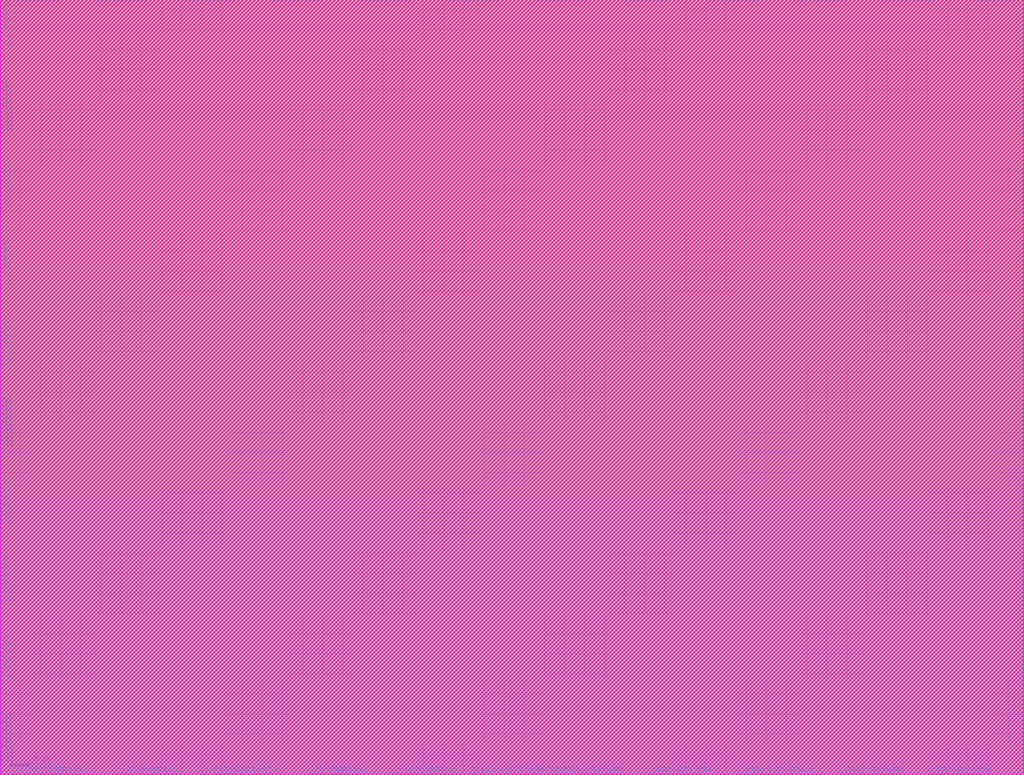
<source format=lef>
# 
#              Synchronous High Speed Single Port SRAM Compiler 
# 
#                    UMC 0.18um GenericII Logic Process
#    __________________________________________________________________________
# 
# 
#      (C) Copyright 2002-2009 Faraday Technology Corp. All Rights Reserved.
#    
#    This source code is an unpublished work belongs to Faraday Technology
#    Corp.  It is considered a trade secret and is not to be divulged or
#    used by parties who have not received written authorization from
#    Faraday Technology Corp.
#    
#    Faraday's home page can be found at:
#    http://www.faraday-tech.com/
#   
#       Module Name      : New_Img_SRAM
#       Words            : 16512
#       Bits             : 8
#       Byte-Write       : 1
#       Aspect Ratio     : 8
#       Output Loading   : 0.05  (pf)
#       Data Slew        : 0.02  (ns)
#       CK Slew          : 0.02  (ns)
#       Power Ring Width : 2  (um)
# 
# -----------------------------------------------------------------------------
# 
#       Library          : FSA0M_A
#       Memaker          : 200901.2.1
#       Date             : 2023/10/21 19:09:15
# 
# -----------------------------------------------------------------------------


NAMESCASESENSITIVE ON ;
MACRO New_Img_SRAM
CLASS BLOCK ;
FOREIGN New_Img_SRAM 0.000 0.000 ;
ORIGIN 0.000 0.000 ;
SIZE 1015.560 BY 769.440 ;
SYMMETRY x y r90 ;
SITE core_5040 ;
PIN GND
  DIRECTION INOUT ;
  USE GROUND ;
  SHAPE ABUTMENT ;
 PORT
  LAYER metal4 ;
  RECT 1014.440 756.900 1015.560 760.140 ;
  LAYER metal3 ;
  RECT 1014.440 756.900 1015.560 760.140 ;
  LAYER metal2 ;
  RECT 1014.440 756.900 1015.560 760.140 ;
  LAYER metal1 ;
  RECT 1014.440 756.900 1015.560 760.140 ;
 END
 PORT
  LAYER metal4 ;
  RECT 1014.440 749.060 1015.560 752.300 ;
  LAYER metal3 ;
  RECT 1014.440 749.060 1015.560 752.300 ;
  LAYER metal2 ;
  RECT 1014.440 749.060 1015.560 752.300 ;
  LAYER metal1 ;
  RECT 1014.440 749.060 1015.560 752.300 ;
 END
 PORT
  LAYER metal4 ;
  RECT 1014.440 741.220 1015.560 744.460 ;
  LAYER metal3 ;
  RECT 1014.440 741.220 1015.560 744.460 ;
  LAYER metal2 ;
  RECT 1014.440 741.220 1015.560 744.460 ;
  LAYER metal1 ;
  RECT 1014.440 741.220 1015.560 744.460 ;
 END
 PORT
  LAYER metal4 ;
  RECT 1014.440 733.380 1015.560 736.620 ;
  LAYER metal3 ;
  RECT 1014.440 733.380 1015.560 736.620 ;
  LAYER metal2 ;
  RECT 1014.440 733.380 1015.560 736.620 ;
  LAYER metal1 ;
  RECT 1014.440 733.380 1015.560 736.620 ;
 END
 PORT
  LAYER metal4 ;
  RECT 1014.440 725.540 1015.560 728.780 ;
  LAYER metal3 ;
  RECT 1014.440 725.540 1015.560 728.780 ;
  LAYER metal2 ;
  RECT 1014.440 725.540 1015.560 728.780 ;
  LAYER metal1 ;
  RECT 1014.440 725.540 1015.560 728.780 ;
 END
 PORT
  LAYER metal4 ;
  RECT 1014.440 717.700 1015.560 720.940 ;
  LAYER metal3 ;
  RECT 1014.440 717.700 1015.560 720.940 ;
  LAYER metal2 ;
  RECT 1014.440 717.700 1015.560 720.940 ;
  LAYER metal1 ;
  RECT 1014.440 717.700 1015.560 720.940 ;
 END
 PORT
  LAYER metal4 ;
  RECT 1014.440 678.500 1015.560 681.740 ;
  LAYER metal3 ;
  RECT 1014.440 678.500 1015.560 681.740 ;
  LAYER metal2 ;
  RECT 1014.440 678.500 1015.560 681.740 ;
  LAYER metal1 ;
  RECT 1014.440 678.500 1015.560 681.740 ;
 END
 PORT
  LAYER metal4 ;
  RECT 1014.440 670.660 1015.560 673.900 ;
  LAYER metal3 ;
  RECT 1014.440 670.660 1015.560 673.900 ;
  LAYER metal2 ;
  RECT 1014.440 670.660 1015.560 673.900 ;
  LAYER metal1 ;
  RECT 1014.440 670.660 1015.560 673.900 ;
 END
 PORT
  LAYER metal4 ;
  RECT 1014.440 662.820 1015.560 666.060 ;
  LAYER metal3 ;
  RECT 1014.440 662.820 1015.560 666.060 ;
  LAYER metal2 ;
  RECT 1014.440 662.820 1015.560 666.060 ;
  LAYER metal1 ;
  RECT 1014.440 662.820 1015.560 666.060 ;
 END
 PORT
  LAYER metal4 ;
  RECT 1014.440 654.980 1015.560 658.220 ;
  LAYER metal3 ;
  RECT 1014.440 654.980 1015.560 658.220 ;
  LAYER metal2 ;
  RECT 1014.440 654.980 1015.560 658.220 ;
  LAYER metal1 ;
  RECT 1014.440 654.980 1015.560 658.220 ;
 END
 PORT
  LAYER metal4 ;
  RECT 1014.440 647.140 1015.560 650.380 ;
  LAYER metal3 ;
  RECT 1014.440 647.140 1015.560 650.380 ;
  LAYER metal2 ;
  RECT 1014.440 647.140 1015.560 650.380 ;
  LAYER metal1 ;
  RECT 1014.440 647.140 1015.560 650.380 ;
 END
 PORT
  LAYER metal4 ;
  RECT 1014.440 639.300 1015.560 642.540 ;
  LAYER metal3 ;
  RECT 1014.440 639.300 1015.560 642.540 ;
  LAYER metal2 ;
  RECT 1014.440 639.300 1015.560 642.540 ;
  LAYER metal1 ;
  RECT 1014.440 639.300 1015.560 642.540 ;
 END
 PORT
  LAYER metal4 ;
  RECT 1014.440 600.100 1015.560 603.340 ;
  LAYER metal3 ;
  RECT 1014.440 600.100 1015.560 603.340 ;
  LAYER metal2 ;
  RECT 1014.440 600.100 1015.560 603.340 ;
  LAYER metal1 ;
  RECT 1014.440 600.100 1015.560 603.340 ;
 END
 PORT
  LAYER metal4 ;
  RECT 1014.440 592.260 1015.560 595.500 ;
  LAYER metal3 ;
  RECT 1014.440 592.260 1015.560 595.500 ;
  LAYER metal2 ;
  RECT 1014.440 592.260 1015.560 595.500 ;
  LAYER metal1 ;
  RECT 1014.440 592.260 1015.560 595.500 ;
 END
 PORT
  LAYER metal4 ;
  RECT 1014.440 584.420 1015.560 587.660 ;
  LAYER metal3 ;
  RECT 1014.440 584.420 1015.560 587.660 ;
  LAYER metal2 ;
  RECT 1014.440 584.420 1015.560 587.660 ;
  LAYER metal1 ;
  RECT 1014.440 584.420 1015.560 587.660 ;
 END
 PORT
  LAYER metal4 ;
  RECT 1014.440 576.580 1015.560 579.820 ;
  LAYER metal3 ;
  RECT 1014.440 576.580 1015.560 579.820 ;
  LAYER metal2 ;
  RECT 1014.440 576.580 1015.560 579.820 ;
  LAYER metal1 ;
  RECT 1014.440 576.580 1015.560 579.820 ;
 END
 PORT
  LAYER metal4 ;
  RECT 1014.440 568.740 1015.560 571.980 ;
  LAYER metal3 ;
  RECT 1014.440 568.740 1015.560 571.980 ;
  LAYER metal2 ;
  RECT 1014.440 568.740 1015.560 571.980 ;
  LAYER metal1 ;
  RECT 1014.440 568.740 1015.560 571.980 ;
 END
 PORT
  LAYER metal4 ;
  RECT 1014.440 560.900 1015.560 564.140 ;
  LAYER metal3 ;
  RECT 1014.440 560.900 1015.560 564.140 ;
  LAYER metal2 ;
  RECT 1014.440 560.900 1015.560 564.140 ;
  LAYER metal1 ;
  RECT 1014.440 560.900 1015.560 564.140 ;
 END
 PORT
  LAYER metal4 ;
  RECT 1014.440 521.700 1015.560 524.940 ;
  LAYER metal3 ;
  RECT 1014.440 521.700 1015.560 524.940 ;
  LAYER metal2 ;
  RECT 1014.440 521.700 1015.560 524.940 ;
  LAYER metal1 ;
  RECT 1014.440 521.700 1015.560 524.940 ;
 END
 PORT
  LAYER metal4 ;
  RECT 1014.440 513.860 1015.560 517.100 ;
  LAYER metal3 ;
  RECT 1014.440 513.860 1015.560 517.100 ;
  LAYER metal2 ;
  RECT 1014.440 513.860 1015.560 517.100 ;
  LAYER metal1 ;
  RECT 1014.440 513.860 1015.560 517.100 ;
 END
 PORT
  LAYER metal4 ;
  RECT 1014.440 506.020 1015.560 509.260 ;
  LAYER metal3 ;
  RECT 1014.440 506.020 1015.560 509.260 ;
  LAYER metal2 ;
  RECT 1014.440 506.020 1015.560 509.260 ;
  LAYER metal1 ;
  RECT 1014.440 506.020 1015.560 509.260 ;
 END
 PORT
  LAYER metal4 ;
  RECT 1014.440 498.180 1015.560 501.420 ;
  LAYER metal3 ;
  RECT 1014.440 498.180 1015.560 501.420 ;
  LAYER metal2 ;
  RECT 1014.440 498.180 1015.560 501.420 ;
  LAYER metal1 ;
  RECT 1014.440 498.180 1015.560 501.420 ;
 END
 PORT
  LAYER metal4 ;
  RECT 1014.440 490.340 1015.560 493.580 ;
  LAYER metal3 ;
  RECT 1014.440 490.340 1015.560 493.580 ;
  LAYER metal2 ;
  RECT 1014.440 490.340 1015.560 493.580 ;
  LAYER metal1 ;
  RECT 1014.440 490.340 1015.560 493.580 ;
 END
 PORT
  LAYER metal4 ;
  RECT 1014.440 482.500 1015.560 485.740 ;
  LAYER metal3 ;
  RECT 1014.440 482.500 1015.560 485.740 ;
  LAYER metal2 ;
  RECT 1014.440 482.500 1015.560 485.740 ;
  LAYER metal1 ;
  RECT 1014.440 482.500 1015.560 485.740 ;
 END
 PORT
  LAYER metal4 ;
  RECT 1014.440 443.300 1015.560 446.540 ;
  LAYER metal3 ;
  RECT 1014.440 443.300 1015.560 446.540 ;
  LAYER metal2 ;
  RECT 1014.440 443.300 1015.560 446.540 ;
  LAYER metal1 ;
  RECT 1014.440 443.300 1015.560 446.540 ;
 END
 PORT
  LAYER metal4 ;
  RECT 1014.440 435.460 1015.560 438.700 ;
  LAYER metal3 ;
  RECT 1014.440 435.460 1015.560 438.700 ;
  LAYER metal2 ;
  RECT 1014.440 435.460 1015.560 438.700 ;
  LAYER metal1 ;
  RECT 1014.440 435.460 1015.560 438.700 ;
 END
 PORT
  LAYER metal4 ;
  RECT 1014.440 427.620 1015.560 430.860 ;
  LAYER metal3 ;
  RECT 1014.440 427.620 1015.560 430.860 ;
  LAYER metal2 ;
  RECT 1014.440 427.620 1015.560 430.860 ;
  LAYER metal1 ;
  RECT 1014.440 427.620 1015.560 430.860 ;
 END
 PORT
  LAYER metal4 ;
  RECT 1014.440 419.780 1015.560 423.020 ;
  LAYER metal3 ;
  RECT 1014.440 419.780 1015.560 423.020 ;
  LAYER metal2 ;
  RECT 1014.440 419.780 1015.560 423.020 ;
  LAYER metal1 ;
  RECT 1014.440 419.780 1015.560 423.020 ;
 END
 PORT
  LAYER metal4 ;
  RECT 1014.440 411.940 1015.560 415.180 ;
  LAYER metal3 ;
  RECT 1014.440 411.940 1015.560 415.180 ;
  LAYER metal2 ;
  RECT 1014.440 411.940 1015.560 415.180 ;
  LAYER metal1 ;
  RECT 1014.440 411.940 1015.560 415.180 ;
 END
 PORT
  LAYER metal4 ;
  RECT 1014.440 404.100 1015.560 407.340 ;
  LAYER metal3 ;
  RECT 1014.440 404.100 1015.560 407.340 ;
  LAYER metal2 ;
  RECT 1014.440 404.100 1015.560 407.340 ;
  LAYER metal1 ;
  RECT 1014.440 404.100 1015.560 407.340 ;
 END
 PORT
  LAYER metal4 ;
  RECT 1014.440 364.900 1015.560 368.140 ;
  LAYER metal3 ;
  RECT 1014.440 364.900 1015.560 368.140 ;
  LAYER metal2 ;
  RECT 1014.440 364.900 1015.560 368.140 ;
  LAYER metal1 ;
  RECT 1014.440 364.900 1015.560 368.140 ;
 END
 PORT
  LAYER metal4 ;
  RECT 1014.440 357.060 1015.560 360.300 ;
  LAYER metal3 ;
  RECT 1014.440 357.060 1015.560 360.300 ;
  LAYER metal2 ;
  RECT 1014.440 357.060 1015.560 360.300 ;
  LAYER metal1 ;
  RECT 1014.440 357.060 1015.560 360.300 ;
 END
 PORT
  LAYER metal4 ;
  RECT 1014.440 349.220 1015.560 352.460 ;
  LAYER metal3 ;
  RECT 1014.440 349.220 1015.560 352.460 ;
  LAYER metal2 ;
  RECT 1014.440 349.220 1015.560 352.460 ;
  LAYER metal1 ;
  RECT 1014.440 349.220 1015.560 352.460 ;
 END
 PORT
  LAYER metal4 ;
  RECT 1014.440 341.380 1015.560 344.620 ;
  LAYER metal3 ;
  RECT 1014.440 341.380 1015.560 344.620 ;
  LAYER metal2 ;
  RECT 1014.440 341.380 1015.560 344.620 ;
  LAYER metal1 ;
  RECT 1014.440 341.380 1015.560 344.620 ;
 END
 PORT
  LAYER metal4 ;
  RECT 1014.440 333.540 1015.560 336.780 ;
  LAYER metal3 ;
  RECT 1014.440 333.540 1015.560 336.780 ;
  LAYER metal2 ;
  RECT 1014.440 333.540 1015.560 336.780 ;
  LAYER metal1 ;
  RECT 1014.440 333.540 1015.560 336.780 ;
 END
 PORT
  LAYER metal4 ;
  RECT 1014.440 325.700 1015.560 328.940 ;
  LAYER metal3 ;
  RECT 1014.440 325.700 1015.560 328.940 ;
  LAYER metal2 ;
  RECT 1014.440 325.700 1015.560 328.940 ;
  LAYER metal1 ;
  RECT 1014.440 325.700 1015.560 328.940 ;
 END
 PORT
  LAYER metal4 ;
  RECT 1014.440 286.500 1015.560 289.740 ;
  LAYER metal3 ;
  RECT 1014.440 286.500 1015.560 289.740 ;
  LAYER metal2 ;
  RECT 1014.440 286.500 1015.560 289.740 ;
  LAYER metal1 ;
  RECT 1014.440 286.500 1015.560 289.740 ;
 END
 PORT
  LAYER metal4 ;
  RECT 1014.440 278.660 1015.560 281.900 ;
  LAYER metal3 ;
  RECT 1014.440 278.660 1015.560 281.900 ;
  LAYER metal2 ;
  RECT 1014.440 278.660 1015.560 281.900 ;
  LAYER metal1 ;
  RECT 1014.440 278.660 1015.560 281.900 ;
 END
 PORT
  LAYER metal4 ;
  RECT 1014.440 270.820 1015.560 274.060 ;
  LAYER metal3 ;
  RECT 1014.440 270.820 1015.560 274.060 ;
  LAYER metal2 ;
  RECT 1014.440 270.820 1015.560 274.060 ;
  LAYER metal1 ;
  RECT 1014.440 270.820 1015.560 274.060 ;
 END
 PORT
  LAYER metal4 ;
  RECT 1014.440 262.980 1015.560 266.220 ;
  LAYER metal3 ;
  RECT 1014.440 262.980 1015.560 266.220 ;
  LAYER metal2 ;
  RECT 1014.440 262.980 1015.560 266.220 ;
  LAYER metal1 ;
  RECT 1014.440 262.980 1015.560 266.220 ;
 END
 PORT
  LAYER metal4 ;
  RECT 1014.440 255.140 1015.560 258.380 ;
  LAYER metal3 ;
  RECT 1014.440 255.140 1015.560 258.380 ;
  LAYER metal2 ;
  RECT 1014.440 255.140 1015.560 258.380 ;
  LAYER metal1 ;
  RECT 1014.440 255.140 1015.560 258.380 ;
 END
 PORT
  LAYER metal4 ;
  RECT 1014.440 247.300 1015.560 250.540 ;
  LAYER metal3 ;
  RECT 1014.440 247.300 1015.560 250.540 ;
  LAYER metal2 ;
  RECT 1014.440 247.300 1015.560 250.540 ;
  LAYER metal1 ;
  RECT 1014.440 247.300 1015.560 250.540 ;
 END
 PORT
  LAYER metal4 ;
  RECT 1014.440 208.100 1015.560 211.340 ;
  LAYER metal3 ;
  RECT 1014.440 208.100 1015.560 211.340 ;
  LAYER metal2 ;
  RECT 1014.440 208.100 1015.560 211.340 ;
  LAYER metal1 ;
  RECT 1014.440 208.100 1015.560 211.340 ;
 END
 PORT
  LAYER metal4 ;
  RECT 1014.440 200.260 1015.560 203.500 ;
  LAYER metal3 ;
  RECT 1014.440 200.260 1015.560 203.500 ;
  LAYER metal2 ;
  RECT 1014.440 200.260 1015.560 203.500 ;
  LAYER metal1 ;
  RECT 1014.440 200.260 1015.560 203.500 ;
 END
 PORT
  LAYER metal4 ;
  RECT 1014.440 192.420 1015.560 195.660 ;
  LAYER metal3 ;
  RECT 1014.440 192.420 1015.560 195.660 ;
  LAYER metal2 ;
  RECT 1014.440 192.420 1015.560 195.660 ;
  LAYER metal1 ;
  RECT 1014.440 192.420 1015.560 195.660 ;
 END
 PORT
  LAYER metal4 ;
  RECT 1014.440 184.580 1015.560 187.820 ;
  LAYER metal3 ;
  RECT 1014.440 184.580 1015.560 187.820 ;
  LAYER metal2 ;
  RECT 1014.440 184.580 1015.560 187.820 ;
  LAYER metal1 ;
  RECT 1014.440 184.580 1015.560 187.820 ;
 END
 PORT
  LAYER metal4 ;
  RECT 1014.440 176.740 1015.560 179.980 ;
  LAYER metal3 ;
  RECT 1014.440 176.740 1015.560 179.980 ;
  LAYER metal2 ;
  RECT 1014.440 176.740 1015.560 179.980 ;
  LAYER metal1 ;
  RECT 1014.440 176.740 1015.560 179.980 ;
 END
 PORT
  LAYER metal4 ;
  RECT 1014.440 168.900 1015.560 172.140 ;
  LAYER metal3 ;
  RECT 1014.440 168.900 1015.560 172.140 ;
  LAYER metal2 ;
  RECT 1014.440 168.900 1015.560 172.140 ;
  LAYER metal1 ;
  RECT 1014.440 168.900 1015.560 172.140 ;
 END
 PORT
  LAYER metal4 ;
  RECT 1014.440 129.700 1015.560 132.940 ;
  LAYER metal3 ;
  RECT 1014.440 129.700 1015.560 132.940 ;
  LAYER metal2 ;
  RECT 1014.440 129.700 1015.560 132.940 ;
  LAYER metal1 ;
  RECT 1014.440 129.700 1015.560 132.940 ;
 END
 PORT
  LAYER metal4 ;
  RECT 1014.440 121.860 1015.560 125.100 ;
  LAYER metal3 ;
  RECT 1014.440 121.860 1015.560 125.100 ;
  LAYER metal2 ;
  RECT 1014.440 121.860 1015.560 125.100 ;
  LAYER metal1 ;
  RECT 1014.440 121.860 1015.560 125.100 ;
 END
 PORT
  LAYER metal4 ;
  RECT 1014.440 114.020 1015.560 117.260 ;
  LAYER metal3 ;
  RECT 1014.440 114.020 1015.560 117.260 ;
  LAYER metal2 ;
  RECT 1014.440 114.020 1015.560 117.260 ;
  LAYER metal1 ;
  RECT 1014.440 114.020 1015.560 117.260 ;
 END
 PORT
  LAYER metal4 ;
  RECT 1014.440 106.180 1015.560 109.420 ;
  LAYER metal3 ;
  RECT 1014.440 106.180 1015.560 109.420 ;
  LAYER metal2 ;
  RECT 1014.440 106.180 1015.560 109.420 ;
  LAYER metal1 ;
  RECT 1014.440 106.180 1015.560 109.420 ;
 END
 PORT
  LAYER metal4 ;
  RECT 1014.440 98.340 1015.560 101.580 ;
  LAYER metal3 ;
  RECT 1014.440 98.340 1015.560 101.580 ;
  LAYER metal2 ;
  RECT 1014.440 98.340 1015.560 101.580 ;
  LAYER metal1 ;
  RECT 1014.440 98.340 1015.560 101.580 ;
 END
 PORT
  LAYER metal4 ;
  RECT 1014.440 90.500 1015.560 93.740 ;
  LAYER metal3 ;
  RECT 1014.440 90.500 1015.560 93.740 ;
  LAYER metal2 ;
  RECT 1014.440 90.500 1015.560 93.740 ;
  LAYER metal1 ;
  RECT 1014.440 90.500 1015.560 93.740 ;
 END
 PORT
  LAYER metal4 ;
  RECT 1014.440 51.300 1015.560 54.540 ;
  LAYER metal3 ;
  RECT 1014.440 51.300 1015.560 54.540 ;
  LAYER metal2 ;
  RECT 1014.440 51.300 1015.560 54.540 ;
  LAYER metal1 ;
  RECT 1014.440 51.300 1015.560 54.540 ;
 END
 PORT
  LAYER metal4 ;
  RECT 1014.440 43.460 1015.560 46.700 ;
  LAYER metal3 ;
  RECT 1014.440 43.460 1015.560 46.700 ;
  LAYER metal2 ;
  RECT 1014.440 43.460 1015.560 46.700 ;
  LAYER metal1 ;
  RECT 1014.440 43.460 1015.560 46.700 ;
 END
 PORT
  LAYER metal4 ;
  RECT 1014.440 35.620 1015.560 38.860 ;
  LAYER metal3 ;
  RECT 1014.440 35.620 1015.560 38.860 ;
  LAYER metal2 ;
  RECT 1014.440 35.620 1015.560 38.860 ;
  LAYER metal1 ;
  RECT 1014.440 35.620 1015.560 38.860 ;
 END
 PORT
  LAYER metal4 ;
  RECT 1014.440 27.780 1015.560 31.020 ;
  LAYER metal3 ;
  RECT 1014.440 27.780 1015.560 31.020 ;
  LAYER metal2 ;
  RECT 1014.440 27.780 1015.560 31.020 ;
  LAYER metal1 ;
  RECT 1014.440 27.780 1015.560 31.020 ;
 END
 PORT
  LAYER metal4 ;
  RECT 1014.440 19.940 1015.560 23.180 ;
  LAYER metal3 ;
  RECT 1014.440 19.940 1015.560 23.180 ;
  LAYER metal2 ;
  RECT 1014.440 19.940 1015.560 23.180 ;
  LAYER metal1 ;
  RECT 1014.440 19.940 1015.560 23.180 ;
 END
 PORT
  LAYER metal4 ;
  RECT 1014.440 12.100 1015.560 15.340 ;
  LAYER metal3 ;
  RECT 1014.440 12.100 1015.560 15.340 ;
  LAYER metal2 ;
  RECT 1014.440 12.100 1015.560 15.340 ;
  LAYER metal1 ;
  RECT 1014.440 12.100 1015.560 15.340 ;
 END
 PORT
  LAYER metal4 ;
  RECT 0.000 756.900 1.120 760.140 ;
  LAYER metal3 ;
  RECT 0.000 756.900 1.120 760.140 ;
  LAYER metal2 ;
  RECT 0.000 756.900 1.120 760.140 ;
  LAYER metal1 ;
  RECT 0.000 756.900 1.120 760.140 ;
 END
 PORT
  LAYER metal4 ;
  RECT 0.000 749.060 1.120 752.300 ;
  LAYER metal3 ;
  RECT 0.000 749.060 1.120 752.300 ;
  LAYER metal2 ;
  RECT 0.000 749.060 1.120 752.300 ;
  LAYER metal1 ;
  RECT 0.000 749.060 1.120 752.300 ;
 END
 PORT
  LAYER metal4 ;
  RECT 0.000 741.220 1.120 744.460 ;
  LAYER metal3 ;
  RECT 0.000 741.220 1.120 744.460 ;
  LAYER metal2 ;
  RECT 0.000 741.220 1.120 744.460 ;
  LAYER metal1 ;
  RECT 0.000 741.220 1.120 744.460 ;
 END
 PORT
  LAYER metal4 ;
  RECT 0.000 733.380 1.120 736.620 ;
  LAYER metal3 ;
  RECT 0.000 733.380 1.120 736.620 ;
  LAYER metal2 ;
  RECT 0.000 733.380 1.120 736.620 ;
  LAYER metal1 ;
  RECT 0.000 733.380 1.120 736.620 ;
 END
 PORT
  LAYER metal4 ;
  RECT 0.000 725.540 1.120 728.780 ;
  LAYER metal3 ;
  RECT 0.000 725.540 1.120 728.780 ;
  LAYER metal2 ;
  RECT 0.000 725.540 1.120 728.780 ;
  LAYER metal1 ;
  RECT 0.000 725.540 1.120 728.780 ;
 END
 PORT
  LAYER metal4 ;
  RECT 0.000 717.700 1.120 720.940 ;
  LAYER metal3 ;
  RECT 0.000 717.700 1.120 720.940 ;
  LAYER metal2 ;
  RECT 0.000 717.700 1.120 720.940 ;
  LAYER metal1 ;
  RECT 0.000 717.700 1.120 720.940 ;
 END
 PORT
  LAYER metal4 ;
  RECT 0.000 678.500 1.120 681.740 ;
  LAYER metal3 ;
  RECT 0.000 678.500 1.120 681.740 ;
  LAYER metal2 ;
  RECT 0.000 678.500 1.120 681.740 ;
  LAYER metal1 ;
  RECT 0.000 678.500 1.120 681.740 ;
 END
 PORT
  LAYER metal4 ;
  RECT 0.000 670.660 1.120 673.900 ;
  LAYER metal3 ;
  RECT 0.000 670.660 1.120 673.900 ;
  LAYER metal2 ;
  RECT 0.000 670.660 1.120 673.900 ;
  LAYER metal1 ;
  RECT 0.000 670.660 1.120 673.900 ;
 END
 PORT
  LAYER metal4 ;
  RECT 0.000 662.820 1.120 666.060 ;
  LAYER metal3 ;
  RECT 0.000 662.820 1.120 666.060 ;
  LAYER metal2 ;
  RECT 0.000 662.820 1.120 666.060 ;
  LAYER metal1 ;
  RECT 0.000 662.820 1.120 666.060 ;
 END
 PORT
  LAYER metal4 ;
  RECT 0.000 654.980 1.120 658.220 ;
  LAYER metal3 ;
  RECT 0.000 654.980 1.120 658.220 ;
  LAYER metal2 ;
  RECT 0.000 654.980 1.120 658.220 ;
  LAYER metal1 ;
  RECT 0.000 654.980 1.120 658.220 ;
 END
 PORT
  LAYER metal4 ;
  RECT 0.000 647.140 1.120 650.380 ;
  LAYER metal3 ;
  RECT 0.000 647.140 1.120 650.380 ;
  LAYER metal2 ;
  RECT 0.000 647.140 1.120 650.380 ;
  LAYER metal1 ;
  RECT 0.000 647.140 1.120 650.380 ;
 END
 PORT
  LAYER metal4 ;
  RECT 0.000 639.300 1.120 642.540 ;
  LAYER metal3 ;
  RECT 0.000 639.300 1.120 642.540 ;
  LAYER metal2 ;
  RECT 0.000 639.300 1.120 642.540 ;
  LAYER metal1 ;
  RECT 0.000 639.300 1.120 642.540 ;
 END
 PORT
  LAYER metal4 ;
  RECT 0.000 600.100 1.120 603.340 ;
  LAYER metal3 ;
  RECT 0.000 600.100 1.120 603.340 ;
  LAYER metal2 ;
  RECT 0.000 600.100 1.120 603.340 ;
  LAYER metal1 ;
  RECT 0.000 600.100 1.120 603.340 ;
 END
 PORT
  LAYER metal4 ;
  RECT 0.000 592.260 1.120 595.500 ;
  LAYER metal3 ;
  RECT 0.000 592.260 1.120 595.500 ;
  LAYER metal2 ;
  RECT 0.000 592.260 1.120 595.500 ;
  LAYER metal1 ;
  RECT 0.000 592.260 1.120 595.500 ;
 END
 PORT
  LAYER metal4 ;
  RECT 0.000 584.420 1.120 587.660 ;
  LAYER metal3 ;
  RECT 0.000 584.420 1.120 587.660 ;
  LAYER metal2 ;
  RECT 0.000 584.420 1.120 587.660 ;
  LAYER metal1 ;
  RECT 0.000 584.420 1.120 587.660 ;
 END
 PORT
  LAYER metal4 ;
  RECT 0.000 576.580 1.120 579.820 ;
  LAYER metal3 ;
  RECT 0.000 576.580 1.120 579.820 ;
  LAYER metal2 ;
  RECT 0.000 576.580 1.120 579.820 ;
  LAYER metal1 ;
  RECT 0.000 576.580 1.120 579.820 ;
 END
 PORT
  LAYER metal4 ;
  RECT 0.000 568.740 1.120 571.980 ;
  LAYER metal3 ;
  RECT 0.000 568.740 1.120 571.980 ;
  LAYER metal2 ;
  RECT 0.000 568.740 1.120 571.980 ;
  LAYER metal1 ;
  RECT 0.000 568.740 1.120 571.980 ;
 END
 PORT
  LAYER metal4 ;
  RECT 0.000 560.900 1.120 564.140 ;
  LAYER metal3 ;
  RECT 0.000 560.900 1.120 564.140 ;
  LAYER metal2 ;
  RECT 0.000 560.900 1.120 564.140 ;
  LAYER metal1 ;
  RECT 0.000 560.900 1.120 564.140 ;
 END
 PORT
  LAYER metal4 ;
  RECT 0.000 521.700 1.120 524.940 ;
  LAYER metal3 ;
  RECT 0.000 521.700 1.120 524.940 ;
  LAYER metal2 ;
  RECT 0.000 521.700 1.120 524.940 ;
  LAYER metal1 ;
  RECT 0.000 521.700 1.120 524.940 ;
 END
 PORT
  LAYER metal4 ;
  RECT 0.000 513.860 1.120 517.100 ;
  LAYER metal3 ;
  RECT 0.000 513.860 1.120 517.100 ;
  LAYER metal2 ;
  RECT 0.000 513.860 1.120 517.100 ;
  LAYER metal1 ;
  RECT 0.000 513.860 1.120 517.100 ;
 END
 PORT
  LAYER metal4 ;
  RECT 0.000 506.020 1.120 509.260 ;
  LAYER metal3 ;
  RECT 0.000 506.020 1.120 509.260 ;
  LAYER metal2 ;
  RECT 0.000 506.020 1.120 509.260 ;
  LAYER metal1 ;
  RECT 0.000 506.020 1.120 509.260 ;
 END
 PORT
  LAYER metal4 ;
  RECT 0.000 498.180 1.120 501.420 ;
  LAYER metal3 ;
  RECT 0.000 498.180 1.120 501.420 ;
  LAYER metal2 ;
  RECT 0.000 498.180 1.120 501.420 ;
  LAYER metal1 ;
  RECT 0.000 498.180 1.120 501.420 ;
 END
 PORT
  LAYER metal4 ;
  RECT 0.000 490.340 1.120 493.580 ;
  LAYER metal3 ;
  RECT 0.000 490.340 1.120 493.580 ;
  LAYER metal2 ;
  RECT 0.000 490.340 1.120 493.580 ;
  LAYER metal1 ;
  RECT 0.000 490.340 1.120 493.580 ;
 END
 PORT
  LAYER metal4 ;
  RECT 0.000 482.500 1.120 485.740 ;
  LAYER metal3 ;
  RECT 0.000 482.500 1.120 485.740 ;
  LAYER metal2 ;
  RECT 0.000 482.500 1.120 485.740 ;
  LAYER metal1 ;
  RECT 0.000 482.500 1.120 485.740 ;
 END
 PORT
  LAYER metal4 ;
  RECT 0.000 443.300 1.120 446.540 ;
  LAYER metal3 ;
  RECT 0.000 443.300 1.120 446.540 ;
  LAYER metal2 ;
  RECT 0.000 443.300 1.120 446.540 ;
  LAYER metal1 ;
  RECT 0.000 443.300 1.120 446.540 ;
 END
 PORT
  LAYER metal4 ;
  RECT 0.000 435.460 1.120 438.700 ;
  LAYER metal3 ;
  RECT 0.000 435.460 1.120 438.700 ;
  LAYER metal2 ;
  RECT 0.000 435.460 1.120 438.700 ;
  LAYER metal1 ;
  RECT 0.000 435.460 1.120 438.700 ;
 END
 PORT
  LAYER metal4 ;
  RECT 0.000 427.620 1.120 430.860 ;
  LAYER metal3 ;
  RECT 0.000 427.620 1.120 430.860 ;
  LAYER metal2 ;
  RECT 0.000 427.620 1.120 430.860 ;
  LAYER metal1 ;
  RECT 0.000 427.620 1.120 430.860 ;
 END
 PORT
  LAYER metal4 ;
  RECT 0.000 419.780 1.120 423.020 ;
  LAYER metal3 ;
  RECT 0.000 419.780 1.120 423.020 ;
  LAYER metal2 ;
  RECT 0.000 419.780 1.120 423.020 ;
  LAYER metal1 ;
  RECT 0.000 419.780 1.120 423.020 ;
 END
 PORT
  LAYER metal4 ;
  RECT 0.000 411.940 1.120 415.180 ;
  LAYER metal3 ;
  RECT 0.000 411.940 1.120 415.180 ;
  LAYER metal2 ;
  RECT 0.000 411.940 1.120 415.180 ;
  LAYER metal1 ;
  RECT 0.000 411.940 1.120 415.180 ;
 END
 PORT
  LAYER metal4 ;
  RECT 0.000 404.100 1.120 407.340 ;
  LAYER metal3 ;
  RECT 0.000 404.100 1.120 407.340 ;
  LAYER metal2 ;
  RECT 0.000 404.100 1.120 407.340 ;
  LAYER metal1 ;
  RECT 0.000 404.100 1.120 407.340 ;
 END
 PORT
  LAYER metal4 ;
  RECT 0.000 364.900 1.120 368.140 ;
  LAYER metal3 ;
  RECT 0.000 364.900 1.120 368.140 ;
  LAYER metal2 ;
  RECT 0.000 364.900 1.120 368.140 ;
  LAYER metal1 ;
  RECT 0.000 364.900 1.120 368.140 ;
 END
 PORT
  LAYER metal4 ;
  RECT 0.000 357.060 1.120 360.300 ;
  LAYER metal3 ;
  RECT 0.000 357.060 1.120 360.300 ;
  LAYER metal2 ;
  RECT 0.000 357.060 1.120 360.300 ;
  LAYER metal1 ;
  RECT 0.000 357.060 1.120 360.300 ;
 END
 PORT
  LAYER metal4 ;
  RECT 0.000 349.220 1.120 352.460 ;
  LAYER metal3 ;
  RECT 0.000 349.220 1.120 352.460 ;
  LAYER metal2 ;
  RECT 0.000 349.220 1.120 352.460 ;
  LAYER metal1 ;
  RECT 0.000 349.220 1.120 352.460 ;
 END
 PORT
  LAYER metal4 ;
  RECT 0.000 341.380 1.120 344.620 ;
  LAYER metal3 ;
  RECT 0.000 341.380 1.120 344.620 ;
  LAYER metal2 ;
  RECT 0.000 341.380 1.120 344.620 ;
  LAYER metal1 ;
  RECT 0.000 341.380 1.120 344.620 ;
 END
 PORT
  LAYER metal4 ;
  RECT 0.000 333.540 1.120 336.780 ;
  LAYER metal3 ;
  RECT 0.000 333.540 1.120 336.780 ;
  LAYER metal2 ;
  RECT 0.000 333.540 1.120 336.780 ;
  LAYER metal1 ;
  RECT 0.000 333.540 1.120 336.780 ;
 END
 PORT
  LAYER metal4 ;
  RECT 0.000 325.700 1.120 328.940 ;
  LAYER metal3 ;
  RECT 0.000 325.700 1.120 328.940 ;
  LAYER metal2 ;
  RECT 0.000 325.700 1.120 328.940 ;
  LAYER metal1 ;
  RECT 0.000 325.700 1.120 328.940 ;
 END
 PORT
  LAYER metal4 ;
  RECT 0.000 286.500 1.120 289.740 ;
  LAYER metal3 ;
  RECT 0.000 286.500 1.120 289.740 ;
  LAYER metal2 ;
  RECT 0.000 286.500 1.120 289.740 ;
  LAYER metal1 ;
  RECT 0.000 286.500 1.120 289.740 ;
 END
 PORT
  LAYER metal4 ;
  RECT 0.000 278.660 1.120 281.900 ;
  LAYER metal3 ;
  RECT 0.000 278.660 1.120 281.900 ;
  LAYER metal2 ;
  RECT 0.000 278.660 1.120 281.900 ;
  LAYER metal1 ;
  RECT 0.000 278.660 1.120 281.900 ;
 END
 PORT
  LAYER metal4 ;
  RECT 0.000 270.820 1.120 274.060 ;
  LAYER metal3 ;
  RECT 0.000 270.820 1.120 274.060 ;
  LAYER metal2 ;
  RECT 0.000 270.820 1.120 274.060 ;
  LAYER metal1 ;
  RECT 0.000 270.820 1.120 274.060 ;
 END
 PORT
  LAYER metal4 ;
  RECT 0.000 262.980 1.120 266.220 ;
  LAYER metal3 ;
  RECT 0.000 262.980 1.120 266.220 ;
  LAYER metal2 ;
  RECT 0.000 262.980 1.120 266.220 ;
  LAYER metal1 ;
  RECT 0.000 262.980 1.120 266.220 ;
 END
 PORT
  LAYER metal4 ;
  RECT 0.000 255.140 1.120 258.380 ;
  LAYER metal3 ;
  RECT 0.000 255.140 1.120 258.380 ;
  LAYER metal2 ;
  RECT 0.000 255.140 1.120 258.380 ;
  LAYER metal1 ;
  RECT 0.000 255.140 1.120 258.380 ;
 END
 PORT
  LAYER metal4 ;
  RECT 0.000 247.300 1.120 250.540 ;
  LAYER metal3 ;
  RECT 0.000 247.300 1.120 250.540 ;
  LAYER metal2 ;
  RECT 0.000 247.300 1.120 250.540 ;
  LAYER metal1 ;
  RECT 0.000 247.300 1.120 250.540 ;
 END
 PORT
  LAYER metal4 ;
  RECT 0.000 208.100 1.120 211.340 ;
  LAYER metal3 ;
  RECT 0.000 208.100 1.120 211.340 ;
  LAYER metal2 ;
  RECT 0.000 208.100 1.120 211.340 ;
  LAYER metal1 ;
  RECT 0.000 208.100 1.120 211.340 ;
 END
 PORT
  LAYER metal4 ;
  RECT 0.000 200.260 1.120 203.500 ;
  LAYER metal3 ;
  RECT 0.000 200.260 1.120 203.500 ;
  LAYER metal2 ;
  RECT 0.000 200.260 1.120 203.500 ;
  LAYER metal1 ;
  RECT 0.000 200.260 1.120 203.500 ;
 END
 PORT
  LAYER metal4 ;
  RECT 0.000 192.420 1.120 195.660 ;
  LAYER metal3 ;
  RECT 0.000 192.420 1.120 195.660 ;
  LAYER metal2 ;
  RECT 0.000 192.420 1.120 195.660 ;
  LAYER metal1 ;
  RECT 0.000 192.420 1.120 195.660 ;
 END
 PORT
  LAYER metal4 ;
  RECT 0.000 184.580 1.120 187.820 ;
  LAYER metal3 ;
  RECT 0.000 184.580 1.120 187.820 ;
  LAYER metal2 ;
  RECT 0.000 184.580 1.120 187.820 ;
  LAYER metal1 ;
  RECT 0.000 184.580 1.120 187.820 ;
 END
 PORT
  LAYER metal4 ;
  RECT 0.000 176.740 1.120 179.980 ;
  LAYER metal3 ;
  RECT 0.000 176.740 1.120 179.980 ;
  LAYER metal2 ;
  RECT 0.000 176.740 1.120 179.980 ;
  LAYER metal1 ;
  RECT 0.000 176.740 1.120 179.980 ;
 END
 PORT
  LAYER metal4 ;
  RECT 0.000 168.900 1.120 172.140 ;
  LAYER metal3 ;
  RECT 0.000 168.900 1.120 172.140 ;
  LAYER metal2 ;
  RECT 0.000 168.900 1.120 172.140 ;
  LAYER metal1 ;
  RECT 0.000 168.900 1.120 172.140 ;
 END
 PORT
  LAYER metal4 ;
  RECT 0.000 129.700 1.120 132.940 ;
  LAYER metal3 ;
  RECT 0.000 129.700 1.120 132.940 ;
  LAYER metal2 ;
  RECT 0.000 129.700 1.120 132.940 ;
  LAYER metal1 ;
  RECT 0.000 129.700 1.120 132.940 ;
 END
 PORT
  LAYER metal4 ;
  RECT 0.000 121.860 1.120 125.100 ;
  LAYER metal3 ;
  RECT 0.000 121.860 1.120 125.100 ;
  LAYER metal2 ;
  RECT 0.000 121.860 1.120 125.100 ;
  LAYER metal1 ;
  RECT 0.000 121.860 1.120 125.100 ;
 END
 PORT
  LAYER metal4 ;
  RECT 0.000 114.020 1.120 117.260 ;
  LAYER metal3 ;
  RECT 0.000 114.020 1.120 117.260 ;
  LAYER metal2 ;
  RECT 0.000 114.020 1.120 117.260 ;
  LAYER metal1 ;
  RECT 0.000 114.020 1.120 117.260 ;
 END
 PORT
  LAYER metal4 ;
  RECT 0.000 106.180 1.120 109.420 ;
  LAYER metal3 ;
  RECT 0.000 106.180 1.120 109.420 ;
  LAYER metal2 ;
  RECT 0.000 106.180 1.120 109.420 ;
  LAYER metal1 ;
  RECT 0.000 106.180 1.120 109.420 ;
 END
 PORT
  LAYER metal4 ;
  RECT 0.000 98.340 1.120 101.580 ;
  LAYER metal3 ;
  RECT 0.000 98.340 1.120 101.580 ;
  LAYER metal2 ;
  RECT 0.000 98.340 1.120 101.580 ;
  LAYER metal1 ;
  RECT 0.000 98.340 1.120 101.580 ;
 END
 PORT
  LAYER metal4 ;
  RECT 0.000 90.500 1.120 93.740 ;
  LAYER metal3 ;
  RECT 0.000 90.500 1.120 93.740 ;
  LAYER metal2 ;
  RECT 0.000 90.500 1.120 93.740 ;
  LAYER metal1 ;
  RECT 0.000 90.500 1.120 93.740 ;
 END
 PORT
  LAYER metal4 ;
  RECT 0.000 51.300 1.120 54.540 ;
  LAYER metal3 ;
  RECT 0.000 51.300 1.120 54.540 ;
  LAYER metal2 ;
  RECT 0.000 51.300 1.120 54.540 ;
  LAYER metal1 ;
  RECT 0.000 51.300 1.120 54.540 ;
 END
 PORT
  LAYER metal4 ;
  RECT 0.000 43.460 1.120 46.700 ;
  LAYER metal3 ;
  RECT 0.000 43.460 1.120 46.700 ;
  LAYER metal2 ;
  RECT 0.000 43.460 1.120 46.700 ;
  LAYER metal1 ;
  RECT 0.000 43.460 1.120 46.700 ;
 END
 PORT
  LAYER metal4 ;
  RECT 0.000 35.620 1.120 38.860 ;
  LAYER metal3 ;
  RECT 0.000 35.620 1.120 38.860 ;
  LAYER metal2 ;
  RECT 0.000 35.620 1.120 38.860 ;
  LAYER metal1 ;
  RECT 0.000 35.620 1.120 38.860 ;
 END
 PORT
  LAYER metal4 ;
  RECT 0.000 27.780 1.120 31.020 ;
  LAYER metal3 ;
  RECT 0.000 27.780 1.120 31.020 ;
  LAYER metal2 ;
  RECT 0.000 27.780 1.120 31.020 ;
  LAYER metal1 ;
  RECT 0.000 27.780 1.120 31.020 ;
 END
 PORT
  LAYER metal4 ;
  RECT 0.000 19.940 1.120 23.180 ;
  LAYER metal3 ;
  RECT 0.000 19.940 1.120 23.180 ;
  LAYER metal2 ;
  RECT 0.000 19.940 1.120 23.180 ;
  LAYER metal1 ;
  RECT 0.000 19.940 1.120 23.180 ;
 END
 PORT
  LAYER metal4 ;
  RECT 0.000 12.100 1.120 15.340 ;
  LAYER metal3 ;
  RECT 0.000 12.100 1.120 15.340 ;
  LAYER metal2 ;
  RECT 0.000 12.100 1.120 15.340 ;
  LAYER metal1 ;
  RECT 0.000 12.100 1.120 15.340 ;
 END
 PORT
  LAYER metal4 ;
  RECT 1001.700 768.320 1005.240 769.440 ;
  LAYER metal3 ;
  RECT 1001.700 768.320 1005.240 769.440 ;
  LAYER metal2 ;
  RECT 1001.700 768.320 1005.240 769.440 ;
  LAYER metal1 ;
  RECT 1001.700 768.320 1005.240 769.440 ;
 END
 PORT
  LAYER metal4 ;
  RECT 993.020 768.320 996.560 769.440 ;
  LAYER metal3 ;
  RECT 993.020 768.320 996.560 769.440 ;
  LAYER metal2 ;
  RECT 993.020 768.320 996.560 769.440 ;
  LAYER metal1 ;
  RECT 993.020 768.320 996.560 769.440 ;
 END
 PORT
  LAYER metal4 ;
  RECT 984.340 768.320 987.880 769.440 ;
  LAYER metal3 ;
  RECT 984.340 768.320 987.880 769.440 ;
  LAYER metal2 ;
  RECT 984.340 768.320 987.880 769.440 ;
  LAYER metal1 ;
  RECT 984.340 768.320 987.880 769.440 ;
 END
 PORT
  LAYER metal4 ;
  RECT 975.660 768.320 979.200 769.440 ;
  LAYER metal3 ;
  RECT 975.660 768.320 979.200 769.440 ;
  LAYER metal2 ;
  RECT 975.660 768.320 979.200 769.440 ;
  LAYER metal1 ;
  RECT 975.660 768.320 979.200 769.440 ;
 END
 PORT
  LAYER metal4 ;
  RECT 966.980 768.320 970.520 769.440 ;
  LAYER metal3 ;
  RECT 966.980 768.320 970.520 769.440 ;
  LAYER metal2 ;
  RECT 966.980 768.320 970.520 769.440 ;
  LAYER metal1 ;
  RECT 966.980 768.320 970.520 769.440 ;
 END
 PORT
  LAYER metal4 ;
  RECT 923.580 768.320 927.120 769.440 ;
  LAYER metal3 ;
  RECT 923.580 768.320 927.120 769.440 ;
  LAYER metal2 ;
  RECT 923.580 768.320 927.120 769.440 ;
  LAYER metal1 ;
  RECT 923.580 768.320 927.120 769.440 ;
 END
 PORT
  LAYER metal4 ;
  RECT 914.900 768.320 918.440 769.440 ;
  LAYER metal3 ;
  RECT 914.900 768.320 918.440 769.440 ;
  LAYER metal2 ;
  RECT 914.900 768.320 918.440 769.440 ;
  LAYER metal1 ;
  RECT 914.900 768.320 918.440 769.440 ;
 END
 PORT
  LAYER metal4 ;
  RECT 906.220 768.320 909.760 769.440 ;
  LAYER metal3 ;
  RECT 906.220 768.320 909.760 769.440 ;
  LAYER metal2 ;
  RECT 906.220 768.320 909.760 769.440 ;
  LAYER metal1 ;
  RECT 906.220 768.320 909.760 769.440 ;
 END
 PORT
  LAYER metal4 ;
  RECT 897.540 768.320 901.080 769.440 ;
  LAYER metal3 ;
  RECT 897.540 768.320 901.080 769.440 ;
  LAYER metal2 ;
  RECT 897.540 768.320 901.080 769.440 ;
  LAYER metal1 ;
  RECT 897.540 768.320 901.080 769.440 ;
 END
 PORT
  LAYER metal4 ;
  RECT 888.860 768.320 892.400 769.440 ;
  LAYER metal3 ;
  RECT 888.860 768.320 892.400 769.440 ;
  LAYER metal2 ;
  RECT 888.860 768.320 892.400 769.440 ;
  LAYER metal1 ;
  RECT 888.860 768.320 892.400 769.440 ;
 END
 PORT
  LAYER metal4 ;
  RECT 880.180 768.320 883.720 769.440 ;
  LAYER metal3 ;
  RECT 880.180 768.320 883.720 769.440 ;
  LAYER metal2 ;
  RECT 880.180 768.320 883.720 769.440 ;
  LAYER metal1 ;
  RECT 880.180 768.320 883.720 769.440 ;
 END
 PORT
  LAYER metal4 ;
  RECT 836.780 768.320 840.320 769.440 ;
  LAYER metal3 ;
  RECT 836.780 768.320 840.320 769.440 ;
  LAYER metal2 ;
  RECT 836.780 768.320 840.320 769.440 ;
  LAYER metal1 ;
  RECT 836.780 768.320 840.320 769.440 ;
 END
 PORT
  LAYER metal4 ;
  RECT 828.100 768.320 831.640 769.440 ;
  LAYER metal3 ;
  RECT 828.100 768.320 831.640 769.440 ;
  LAYER metal2 ;
  RECT 828.100 768.320 831.640 769.440 ;
  LAYER metal1 ;
  RECT 828.100 768.320 831.640 769.440 ;
 END
 PORT
  LAYER metal4 ;
  RECT 819.420 768.320 822.960 769.440 ;
  LAYER metal3 ;
  RECT 819.420 768.320 822.960 769.440 ;
  LAYER metal2 ;
  RECT 819.420 768.320 822.960 769.440 ;
  LAYER metal1 ;
  RECT 819.420 768.320 822.960 769.440 ;
 END
 PORT
  LAYER metal4 ;
  RECT 810.740 768.320 814.280 769.440 ;
  LAYER metal3 ;
  RECT 810.740 768.320 814.280 769.440 ;
  LAYER metal2 ;
  RECT 810.740 768.320 814.280 769.440 ;
  LAYER metal1 ;
  RECT 810.740 768.320 814.280 769.440 ;
 END
 PORT
  LAYER metal4 ;
  RECT 802.060 768.320 805.600 769.440 ;
  LAYER metal3 ;
  RECT 802.060 768.320 805.600 769.440 ;
  LAYER metal2 ;
  RECT 802.060 768.320 805.600 769.440 ;
  LAYER metal1 ;
  RECT 802.060 768.320 805.600 769.440 ;
 END
 PORT
  LAYER metal4 ;
  RECT 793.380 768.320 796.920 769.440 ;
  LAYER metal3 ;
  RECT 793.380 768.320 796.920 769.440 ;
  LAYER metal2 ;
  RECT 793.380 768.320 796.920 769.440 ;
  LAYER metal1 ;
  RECT 793.380 768.320 796.920 769.440 ;
 END
 PORT
  LAYER metal4 ;
  RECT 749.980 768.320 753.520 769.440 ;
  LAYER metal3 ;
  RECT 749.980 768.320 753.520 769.440 ;
  LAYER metal2 ;
  RECT 749.980 768.320 753.520 769.440 ;
  LAYER metal1 ;
  RECT 749.980 768.320 753.520 769.440 ;
 END
 PORT
  LAYER metal4 ;
  RECT 741.300 768.320 744.840 769.440 ;
  LAYER metal3 ;
  RECT 741.300 768.320 744.840 769.440 ;
  LAYER metal2 ;
  RECT 741.300 768.320 744.840 769.440 ;
  LAYER metal1 ;
  RECT 741.300 768.320 744.840 769.440 ;
 END
 PORT
  LAYER metal4 ;
  RECT 732.620 768.320 736.160 769.440 ;
  LAYER metal3 ;
  RECT 732.620 768.320 736.160 769.440 ;
  LAYER metal2 ;
  RECT 732.620 768.320 736.160 769.440 ;
  LAYER metal1 ;
  RECT 732.620 768.320 736.160 769.440 ;
 END
 PORT
  LAYER metal4 ;
  RECT 723.940 768.320 727.480 769.440 ;
  LAYER metal3 ;
  RECT 723.940 768.320 727.480 769.440 ;
  LAYER metal2 ;
  RECT 723.940 768.320 727.480 769.440 ;
  LAYER metal1 ;
  RECT 723.940 768.320 727.480 769.440 ;
 END
 PORT
  LAYER metal4 ;
  RECT 715.260 768.320 718.800 769.440 ;
  LAYER metal3 ;
  RECT 715.260 768.320 718.800 769.440 ;
  LAYER metal2 ;
  RECT 715.260 768.320 718.800 769.440 ;
  LAYER metal1 ;
  RECT 715.260 768.320 718.800 769.440 ;
 END
 PORT
  LAYER metal4 ;
  RECT 706.580 768.320 710.120 769.440 ;
  LAYER metal3 ;
  RECT 706.580 768.320 710.120 769.440 ;
  LAYER metal2 ;
  RECT 706.580 768.320 710.120 769.440 ;
  LAYER metal1 ;
  RECT 706.580 768.320 710.120 769.440 ;
 END
 PORT
  LAYER metal4 ;
  RECT 663.180 768.320 666.720 769.440 ;
  LAYER metal3 ;
  RECT 663.180 768.320 666.720 769.440 ;
  LAYER metal2 ;
  RECT 663.180 768.320 666.720 769.440 ;
  LAYER metal1 ;
  RECT 663.180 768.320 666.720 769.440 ;
 END
 PORT
  LAYER metal4 ;
  RECT 654.500 768.320 658.040 769.440 ;
  LAYER metal3 ;
  RECT 654.500 768.320 658.040 769.440 ;
  LAYER metal2 ;
  RECT 654.500 768.320 658.040 769.440 ;
  LAYER metal1 ;
  RECT 654.500 768.320 658.040 769.440 ;
 END
 PORT
  LAYER metal4 ;
  RECT 645.820 768.320 649.360 769.440 ;
  LAYER metal3 ;
  RECT 645.820 768.320 649.360 769.440 ;
  LAYER metal2 ;
  RECT 645.820 768.320 649.360 769.440 ;
  LAYER metal1 ;
  RECT 645.820 768.320 649.360 769.440 ;
 END
 PORT
  LAYER metal4 ;
  RECT 637.140 768.320 640.680 769.440 ;
  LAYER metal3 ;
  RECT 637.140 768.320 640.680 769.440 ;
  LAYER metal2 ;
  RECT 637.140 768.320 640.680 769.440 ;
  LAYER metal1 ;
  RECT 637.140 768.320 640.680 769.440 ;
 END
 PORT
  LAYER metal4 ;
  RECT 628.460 768.320 632.000 769.440 ;
  LAYER metal3 ;
  RECT 628.460 768.320 632.000 769.440 ;
  LAYER metal2 ;
  RECT 628.460 768.320 632.000 769.440 ;
  LAYER metal1 ;
  RECT 628.460 768.320 632.000 769.440 ;
 END
 PORT
  LAYER metal4 ;
  RECT 619.780 768.320 623.320 769.440 ;
  LAYER metal3 ;
  RECT 619.780 768.320 623.320 769.440 ;
  LAYER metal2 ;
  RECT 619.780 768.320 623.320 769.440 ;
  LAYER metal1 ;
  RECT 619.780 768.320 623.320 769.440 ;
 END
 PORT
  LAYER metal4 ;
  RECT 576.380 768.320 579.920 769.440 ;
  LAYER metal3 ;
  RECT 576.380 768.320 579.920 769.440 ;
  LAYER metal2 ;
  RECT 576.380 768.320 579.920 769.440 ;
  LAYER metal1 ;
  RECT 576.380 768.320 579.920 769.440 ;
 END
 PORT
  LAYER metal4 ;
  RECT 567.700 768.320 571.240 769.440 ;
  LAYER metal3 ;
  RECT 567.700 768.320 571.240 769.440 ;
  LAYER metal2 ;
  RECT 567.700 768.320 571.240 769.440 ;
  LAYER metal1 ;
  RECT 567.700 768.320 571.240 769.440 ;
 END
 PORT
  LAYER metal4 ;
  RECT 559.020 768.320 562.560 769.440 ;
  LAYER metal3 ;
  RECT 559.020 768.320 562.560 769.440 ;
  LAYER metal2 ;
  RECT 559.020 768.320 562.560 769.440 ;
  LAYER metal1 ;
  RECT 559.020 768.320 562.560 769.440 ;
 END
 PORT
  LAYER metal4 ;
  RECT 550.340 768.320 553.880 769.440 ;
  LAYER metal3 ;
  RECT 550.340 768.320 553.880 769.440 ;
  LAYER metal2 ;
  RECT 550.340 768.320 553.880 769.440 ;
  LAYER metal1 ;
  RECT 550.340 768.320 553.880 769.440 ;
 END
 PORT
  LAYER metal4 ;
  RECT 541.660 768.320 545.200 769.440 ;
  LAYER metal3 ;
  RECT 541.660 768.320 545.200 769.440 ;
  LAYER metal2 ;
  RECT 541.660 768.320 545.200 769.440 ;
  LAYER metal1 ;
  RECT 541.660 768.320 545.200 769.440 ;
 END
 PORT
  LAYER metal4 ;
  RECT 532.980 768.320 536.520 769.440 ;
  LAYER metal3 ;
  RECT 532.980 768.320 536.520 769.440 ;
  LAYER metal2 ;
  RECT 532.980 768.320 536.520 769.440 ;
  LAYER metal1 ;
  RECT 532.980 768.320 536.520 769.440 ;
 END
 PORT
  LAYER metal4 ;
  RECT 489.580 768.320 493.120 769.440 ;
  LAYER metal3 ;
  RECT 489.580 768.320 493.120 769.440 ;
  LAYER metal2 ;
  RECT 489.580 768.320 493.120 769.440 ;
  LAYER metal1 ;
  RECT 489.580 768.320 493.120 769.440 ;
 END
 PORT
  LAYER metal4 ;
  RECT 480.900 768.320 484.440 769.440 ;
  LAYER metal3 ;
  RECT 480.900 768.320 484.440 769.440 ;
  LAYER metal2 ;
  RECT 480.900 768.320 484.440 769.440 ;
  LAYER metal1 ;
  RECT 480.900 768.320 484.440 769.440 ;
 END
 PORT
  LAYER metal4 ;
  RECT 472.220 768.320 475.760 769.440 ;
  LAYER metal3 ;
  RECT 472.220 768.320 475.760 769.440 ;
  LAYER metal2 ;
  RECT 472.220 768.320 475.760 769.440 ;
  LAYER metal1 ;
  RECT 472.220 768.320 475.760 769.440 ;
 END
 PORT
  LAYER metal4 ;
  RECT 463.540 768.320 467.080 769.440 ;
  LAYER metal3 ;
  RECT 463.540 768.320 467.080 769.440 ;
  LAYER metal2 ;
  RECT 463.540 768.320 467.080 769.440 ;
  LAYER metal1 ;
  RECT 463.540 768.320 467.080 769.440 ;
 END
 PORT
  LAYER metal4 ;
  RECT 454.860 768.320 458.400 769.440 ;
  LAYER metal3 ;
  RECT 454.860 768.320 458.400 769.440 ;
  LAYER metal2 ;
  RECT 454.860 768.320 458.400 769.440 ;
  LAYER metal1 ;
  RECT 454.860 768.320 458.400 769.440 ;
 END
 PORT
  LAYER metal4 ;
  RECT 446.180 768.320 449.720 769.440 ;
  LAYER metal3 ;
  RECT 446.180 768.320 449.720 769.440 ;
  LAYER metal2 ;
  RECT 446.180 768.320 449.720 769.440 ;
  LAYER metal1 ;
  RECT 446.180 768.320 449.720 769.440 ;
 END
 PORT
  LAYER metal4 ;
  RECT 402.780 768.320 406.320 769.440 ;
  LAYER metal3 ;
  RECT 402.780 768.320 406.320 769.440 ;
  LAYER metal2 ;
  RECT 402.780 768.320 406.320 769.440 ;
  LAYER metal1 ;
  RECT 402.780 768.320 406.320 769.440 ;
 END
 PORT
  LAYER metal4 ;
  RECT 394.100 768.320 397.640 769.440 ;
  LAYER metal3 ;
  RECT 394.100 768.320 397.640 769.440 ;
  LAYER metal2 ;
  RECT 394.100 768.320 397.640 769.440 ;
  LAYER metal1 ;
  RECT 394.100 768.320 397.640 769.440 ;
 END
 PORT
  LAYER metal4 ;
  RECT 385.420 768.320 388.960 769.440 ;
  LAYER metal3 ;
  RECT 385.420 768.320 388.960 769.440 ;
  LAYER metal2 ;
  RECT 385.420 768.320 388.960 769.440 ;
  LAYER metal1 ;
  RECT 385.420 768.320 388.960 769.440 ;
 END
 PORT
  LAYER metal4 ;
  RECT 376.740 768.320 380.280 769.440 ;
  LAYER metal3 ;
  RECT 376.740 768.320 380.280 769.440 ;
  LAYER metal2 ;
  RECT 376.740 768.320 380.280 769.440 ;
  LAYER metal1 ;
  RECT 376.740 768.320 380.280 769.440 ;
 END
 PORT
  LAYER metal4 ;
  RECT 368.060 768.320 371.600 769.440 ;
  LAYER metal3 ;
  RECT 368.060 768.320 371.600 769.440 ;
  LAYER metal2 ;
  RECT 368.060 768.320 371.600 769.440 ;
  LAYER metal1 ;
  RECT 368.060 768.320 371.600 769.440 ;
 END
 PORT
  LAYER metal4 ;
  RECT 359.380 768.320 362.920 769.440 ;
  LAYER metal3 ;
  RECT 359.380 768.320 362.920 769.440 ;
  LAYER metal2 ;
  RECT 359.380 768.320 362.920 769.440 ;
  LAYER metal1 ;
  RECT 359.380 768.320 362.920 769.440 ;
 END
 PORT
  LAYER metal4 ;
  RECT 315.980 768.320 319.520 769.440 ;
  LAYER metal3 ;
  RECT 315.980 768.320 319.520 769.440 ;
  LAYER metal2 ;
  RECT 315.980 768.320 319.520 769.440 ;
  LAYER metal1 ;
  RECT 315.980 768.320 319.520 769.440 ;
 END
 PORT
  LAYER metal4 ;
  RECT 307.300 768.320 310.840 769.440 ;
  LAYER metal3 ;
  RECT 307.300 768.320 310.840 769.440 ;
  LAYER metal2 ;
  RECT 307.300 768.320 310.840 769.440 ;
  LAYER metal1 ;
  RECT 307.300 768.320 310.840 769.440 ;
 END
 PORT
  LAYER metal4 ;
  RECT 298.620 768.320 302.160 769.440 ;
  LAYER metal3 ;
  RECT 298.620 768.320 302.160 769.440 ;
  LAYER metal2 ;
  RECT 298.620 768.320 302.160 769.440 ;
  LAYER metal1 ;
  RECT 298.620 768.320 302.160 769.440 ;
 END
 PORT
  LAYER metal4 ;
  RECT 289.940 768.320 293.480 769.440 ;
  LAYER metal3 ;
  RECT 289.940 768.320 293.480 769.440 ;
  LAYER metal2 ;
  RECT 289.940 768.320 293.480 769.440 ;
  LAYER metal1 ;
  RECT 289.940 768.320 293.480 769.440 ;
 END
 PORT
  LAYER metal4 ;
  RECT 281.260 768.320 284.800 769.440 ;
  LAYER metal3 ;
  RECT 281.260 768.320 284.800 769.440 ;
  LAYER metal2 ;
  RECT 281.260 768.320 284.800 769.440 ;
  LAYER metal1 ;
  RECT 281.260 768.320 284.800 769.440 ;
 END
 PORT
  LAYER metal4 ;
  RECT 272.580 768.320 276.120 769.440 ;
  LAYER metal3 ;
  RECT 272.580 768.320 276.120 769.440 ;
  LAYER metal2 ;
  RECT 272.580 768.320 276.120 769.440 ;
  LAYER metal1 ;
  RECT 272.580 768.320 276.120 769.440 ;
 END
 PORT
  LAYER metal4 ;
  RECT 229.180 768.320 232.720 769.440 ;
  LAYER metal3 ;
  RECT 229.180 768.320 232.720 769.440 ;
  LAYER metal2 ;
  RECT 229.180 768.320 232.720 769.440 ;
  LAYER metal1 ;
  RECT 229.180 768.320 232.720 769.440 ;
 END
 PORT
  LAYER metal4 ;
  RECT 220.500 768.320 224.040 769.440 ;
  LAYER metal3 ;
  RECT 220.500 768.320 224.040 769.440 ;
  LAYER metal2 ;
  RECT 220.500 768.320 224.040 769.440 ;
  LAYER metal1 ;
  RECT 220.500 768.320 224.040 769.440 ;
 END
 PORT
  LAYER metal4 ;
  RECT 211.820 768.320 215.360 769.440 ;
  LAYER metal3 ;
  RECT 211.820 768.320 215.360 769.440 ;
  LAYER metal2 ;
  RECT 211.820 768.320 215.360 769.440 ;
  LAYER metal1 ;
  RECT 211.820 768.320 215.360 769.440 ;
 END
 PORT
  LAYER metal4 ;
  RECT 203.140 768.320 206.680 769.440 ;
  LAYER metal3 ;
  RECT 203.140 768.320 206.680 769.440 ;
  LAYER metal2 ;
  RECT 203.140 768.320 206.680 769.440 ;
  LAYER metal1 ;
  RECT 203.140 768.320 206.680 769.440 ;
 END
 PORT
  LAYER metal4 ;
  RECT 194.460 768.320 198.000 769.440 ;
  LAYER metal3 ;
  RECT 194.460 768.320 198.000 769.440 ;
  LAYER metal2 ;
  RECT 194.460 768.320 198.000 769.440 ;
  LAYER metal1 ;
  RECT 194.460 768.320 198.000 769.440 ;
 END
 PORT
  LAYER metal4 ;
  RECT 185.780 768.320 189.320 769.440 ;
  LAYER metal3 ;
  RECT 185.780 768.320 189.320 769.440 ;
  LAYER metal2 ;
  RECT 185.780 768.320 189.320 769.440 ;
  LAYER metal1 ;
  RECT 185.780 768.320 189.320 769.440 ;
 END
 PORT
  LAYER metal4 ;
  RECT 142.380 768.320 145.920 769.440 ;
  LAYER metal3 ;
  RECT 142.380 768.320 145.920 769.440 ;
  LAYER metal2 ;
  RECT 142.380 768.320 145.920 769.440 ;
  LAYER metal1 ;
  RECT 142.380 768.320 145.920 769.440 ;
 END
 PORT
  LAYER metal4 ;
  RECT 133.700 768.320 137.240 769.440 ;
  LAYER metal3 ;
  RECT 133.700 768.320 137.240 769.440 ;
  LAYER metal2 ;
  RECT 133.700 768.320 137.240 769.440 ;
  LAYER metal1 ;
  RECT 133.700 768.320 137.240 769.440 ;
 END
 PORT
  LAYER metal4 ;
  RECT 125.020 768.320 128.560 769.440 ;
  LAYER metal3 ;
  RECT 125.020 768.320 128.560 769.440 ;
  LAYER metal2 ;
  RECT 125.020 768.320 128.560 769.440 ;
  LAYER metal1 ;
  RECT 125.020 768.320 128.560 769.440 ;
 END
 PORT
  LAYER metal4 ;
  RECT 116.340 768.320 119.880 769.440 ;
  LAYER metal3 ;
  RECT 116.340 768.320 119.880 769.440 ;
  LAYER metal2 ;
  RECT 116.340 768.320 119.880 769.440 ;
  LAYER metal1 ;
  RECT 116.340 768.320 119.880 769.440 ;
 END
 PORT
  LAYER metal4 ;
  RECT 107.660 768.320 111.200 769.440 ;
  LAYER metal3 ;
  RECT 107.660 768.320 111.200 769.440 ;
  LAYER metal2 ;
  RECT 107.660 768.320 111.200 769.440 ;
  LAYER metal1 ;
  RECT 107.660 768.320 111.200 769.440 ;
 END
 PORT
  LAYER metal4 ;
  RECT 98.980 768.320 102.520 769.440 ;
  LAYER metal3 ;
  RECT 98.980 768.320 102.520 769.440 ;
  LAYER metal2 ;
  RECT 98.980 768.320 102.520 769.440 ;
  LAYER metal1 ;
  RECT 98.980 768.320 102.520 769.440 ;
 END
 PORT
  LAYER metal4 ;
  RECT 55.580 768.320 59.120 769.440 ;
  LAYER metal3 ;
  RECT 55.580 768.320 59.120 769.440 ;
  LAYER metal2 ;
  RECT 55.580 768.320 59.120 769.440 ;
  LAYER metal1 ;
  RECT 55.580 768.320 59.120 769.440 ;
 END
 PORT
  LAYER metal4 ;
  RECT 46.900 768.320 50.440 769.440 ;
  LAYER metal3 ;
  RECT 46.900 768.320 50.440 769.440 ;
  LAYER metal2 ;
  RECT 46.900 768.320 50.440 769.440 ;
  LAYER metal1 ;
  RECT 46.900 768.320 50.440 769.440 ;
 END
 PORT
  LAYER metal4 ;
  RECT 38.220 768.320 41.760 769.440 ;
  LAYER metal3 ;
  RECT 38.220 768.320 41.760 769.440 ;
  LAYER metal2 ;
  RECT 38.220 768.320 41.760 769.440 ;
  LAYER metal1 ;
  RECT 38.220 768.320 41.760 769.440 ;
 END
 PORT
  LAYER metal4 ;
  RECT 29.540 768.320 33.080 769.440 ;
  LAYER metal3 ;
  RECT 29.540 768.320 33.080 769.440 ;
  LAYER metal2 ;
  RECT 29.540 768.320 33.080 769.440 ;
  LAYER metal1 ;
  RECT 29.540 768.320 33.080 769.440 ;
 END
 PORT
  LAYER metal4 ;
  RECT 20.860 768.320 24.400 769.440 ;
  LAYER metal3 ;
  RECT 20.860 768.320 24.400 769.440 ;
  LAYER metal2 ;
  RECT 20.860 768.320 24.400 769.440 ;
  LAYER metal1 ;
  RECT 20.860 768.320 24.400 769.440 ;
 END
 PORT
  LAYER metal4 ;
  RECT 12.180 768.320 15.720 769.440 ;
  LAYER metal3 ;
  RECT 12.180 768.320 15.720 769.440 ;
  LAYER metal2 ;
  RECT 12.180 768.320 15.720 769.440 ;
  LAYER metal1 ;
  RECT 12.180 768.320 15.720 769.440 ;
 END
 PORT
  LAYER metal4 ;
  RECT 969.460 0.000 973.000 1.120 ;
  LAYER metal3 ;
  RECT 969.460 0.000 973.000 1.120 ;
  LAYER metal2 ;
  RECT 969.460 0.000 973.000 1.120 ;
  LAYER metal1 ;
  RECT 969.460 0.000 973.000 1.120 ;
 END
 PORT
  LAYER metal4 ;
  RECT 960.780 0.000 964.320 1.120 ;
  LAYER metal3 ;
  RECT 960.780 0.000 964.320 1.120 ;
  LAYER metal2 ;
  RECT 960.780 0.000 964.320 1.120 ;
  LAYER metal1 ;
  RECT 960.780 0.000 964.320 1.120 ;
 END
 PORT
  LAYER metal4 ;
  RECT 952.100 0.000 955.640 1.120 ;
  LAYER metal3 ;
  RECT 952.100 0.000 955.640 1.120 ;
  LAYER metal2 ;
  RECT 952.100 0.000 955.640 1.120 ;
  LAYER metal1 ;
  RECT 952.100 0.000 955.640 1.120 ;
 END
 PORT
  LAYER metal4 ;
  RECT 943.420 0.000 946.960 1.120 ;
  LAYER metal3 ;
  RECT 943.420 0.000 946.960 1.120 ;
  LAYER metal2 ;
  RECT 943.420 0.000 946.960 1.120 ;
  LAYER metal1 ;
  RECT 943.420 0.000 946.960 1.120 ;
 END
 PORT
  LAYER metal4 ;
  RECT 934.740 0.000 938.280 1.120 ;
  LAYER metal3 ;
  RECT 934.740 0.000 938.280 1.120 ;
  LAYER metal2 ;
  RECT 934.740 0.000 938.280 1.120 ;
  LAYER metal1 ;
  RECT 934.740 0.000 938.280 1.120 ;
 END
 PORT
  LAYER metal4 ;
  RECT 926.060 0.000 929.600 1.120 ;
  LAYER metal3 ;
  RECT 926.060 0.000 929.600 1.120 ;
  LAYER metal2 ;
  RECT 926.060 0.000 929.600 1.120 ;
  LAYER metal1 ;
  RECT 926.060 0.000 929.600 1.120 ;
 END
 PORT
  LAYER metal4 ;
  RECT 882.660 0.000 886.200 1.120 ;
  LAYER metal3 ;
  RECT 882.660 0.000 886.200 1.120 ;
  LAYER metal2 ;
  RECT 882.660 0.000 886.200 1.120 ;
  LAYER metal1 ;
  RECT 882.660 0.000 886.200 1.120 ;
 END
 PORT
  LAYER metal4 ;
  RECT 873.980 0.000 877.520 1.120 ;
  LAYER metal3 ;
  RECT 873.980 0.000 877.520 1.120 ;
  LAYER metal2 ;
  RECT 873.980 0.000 877.520 1.120 ;
  LAYER metal1 ;
  RECT 873.980 0.000 877.520 1.120 ;
 END
 PORT
  LAYER metal4 ;
  RECT 865.300 0.000 868.840 1.120 ;
  LAYER metal3 ;
  RECT 865.300 0.000 868.840 1.120 ;
  LAYER metal2 ;
  RECT 865.300 0.000 868.840 1.120 ;
  LAYER metal1 ;
  RECT 865.300 0.000 868.840 1.120 ;
 END
 PORT
  LAYER metal4 ;
  RECT 856.620 0.000 860.160 1.120 ;
  LAYER metal3 ;
  RECT 856.620 0.000 860.160 1.120 ;
  LAYER metal2 ;
  RECT 856.620 0.000 860.160 1.120 ;
  LAYER metal1 ;
  RECT 856.620 0.000 860.160 1.120 ;
 END
 PORT
  LAYER metal4 ;
  RECT 847.940 0.000 851.480 1.120 ;
  LAYER metal3 ;
  RECT 847.940 0.000 851.480 1.120 ;
  LAYER metal2 ;
  RECT 847.940 0.000 851.480 1.120 ;
  LAYER metal1 ;
  RECT 847.940 0.000 851.480 1.120 ;
 END
 PORT
  LAYER metal4 ;
  RECT 839.260 0.000 842.800 1.120 ;
  LAYER metal3 ;
  RECT 839.260 0.000 842.800 1.120 ;
  LAYER metal2 ;
  RECT 839.260 0.000 842.800 1.120 ;
  LAYER metal1 ;
  RECT 839.260 0.000 842.800 1.120 ;
 END
 PORT
  LAYER metal4 ;
  RECT 783.460 0.000 787.000 1.120 ;
  LAYER metal3 ;
  RECT 783.460 0.000 787.000 1.120 ;
  LAYER metal2 ;
  RECT 783.460 0.000 787.000 1.120 ;
  LAYER metal1 ;
  RECT 783.460 0.000 787.000 1.120 ;
 END
 PORT
  LAYER metal4 ;
  RECT 769.820 0.000 773.360 1.120 ;
  LAYER metal3 ;
  RECT 769.820 0.000 773.360 1.120 ;
  LAYER metal2 ;
  RECT 769.820 0.000 773.360 1.120 ;
  LAYER metal1 ;
  RECT 769.820 0.000 773.360 1.120 ;
 END
 PORT
  LAYER metal4 ;
  RECT 761.140 0.000 764.680 1.120 ;
  LAYER metal3 ;
  RECT 761.140 0.000 764.680 1.120 ;
  LAYER metal2 ;
  RECT 761.140 0.000 764.680 1.120 ;
  LAYER metal1 ;
  RECT 761.140 0.000 764.680 1.120 ;
 END
 PORT
  LAYER metal4 ;
  RECT 752.460 0.000 756.000 1.120 ;
  LAYER metal3 ;
  RECT 752.460 0.000 756.000 1.120 ;
  LAYER metal2 ;
  RECT 752.460 0.000 756.000 1.120 ;
  LAYER metal1 ;
  RECT 752.460 0.000 756.000 1.120 ;
 END
 PORT
  LAYER metal4 ;
  RECT 743.780 0.000 747.320 1.120 ;
  LAYER metal3 ;
  RECT 743.780 0.000 747.320 1.120 ;
  LAYER metal2 ;
  RECT 743.780 0.000 747.320 1.120 ;
  LAYER metal1 ;
  RECT 743.780 0.000 747.320 1.120 ;
 END
 PORT
  LAYER metal4 ;
  RECT 735.100 0.000 738.640 1.120 ;
  LAYER metal3 ;
  RECT 735.100 0.000 738.640 1.120 ;
  LAYER metal2 ;
  RECT 735.100 0.000 738.640 1.120 ;
  LAYER metal1 ;
  RECT 735.100 0.000 738.640 1.120 ;
 END
 PORT
  LAYER metal4 ;
  RECT 691.700 0.000 695.240 1.120 ;
  LAYER metal3 ;
  RECT 691.700 0.000 695.240 1.120 ;
  LAYER metal2 ;
  RECT 691.700 0.000 695.240 1.120 ;
  LAYER metal1 ;
  RECT 691.700 0.000 695.240 1.120 ;
 END
 PORT
  LAYER metal4 ;
  RECT 683.020 0.000 686.560 1.120 ;
  LAYER metal3 ;
  RECT 683.020 0.000 686.560 1.120 ;
  LAYER metal2 ;
  RECT 683.020 0.000 686.560 1.120 ;
  LAYER metal1 ;
  RECT 683.020 0.000 686.560 1.120 ;
 END
 PORT
  LAYER metal4 ;
  RECT 674.340 0.000 677.880 1.120 ;
  LAYER metal3 ;
  RECT 674.340 0.000 677.880 1.120 ;
  LAYER metal2 ;
  RECT 674.340 0.000 677.880 1.120 ;
  LAYER metal1 ;
  RECT 674.340 0.000 677.880 1.120 ;
 END
 PORT
  LAYER metal4 ;
  RECT 665.660 0.000 669.200 1.120 ;
  LAYER metal3 ;
  RECT 665.660 0.000 669.200 1.120 ;
  LAYER metal2 ;
  RECT 665.660 0.000 669.200 1.120 ;
  LAYER metal1 ;
  RECT 665.660 0.000 669.200 1.120 ;
 END
 PORT
  LAYER metal4 ;
  RECT 656.980 0.000 660.520 1.120 ;
  LAYER metal3 ;
  RECT 656.980 0.000 660.520 1.120 ;
  LAYER metal2 ;
  RECT 656.980 0.000 660.520 1.120 ;
  LAYER metal1 ;
  RECT 656.980 0.000 660.520 1.120 ;
 END
 PORT
  LAYER metal4 ;
  RECT 648.300 0.000 651.840 1.120 ;
  LAYER metal3 ;
  RECT 648.300 0.000 651.840 1.120 ;
  LAYER metal2 ;
  RECT 648.300 0.000 651.840 1.120 ;
  LAYER metal1 ;
  RECT 648.300 0.000 651.840 1.120 ;
 END
 PORT
  LAYER metal4 ;
  RECT 604.900 0.000 608.440 1.120 ;
  LAYER metal3 ;
  RECT 604.900 0.000 608.440 1.120 ;
  LAYER metal2 ;
  RECT 604.900 0.000 608.440 1.120 ;
  LAYER metal1 ;
  RECT 604.900 0.000 608.440 1.120 ;
 END
 PORT
  LAYER metal4 ;
  RECT 596.220 0.000 599.760 1.120 ;
  LAYER metal3 ;
  RECT 596.220 0.000 599.760 1.120 ;
  LAYER metal2 ;
  RECT 596.220 0.000 599.760 1.120 ;
  LAYER metal1 ;
  RECT 596.220 0.000 599.760 1.120 ;
 END
 PORT
  LAYER metal4 ;
  RECT 587.540 0.000 591.080 1.120 ;
  LAYER metal3 ;
  RECT 587.540 0.000 591.080 1.120 ;
  LAYER metal2 ;
  RECT 587.540 0.000 591.080 1.120 ;
  LAYER metal1 ;
  RECT 587.540 0.000 591.080 1.120 ;
 END
 PORT
  LAYER metal4 ;
  RECT 578.860 0.000 582.400 1.120 ;
  LAYER metal3 ;
  RECT 578.860 0.000 582.400 1.120 ;
  LAYER metal2 ;
  RECT 578.860 0.000 582.400 1.120 ;
  LAYER metal1 ;
  RECT 578.860 0.000 582.400 1.120 ;
 END
 PORT
  LAYER metal4 ;
  RECT 557.160 0.000 560.700 1.120 ;
  LAYER metal3 ;
  RECT 557.160 0.000 560.700 1.120 ;
  LAYER metal2 ;
  RECT 557.160 0.000 560.700 1.120 ;
  LAYER metal1 ;
  RECT 557.160 0.000 560.700 1.120 ;
 END
 PORT
  LAYER metal4 ;
  RECT 521.200 0.000 524.740 1.120 ;
  LAYER metal3 ;
  RECT 521.200 0.000 524.740 1.120 ;
  LAYER metal2 ;
  RECT 521.200 0.000 524.740 1.120 ;
  LAYER metal1 ;
  RECT 521.200 0.000 524.740 1.120 ;
 END
 PORT
  LAYER metal4 ;
  RECT 439.360 0.000 442.900 1.120 ;
  LAYER metal3 ;
  RECT 439.360 0.000 442.900 1.120 ;
  LAYER metal2 ;
  RECT 439.360 0.000 442.900 1.120 ;
  LAYER metal1 ;
  RECT 439.360 0.000 442.900 1.120 ;
 END
 PORT
  LAYER metal4 ;
  RECT 430.680 0.000 434.220 1.120 ;
  LAYER metal3 ;
  RECT 430.680 0.000 434.220 1.120 ;
  LAYER metal2 ;
  RECT 430.680 0.000 434.220 1.120 ;
  LAYER metal1 ;
  RECT 430.680 0.000 434.220 1.120 ;
 END
 PORT
  LAYER metal4 ;
  RECT 422.000 0.000 425.540 1.120 ;
  LAYER metal3 ;
  RECT 422.000 0.000 425.540 1.120 ;
  LAYER metal2 ;
  RECT 422.000 0.000 425.540 1.120 ;
  LAYER metal1 ;
  RECT 422.000 0.000 425.540 1.120 ;
 END
 PORT
  LAYER metal4 ;
  RECT 413.320 0.000 416.860 1.120 ;
  LAYER metal3 ;
  RECT 413.320 0.000 416.860 1.120 ;
  LAYER metal2 ;
  RECT 413.320 0.000 416.860 1.120 ;
  LAYER metal1 ;
  RECT 413.320 0.000 416.860 1.120 ;
 END
 PORT
  LAYER metal4 ;
  RECT 404.640 0.000 408.180 1.120 ;
  LAYER metal3 ;
  RECT 404.640 0.000 408.180 1.120 ;
  LAYER metal2 ;
  RECT 404.640 0.000 408.180 1.120 ;
  LAYER metal1 ;
  RECT 404.640 0.000 408.180 1.120 ;
 END
 PORT
  LAYER metal4 ;
  RECT 395.960 0.000 399.500 1.120 ;
  LAYER metal3 ;
  RECT 395.960 0.000 399.500 1.120 ;
  LAYER metal2 ;
  RECT 395.960 0.000 399.500 1.120 ;
  LAYER metal1 ;
  RECT 395.960 0.000 399.500 1.120 ;
 END
 PORT
  LAYER metal4 ;
  RECT 352.560 0.000 356.100 1.120 ;
  LAYER metal3 ;
  RECT 352.560 0.000 356.100 1.120 ;
  LAYER metal2 ;
  RECT 352.560 0.000 356.100 1.120 ;
  LAYER metal1 ;
  RECT 352.560 0.000 356.100 1.120 ;
 END
 PORT
  LAYER metal4 ;
  RECT 343.880 0.000 347.420 1.120 ;
  LAYER metal3 ;
  RECT 343.880 0.000 347.420 1.120 ;
  LAYER metal2 ;
  RECT 343.880 0.000 347.420 1.120 ;
  LAYER metal1 ;
  RECT 343.880 0.000 347.420 1.120 ;
 END
 PORT
  LAYER metal4 ;
  RECT 335.200 0.000 338.740 1.120 ;
  LAYER metal3 ;
  RECT 335.200 0.000 338.740 1.120 ;
  LAYER metal2 ;
  RECT 335.200 0.000 338.740 1.120 ;
  LAYER metal1 ;
  RECT 335.200 0.000 338.740 1.120 ;
 END
 PORT
  LAYER metal4 ;
  RECT 326.520 0.000 330.060 1.120 ;
  LAYER metal3 ;
  RECT 326.520 0.000 330.060 1.120 ;
  LAYER metal2 ;
  RECT 326.520 0.000 330.060 1.120 ;
  LAYER metal1 ;
  RECT 326.520 0.000 330.060 1.120 ;
 END
 PORT
  LAYER metal4 ;
  RECT 317.840 0.000 321.380 1.120 ;
  LAYER metal3 ;
  RECT 317.840 0.000 321.380 1.120 ;
  LAYER metal2 ;
  RECT 317.840 0.000 321.380 1.120 ;
  LAYER metal1 ;
  RECT 317.840 0.000 321.380 1.120 ;
 END
 PORT
  LAYER metal4 ;
  RECT 309.160 0.000 312.700 1.120 ;
  LAYER metal3 ;
  RECT 309.160 0.000 312.700 1.120 ;
  LAYER metal2 ;
  RECT 309.160 0.000 312.700 1.120 ;
  LAYER metal1 ;
  RECT 309.160 0.000 312.700 1.120 ;
 END
 PORT
  LAYER metal4 ;
  RECT 265.760 0.000 269.300 1.120 ;
  LAYER metal3 ;
  RECT 265.760 0.000 269.300 1.120 ;
  LAYER metal2 ;
  RECT 265.760 0.000 269.300 1.120 ;
  LAYER metal1 ;
  RECT 265.760 0.000 269.300 1.120 ;
 END
 PORT
  LAYER metal4 ;
  RECT 253.360 0.000 256.900 1.120 ;
  LAYER metal3 ;
  RECT 253.360 0.000 256.900 1.120 ;
  LAYER metal2 ;
  RECT 253.360 0.000 256.900 1.120 ;
  LAYER metal1 ;
  RECT 253.360 0.000 256.900 1.120 ;
 END
 PORT
  LAYER metal4 ;
  RECT 231.040 0.000 234.580 1.120 ;
  LAYER metal3 ;
  RECT 231.040 0.000 234.580 1.120 ;
  LAYER metal2 ;
  RECT 231.040 0.000 234.580 1.120 ;
  LAYER metal1 ;
  RECT 231.040 0.000 234.580 1.120 ;
 END
 PORT
  LAYER metal4 ;
  RECT 222.360 0.000 225.900 1.120 ;
  LAYER metal3 ;
  RECT 222.360 0.000 225.900 1.120 ;
  LAYER metal2 ;
  RECT 222.360 0.000 225.900 1.120 ;
  LAYER metal1 ;
  RECT 222.360 0.000 225.900 1.120 ;
 END
 PORT
  LAYER metal4 ;
  RECT 213.680 0.000 217.220 1.120 ;
  LAYER metal3 ;
  RECT 213.680 0.000 217.220 1.120 ;
  LAYER metal2 ;
  RECT 213.680 0.000 217.220 1.120 ;
  LAYER metal1 ;
  RECT 213.680 0.000 217.220 1.120 ;
 END
 PORT
  LAYER metal4 ;
  RECT 205.000 0.000 208.540 1.120 ;
  LAYER metal3 ;
  RECT 205.000 0.000 208.540 1.120 ;
  LAYER metal2 ;
  RECT 205.000 0.000 208.540 1.120 ;
  LAYER metal1 ;
  RECT 205.000 0.000 208.540 1.120 ;
 END
 PORT
  LAYER metal4 ;
  RECT 161.600 0.000 165.140 1.120 ;
  LAYER metal3 ;
  RECT 161.600 0.000 165.140 1.120 ;
  LAYER metal2 ;
  RECT 161.600 0.000 165.140 1.120 ;
  LAYER metal1 ;
  RECT 161.600 0.000 165.140 1.120 ;
 END
 PORT
  LAYER metal4 ;
  RECT 152.920 0.000 156.460 1.120 ;
  LAYER metal3 ;
  RECT 152.920 0.000 156.460 1.120 ;
  LAYER metal2 ;
  RECT 152.920 0.000 156.460 1.120 ;
  LAYER metal1 ;
  RECT 152.920 0.000 156.460 1.120 ;
 END
 PORT
  LAYER metal4 ;
  RECT 144.240 0.000 147.780 1.120 ;
  LAYER metal3 ;
  RECT 144.240 0.000 147.780 1.120 ;
  LAYER metal2 ;
  RECT 144.240 0.000 147.780 1.120 ;
  LAYER metal1 ;
  RECT 144.240 0.000 147.780 1.120 ;
 END
 PORT
  LAYER metal4 ;
  RECT 135.560 0.000 139.100 1.120 ;
  LAYER metal3 ;
  RECT 135.560 0.000 139.100 1.120 ;
  LAYER metal2 ;
  RECT 135.560 0.000 139.100 1.120 ;
  LAYER metal1 ;
  RECT 135.560 0.000 139.100 1.120 ;
 END
 PORT
  LAYER metal4 ;
  RECT 126.880 0.000 130.420 1.120 ;
  LAYER metal3 ;
  RECT 126.880 0.000 130.420 1.120 ;
  LAYER metal2 ;
  RECT 126.880 0.000 130.420 1.120 ;
  LAYER metal1 ;
  RECT 126.880 0.000 130.420 1.120 ;
 END
 PORT
  LAYER metal4 ;
  RECT 118.200 0.000 121.740 1.120 ;
  LAYER metal3 ;
  RECT 118.200 0.000 121.740 1.120 ;
  LAYER metal2 ;
  RECT 118.200 0.000 121.740 1.120 ;
  LAYER metal1 ;
  RECT 118.200 0.000 121.740 1.120 ;
 END
 PORT
  LAYER metal4 ;
  RECT 74.800 0.000 78.340 1.120 ;
  LAYER metal3 ;
  RECT 74.800 0.000 78.340 1.120 ;
  LAYER metal2 ;
  RECT 74.800 0.000 78.340 1.120 ;
  LAYER metal1 ;
  RECT 74.800 0.000 78.340 1.120 ;
 END
 PORT
  LAYER metal4 ;
  RECT 66.120 0.000 69.660 1.120 ;
  LAYER metal3 ;
  RECT 66.120 0.000 69.660 1.120 ;
  LAYER metal2 ;
  RECT 66.120 0.000 69.660 1.120 ;
  LAYER metal1 ;
  RECT 66.120 0.000 69.660 1.120 ;
 END
 PORT
  LAYER metal4 ;
  RECT 57.440 0.000 60.980 1.120 ;
  LAYER metal3 ;
  RECT 57.440 0.000 60.980 1.120 ;
  LAYER metal2 ;
  RECT 57.440 0.000 60.980 1.120 ;
  LAYER metal1 ;
  RECT 57.440 0.000 60.980 1.120 ;
 END
 PORT
  LAYER metal4 ;
  RECT 48.760 0.000 52.300 1.120 ;
  LAYER metal3 ;
  RECT 48.760 0.000 52.300 1.120 ;
  LAYER metal2 ;
  RECT 48.760 0.000 52.300 1.120 ;
  LAYER metal1 ;
  RECT 48.760 0.000 52.300 1.120 ;
 END
 PORT
  LAYER metal4 ;
  RECT 40.080 0.000 43.620 1.120 ;
  LAYER metal3 ;
  RECT 40.080 0.000 43.620 1.120 ;
  LAYER metal2 ;
  RECT 40.080 0.000 43.620 1.120 ;
  LAYER metal1 ;
  RECT 40.080 0.000 43.620 1.120 ;
 END
 PORT
  LAYER metal4 ;
  RECT 27.060 0.000 30.600 1.120 ;
  LAYER metal3 ;
  RECT 27.060 0.000 30.600 1.120 ;
  LAYER metal2 ;
  RECT 27.060 0.000 30.600 1.120 ;
  LAYER metal1 ;
  RECT 27.060 0.000 30.600 1.120 ;
 END
END GND
PIN VCC
  DIRECTION INOUT ;
  USE POWER ;
  SHAPE ABUTMENT ;
 PORT
  LAYER metal4 ;
  RECT 1014.440 752.980 1015.560 756.220 ;
  LAYER metal3 ;
  RECT 1014.440 752.980 1015.560 756.220 ;
  LAYER metal2 ;
  RECT 1014.440 752.980 1015.560 756.220 ;
  LAYER metal1 ;
  RECT 1014.440 752.980 1015.560 756.220 ;
 END
 PORT
  LAYER metal4 ;
  RECT 1014.440 745.140 1015.560 748.380 ;
  LAYER metal3 ;
  RECT 1014.440 745.140 1015.560 748.380 ;
  LAYER metal2 ;
  RECT 1014.440 745.140 1015.560 748.380 ;
  LAYER metal1 ;
  RECT 1014.440 745.140 1015.560 748.380 ;
 END
 PORT
  LAYER metal4 ;
  RECT 1014.440 737.300 1015.560 740.540 ;
  LAYER metal3 ;
  RECT 1014.440 737.300 1015.560 740.540 ;
  LAYER metal2 ;
  RECT 1014.440 737.300 1015.560 740.540 ;
  LAYER metal1 ;
  RECT 1014.440 737.300 1015.560 740.540 ;
 END
 PORT
  LAYER metal4 ;
  RECT 1014.440 729.460 1015.560 732.700 ;
  LAYER metal3 ;
  RECT 1014.440 729.460 1015.560 732.700 ;
  LAYER metal2 ;
  RECT 1014.440 729.460 1015.560 732.700 ;
  LAYER metal1 ;
  RECT 1014.440 729.460 1015.560 732.700 ;
 END
 PORT
  LAYER metal4 ;
  RECT 1014.440 721.620 1015.560 724.860 ;
  LAYER metal3 ;
  RECT 1014.440 721.620 1015.560 724.860 ;
  LAYER metal2 ;
  RECT 1014.440 721.620 1015.560 724.860 ;
  LAYER metal1 ;
  RECT 1014.440 721.620 1015.560 724.860 ;
 END
 PORT
  LAYER metal4 ;
  RECT 1014.440 713.780 1015.560 717.020 ;
  LAYER metal3 ;
  RECT 1014.440 713.780 1015.560 717.020 ;
  LAYER metal2 ;
  RECT 1014.440 713.780 1015.560 717.020 ;
  LAYER metal1 ;
  RECT 1014.440 713.780 1015.560 717.020 ;
 END
 PORT
  LAYER metal4 ;
  RECT 1014.440 674.580 1015.560 677.820 ;
  LAYER metal3 ;
  RECT 1014.440 674.580 1015.560 677.820 ;
  LAYER metal2 ;
  RECT 1014.440 674.580 1015.560 677.820 ;
  LAYER metal1 ;
  RECT 1014.440 674.580 1015.560 677.820 ;
 END
 PORT
  LAYER metal4 ;
  RECT 1014.440 666.740 1015.560 669.980 ;
  LAYER metal3 ;
  RECT 1014.440 666.740 1015.560 669.980 ;
  LAYER metal2 ;
  RECT 1014.440 666.740 1015.560 669.980 ;
  LAYER metal1 ;
  RECT 1014.440 666.740 1015.560 669.980 ;
 END
 PORT
  LAYER metal4 ;
  RECT 1014.440 658.900 1015.560 662.140 ;
  LAYER metal3 ;
  RECT 1014.440 658.900 1015.560 662.140 ;
  LAYER metal2 ;
  RECT 1014.440 658.900 1015.560 662.140 ;
  LAYER metal1 ;
  RECT 1014.440 658.900 1015.560 662.140 ;
 END
 PORT
  LAYER metal4 ;
  RECT 1014.440 651.060 1015.560 654.300 ;
  LAYER metal3 ;
  RECT 1014.440 651.060 1015.560 654.300 ;
  LAYER metal2 ;
  RECT 1014.440 651.060 1015.560 654.300 ;
  LAYER metal1 ;
  RECT 1014.440 651.060 1015.560 654.300 ;
 END
 PORT
  LAYER metal4 ;
  RECT 1014.440 643.220 1015.560 646.460 ;
  LAYER metal3 ;
  RECT 1014.440 643.220 1015.560 646.460 ;
  LAYER metal2 ;
  RECT 1014.440 643.220 1015.560 646.460 ;
  LAYER metal1 ;
  RECT 1014.440 643.220 1015.560 646.460 ;
 END
 PORT
  LAYER metal4 ;
  RECT 1014.440 635.380 1015.560 638.620 ;
  LAYER metal3 ;
  RECT 1014.440 635.380 1015.560 638.620 ;
  LAYER metal2 ;
  RECT 1014.440 635.380 1015.560 638.620 ;
  LAYER metal1 ;
  RECT 1014.440 635.380 1015.560 638.620 ;
 END
 PORT
  LAYER metal4 ;
  RECT 1014.440 596.180 1015.560 599.420 ;
  LAYER metal3 ;
  RECT 1014.440 596.180 1015.560 599.420 ;
  LAYER metal2 ;
  RECT 1014.440 596.180 1015.560 599.420 ;
  LAYER metal1 ;
  RECT 1014.440 596.180 1015.560 599.420 ;
 END
 PORT
  LAYER metal4 ;
  RECT 1014.440 588.340 1015.560 591.580 ;
  LAYER metal3 ;
  RECT 1014.440 588.340 1015.560 591.580 ;
  LAYER metal2 ;
  RECT 1014.440 588.340 1015.560 591.580 ;
  LAYER metal1 ;
  RECT 1014.440 588.340 1015.560 591.580 ;
 END
 PORT
  LAYER metal4 ;
  RECT 1014.440 580.500 1015.560 583.740 ;
  LAYER metal3 ;
  RECT 1014.440 580.500 1015.560 583.740 ;
  LAYER metal2 ;
  RECT 1014.440 580.500 1015.560 583.740 ;
  LAYER metal1 ;
  RECT 1014.440 580.500 1015.560 583.740 ;
 END
 PORT
  LAYER metal4 ;
  RECT 1014.440 572.660 1015.560 575.900 ;
  LAYER metal3 ;
  RECT 1014.440 572.660 1015.560 575.900 ;
  LAYER metal2 ;
  RECT 1014.440 572.660 1015.560 575.900 ;
  LAYER metal1 ;
  RECT 1014.440 572.660 1015.560 575.900 ;
 END
 PORT
  LAYER metal4 ;
  RECT 1014.440 564.820 1015.560 568.060 ;
  LAYER metal3 ;
  RECT 1014.440 564.820 1015.560 568.060 ;
  LAYER metal2 ;
  RECT 1014.440 564.820 1015.560 568.060 ;
  LAYER metal1 ;
  RECT 1014.440 564.820 1015.560 568.060 ;
 END
 PORT
  LAYER metal4 ;
  RECT 1014.440 556.980 1015.560 560.220 ;
  LAYER metal3 ;
  RECT 1014.440 556.980 1015.560 560.220 ;
  LAYER metal2 ;
  RECT 1014.440 556.980 1015.560 560.220 ;
  LAYER metal1 ;
  RECT 1014.440 556.980 1015.560 560.220 ;
 END
 PORT
  LAYER metal4 ;
  RECT 1014.440 517.780 1015.560 521.020 ;
  LAYER metal3 ;
  RECT 1014.440 517.780 1015.560 521.020 ;
  LAYER metal2 ;
  RECT 1014.440 517.780 1015.560 521.020 ;
  LAYER metal1 ;
  RECT 1014.440 517.780 1015.560 521.020 ;
 END
 PORT
  LAYER metal4 ;
  RECT 1014.440 509.940 1015.560 513.180 ;
  LAYER metal3 ;
  RECT 1014.440 509.940 1015.560 513.180 ;
  LAYER metal2 ;
  RECT 1014.440 509.940 1015.560 513.180 ;
  LAYER metal1 ;
  RECT 1014.440 509.940 1015.560 513.180 ;
 END
 PORT
  LAYER metal4 ;
  RECT 1014.440 502.100 1015.560 505.340 ;
  LAYER metal3 ;
  RECT 1014.440 502.100 1015.560 505.340 ;
  LAYER metal2 ;
  RECT 1014.440 502.100 1015.560 505.340 ;
  LAYER metal1 ;
  RECT 1014.440 502.100 1015.560 505.340 ;
 END
 PORT
  LAYER metal4 ;
  RECT 1014.440 494.260 1015.560 497.500 ;
  LAYER metal3 ;
  RECT 1014.440 494.260 1015.560 497.500 ;
  LAYER metal2 ;
  RECT 1014.440 494.260 1015.560 497.500 ;
  LAYER metal1 ;
  RECT 1014.440 494.260 1015.560 497.500 ;
 END
 PORT
  LAYER metal4 ;
  RECT 1014.440 486.420 1015.560 489.660 ;
  LAYER metal3 ;
  RECT 1014.440 486.420 1015.560 489.660 ;
  LAYER metal2 ;
  RECT 1014.440 486.420 1015.560 489.660 ;
  LAYER metal1 ;
  RECT 1014.440 486.420 1015.560 489.660 ;
 END
 PORT
  LAYER metal4 ;
  RECT 1014.440 478.580 1015.560 481.820 ;
  LAYER metal3 ;
  RECT 1014.440 478.580 1015.560 481.820 ;
  LAYER metal2 ;
  RECT 1014.440 478.580 1015.560 481.820 ;
  LAYER metal1 ;
  RECT 1014.440 478.580 1015.560 481.820 ;
 END
 PORT
  LAYER metal4 ;
  RECT 1014.440 439.380 1015.560 442.620 ;
  LAYER metal3 ;
  RECT 1014.440 439.380 1015.560 442.620 ;
  LAYER metal2 ;
  RECT 1014.440 439.380 1015.560 442.620 ;
  LAYER metal1 ;
  RECT 1014.440 439.380 1015.560 442.620 ;
 END
 PORT
  LAYER metal4 ;
  RECT 1014.440 431.540 1015.560 434.780 ;
  LAYER metal3 ;
  RECT 1014.440 431.540 1015.560 434.780 ;
  LAYER metal2 ;
  RECT 1014.440 431.540 1015.560 434.780 ;
  LAYER metal1 ;
  RECT 1014.440 431.540 1015.560 434.780 ;
 END
 PORT
  LAYER metal4 ;
  RECT 1014.440 423.700 1015.560 426.940 ;
  LAYER metal3 ;
  RECT 1014.440 423.700 1015.560 426.940 ;
  LAYER metal2 ;
  RECT 1014.440 423.700 1015.560 426.940 ;
  LAYER metal1 ;
  RECT 1014.440 423.700 1015.560 426.940 ;
 END
 PORT
  LAYER metal4 ;
  RECT 1014.440 415.860 1015.560 419.100 ;
  LAYER metal3 ;
  RECT 1014.440 415.860 1015.560 419.100 ;
  LAYER metal2 ;
  RECT 1014.440 415.860 1015.560 419.100 ;
  LAYER metal1 ;
  RECT 1014.440 415.860 1015.560 419.100 ;
 END
 PORT
  LAYER metal4 ;
  RECT 1014.440 408.020 1015.560 411.260 ;
  LAYER metal3 ;
  RECT 1014.440 408.020 1015.560 411.260 ;
  LAYER metal2 ;
  RECT 1014.440 408.020 1015.560 411.260 ;
  LAYER metal1 ;
  RECT 1014.440 408.020 1015.560 411.260 ;
 END
 PORT
  LAYER metal4 ;
  RECT 1014.440 400.180 1015.560 403.420 ;
  LAYER metal3 ;
  RECT 1014.440 400.180 1015.560 403.420 ;
  LAYER metal2 ;
  RECT 1014.440 400.180 1015.560 403.420 ;
  LAYER metal1 ;
  RECT 1014.440 400.180 1015.560 403.420 ;
 END
 PORT
  LAYER metal4 ;
  RECT 1014.440 360.980 1015.560 364.220 ;
  LAYER metal3 ;
  RECT 1014.440 360.980 1015.560 364.220 ;
  LAYER metal2 ;
  RECT 1014.440 360.980 1015.560 364.220 ;
  LAYER metal1 ;
  RECT 1014.440 360.980 1015.560 364.220 ;
 END
 PORT
  LAYER metal4 ;
  RECT 1014.440 353.140 1015.560 356.380 ;
  LAYER metal3 ;
  RECT 1014.440 353.140 1015.560 356.380 ;
  LAYER metal2 ;
  RECT 1014.440 353.140 1015.560 356.380 ;
  LAYER metal1 ;
  RECT 1014.440 353.140 1015.560 356.380 ;
 END
 PORT
  LAYER metal4 ;
  RECT 1014.440 345.300 1015.560 348.540 ;
  LAYER metal3 ;
  RECT 1014.440 345.300 1015.560 348.540 ;
  LAYER metal2 ;
  RECT 1014.440 345.300 1015.560 348.540 ;
  LAYER metal1 ;
  RECT 1014.440 345.300 1015.560 348.540 ;
 END
 PORT
  LAYER metal4 ;
  RECT 1014.440 337.460 1015.560 340.700 ;
  LAYER metal3 ;
  RECT 1014.440 337.460 1015.560 340.700 ;
  LAYER metal2 ;
  RECT 1014.440 337.460 1015.560 340.700 ;
  LAYER metal1 ;
  RECT 1014.440 337.460 1015.560 340.700 ;
 END
 PORT
  LAYER metal4 ;
  RECT 1014.440 329.620 1015.560 332.860 ;
  LAYER metal3 ;
  RECT 1014.440 329.620 1015.560 332.860 ;
  LAYER metal2 ;
  RECT 1014.440 329.620 1015.560 332.860 ;
  LAYER metal1 ;
  RECT 1014.440 329.620 1015.560 332.860 ;
 END
 PORT
  LAYER metal4 ;
  RECT 1014.440 321.780 1015.560 325.020 ;
  LAYER metal3 ;
  RECT 1014.440 321.780 1015.560 325.020 ;
  LAYER metal2 ;
  RECT 1014.440 321.780 1015.560 325.020 ;
  LAYER metal1 ;
  RECT 1014.440 321.780 1015.560 325.020 ;
 END
 PORT
  LAYER metal4 ;
  RECT 1014.440 282.580 1015.560 285.820 ;
  LAYER metal3 ;
  RECT 1014.440 282.580 1015.560 285.820 ;
  LAYER metal2 ;
  RECT 1014.440 282.580 1015.560 285.820 ;
  LAYER metal1 ;
  RECT 1014.440 282.580 1015.560 285.820 ;
 END
 PORT
  LAYER metal4 ;
  RECT 1014.440 274.740 1015.560 277.980 ;
  LAYER metal3 ;
  RECT 1014.440 274.740 1015.560 277.980 ;
  LAYER metal2 ;
  RECT 1014.440 274.740 1015.560 277.980 ;
  LAYER metal1 ;
  RECT 1014.440 274.740 1015.560 277.980 ;
 END
 PORT
  LAYER metal4 ;
  RECT 1014.440 266.900 1015.560 270.140 ;
  LAYER metal3 ;
  RECT 1014.440 266.900 1015.560 270.140 ;
  LAYER metal2 ;
  RECT 1014.440 266.900 1015.560 270.140 ;
  LAYER metal1 ;
  RECT 1014.440 266.900 1015.560 270.140 ;
 END
 PORT
  LAYER metal4 ;
  RECT 1014.440 259.060 1015.560 262.300 ;
  LAYER metal3 ;
  RECT 1014.440 259.060 1015.560 262.300 ;
  LAYER metal2 ;
  RECT 1014.440 259.060 1015.560 262.300 ;
  LAYER metal1 ;
  RECT 1014.440 259.060 1015.560 262.300 ;
 END
 PORT
  LAYER metal4 ;
  RECT 1014.440 251.220 1015.560 254.460 ;
  LAYER metal3 ;
  RECT 1014.440 251.220 1015.560 254.460 ;
  LAYER metal2 ;
  RECT 1014.440 251.220 1015.560 254.460 ;
  LAYER metal1 ;
  RECT 1014.440 251.220 1015.560 254.460 ;
 END
 PORT
  LAYER metal4 ;
  RECT 1014.440 243.380 1015.560 246.620 ;
  LAYER metal3 ;
  RECT 1014.440 243.380 1015.560 246.620 ;
  LAYER metal2 ;
  RECT 1014.440 243.380 1015.560 246.620 ;
  LAYER metal1 ;
  RECT 1014.440 243.380 1015.560 246.620 ;
 END
 PORT
  LAYER metal4 ;
  RECT 1014.440 204.180 1015.560 207.420 ;
  LAYER metal3 ;
  RECT 1014.440 204.180 1015.560 207.420 ;
  LAYER metal2 ;
  RECT 1014.440 204.180 1015.560 207.420 ;
  LAYER metal1 ;
  RECT 1014.440 204.180 1015.560 207.420 ;
 END
 PORT
  LAYER metal4 ;
  RECT 1014.440 196.340 1015.560 199.580 ;
  LAYER metal3 ;
  RECT 1014.440 196.340 1015.560 199.580 ;
  LAYER metal2 ;
  RECT 1014.440 196.340 1015.560 199.580 ;
  LAYER metal1 ;
  RECT 1014.440 196.340 1015.560 199.580 ;
 END
 PORT
  LAYER metal4 ;
  RECT 1014.440 188.500 1015.560 191.740 ;
  LAYER metal3 ;
  RECT 1014.440 188.500 1015.560 191.740 ;
  LAYER metal2 ;
  RECT 1014.440 188.500 1015.560 191.740 ;
  LAYER metal1 ;
  RECT 1014.440 188.500 1015.560 191.740 ;
 END
 PORT
  LAYER metal4 ;
  RECT 1014.440 180.660 1015.560 183.900 ;
  LAYER metal3 ;
  RECT 1014.440 180.660 1015.560 183.900 ;
  LAYER metal2 ;
  RECT 1014.440 180.660 1015.560 183.900 ;
  LAYER metal1 ;
  RECT 1014.440 180.660 1015.560 183.900 ;
 END
 PORT
  LAYER metal4 ;
  RECT 1014.440 172.820 1015.560 176.060 ;
  LAYER metal3 ;
  RECT 1014.440 172.820 1015.560 176.060 ;
  LAYER metal2 ;
  RECT 1014.440 172.820 1015.560 176.060 ;
  LAYER metal1 ;
  RECT 1014.440 172.820 1015.560 176.060 ;
 END
 PORT
  LAYER metal4 ;
  RECT 1014.440 164.980 1015.560 168.220 ;
  LAYER metal3 ;
  RECT 1014.440 164.980 1015.560 168.220 ;
  LAYER metal2 ;
  RECT 1014.440 164.980 1015.560 168.220 ;
  LAYER metal1 ;
  RECT 1014.440 164.980 1015.560 168.220 ;
 END
 PORT
  LAYER metal4 ;
  RECT 1014.440 125.780 1015.560 129.020 ;
  LAYER metal3 ;
  RECT 1014.440 125.780 1015.560 129.020 ;
  LAYER metal2 ;
  RECT 1014.440 125.780 1015.560 129.020 ;
  LAYER metal1 ;
  RECT 1014.440 125.780 1015.560 129.020 ;
 END
 PORT
  LAYER metal4 ;
  RECT 1014.440 117.940 1015.560 121.180 ;
  LAYER metal3 ;
  RECT 1014.440 117.940 1015.560 121.180 ;
  LAYER metal2 ;
  RECT 1014.440 117.940 1015.560 121.180 ;
  LAYER metal1 ;
  RECT 1014.440 117.940 1015.560 121.180 ;
 END
 PORT
  LAYER metal4 ;
  RECT 1014.440 110.100 1015.560 113.340 ;
  LAYER metal3 ;
  RECT 1014.440 110.100 1015.560 113.340 ;
  LAYER metal2 ;
  RECT 1014.440 110.100 1015.560 113.340 ;
  LAYER metal1 ;
  RECT 1014.440 110.100 1015.560 113.340 ;
 END
 PORT
  LAYER metal4 ;
  RECT 1014.440 102.260 1015.560 105.500 ;
  LAYER metal3 ;
  RECT 1014.440 102.260 1015.560 105.500 ;
  LAYER metal2 ;
  RECT 1014.440 102.260 1015.560 105.500 ;
  LAYER metal1 ;
  RECT 1014.440 102.260 1015.560 105.500 ;
 END
 PORT
  LAYER metal4 ;
  RECT 1014.440 94.420 1015.560 97.660 ;
  LAYER metal3 ;
  RECT 1014.440 94.420 1015.560 97.660 ;
  LAYER metal2 ;
  RECT 1014.440 94.420 1015.560 97.660 ;
  LAYER metal1 ;
  RECT 1014.440 94.420 1015.560 97.660 ;
 END
 PORT
  LAYER metal4 ;
  RECT 1014.440 86.580 1015.560 89.820 ;
  LAYER metal3 ;
  RECT 1014.440 86.580 1015.560 89.820 ;
  LAYER metal2 ;
  RECT 1014.440 86.580 1015.560 89.820 ;
  LAYER metal1 ;
  RECT 1014.440 86.580 1015.560 89.820 ;
 END
 PORT
  LAYER metal4 ;
  RECT 1014.440 47.380 1015.560 50.620 ;
  LAYER metal3 ;
  RECT 1014.440 47.380 1015.560 50.620 ;
  LAYER metal2 ;
  RECT 1014.440 47.380 1015.560 50.620 ;
  LAYER metal1 ;
  RECT 1014.440 47.380 1015.560 50.620 ;
 END
 PORT
  LAYER metal4 ;
  RECT 1014.440 39.540 1015.560 42.780 ;
  LAYER metal3 ;
  RECT 1014.440 39.540 1015.560 42.780 ;
  LAYER metal2 ;
  RECT 1014.440 39.540 1015.560 42.780 ;
  LAYER metal1 ;
  RECT 1014.440 39.540 1015.560 42.780 ;
 END
 PORT
  LAYER metal4 ;
  RECT 1014.440 31.700 1015.560 34.940 ;
  LAYER metal3 ;
  RECT 1014.440 31.700 1015.560 34.940 ;
  LAYER metal2 ;
  RECT 1014.440 31.700 1015.560 34.940 ;
  LAYER metal1 ;
  RECT 1014.440 31.700 1015.560 34.940 ;
 END
 PORT
  LAYER metal4 ;
  RECT 1014.440 23.860 1015.560 27.100 ;
  LAYER metal3 ;
  RECT 1014.440 23.860 1015.560 27.100 ;
  LAYER metal2 ;
  RECT 1014.440 23.860 1015.560 27.100 ;
  LAYER metal1 ;
  RECT 1014.440 23.860 1015.560 27.100 ;
 END
 PORT
  LAYER metal4 ;
  RECT 1014.440 16.020 1015.560 19.260 ;
  LAYER metal3 ;
  RECT 1014.440 16.020 1015.560 19.260 ;
  LAYER metal2 ;
  RECT 1014.440 16.020 1015.560 19.260 ;
  LAYER metal1 ;
  RECT 1014.440 16.020 1015.560 19.260 ;
 END
 PORT
  LAYER metal4 ;
  RECT 1014.440 8.180 1015.560 11.420 ;
  LAYER metal3 ;
  RECT 1014.440 8.180 1015.560 11.420 ;
  LAYER metal2 ;
  RECT 1014.440 8.180 1015.560 11.420 ;
  LAYER metal1 ;
  RECT 1014.440 8.180 1015.560 11.420 ;
 END
 PORT
  LAYER metal4 ;
  RECT 0.000 752.980 1.120 756.220 ;
  LAYER metal3 ;
  RECT 0.000 752.980 1.120 756.220 ;
  LAYER metal2 ;
  RECT 0.000 752.980 1.120 756.220 ;
  LAYER metal1 ;
  RECT 0.000 752.980 1.120 756.220 ;
 END
 PORT
  LAYER metal4 ;
  RECT 0.000 745.140 1.120 748.380 ;
  LAYER metal3 ;
  RECT 0.000 745.140 1.120 748.380 ;
  LAYER metal2 ;
  RECT 0.000 745.140 1.120 748.380 ;
  LAYER metal1 ;
  RECT 0.000 745.140 1.120 748.380 ;
 END
 PORT
  LAYER metal4 ;
  RECT 0.000 737.300 1.120 740.540 ;
  LAYER metal3 ;
  RECT 0.000 737.300 1.120 740.540 ;
  LAYER metal2 ;
  RECT 0.000 737.300 1.120 740.540 ;
  LAYER metal1 ;
  RECT 0.000 737.300 1.120 740.540 ;
 END
 PORT
  LAYER metal4 ;
  RECT 0.000 729.460 1.120 732.700 ;
  LAYER metal3 ;
  RECT 0.000 729.460 1.120 732.700 ;
  LAYER metal2 ;
  RECT 0.000 729.460 1.120 732.700 ;
  LAYER metal1 ;
  RECT 0.000 729.460 1.120 732.700 ;
 END
 PORT
  LAYER metal4 ;
  RECT 0.000 721.620 1.120 724.860 ;
  LAYER metal3 ;
  RECT 0.000 721.620 1.120 724.860 ;
  LAYER metal2 ;
  RECT 0.000 721.620 1.120 724.860 ;
  LAYER metal1 ;
  RECT 0.000 721.620 1.120 724.860 ;
 END
 PORT
  LAYER metal4 ;
  RECT 0.000 713.780 1.120 717.020 ;
  LAYER metal3 ;
  RECT 0.000 713.780 1.120 717.020 ;
  LAYER metal2 ;
  RECT 0.000 713.780 1.120 717.020 ;
  LAYER metal1 ;
  RECT 0.000 713.780 1.120 717.020 ;
 END
 PORT
  LAYER metal4 ;
  RECT 0.000 674.580 1.120 677.820 ;
  LAYER metal3 ;
  RECT 0.000 674.580 1.120 677.820 ;
  LAYER metal2 ;
  RECT 0.000 674.580 1.120 677.820 ;
  LAYER metal1 ;
  RECT 0.000 674.580 1.120 677.820 ;
 END
 PORT
  LAYER metal4 ;
  RECT 0.000 666.740 1.120 669.980 ;
  LAYER metal3 ;
  RECT 0.000 666.740 1.120 669.980 ;
  LAYER metal2 ;
  RECT 0.000 666.740 1.120 669.980 ;
  LAYER metal1 ;
  RECT 0.000 666.740 1.120 669.980 ;
 END
 PORT
  LAYER metal4 ;
  RECT 0.000 658.900 1.120 662.140 ;
  LAYER metal3 ;
  RECT 0.000 658.900 1.120 662.140 ;
  LAYER metal2 ;
  RECT 0.000 658.900 1.120 662.140 ;
  LAYER metal1 ;
  RECT 0.000 658.900 1.120 662.140 ;
 END
 PORT
  LAYER metal4 ;
  RECT 0.000 651.060 1.120 654.300 ;
  LAYER metal3 ;
  RECT 0.000 651.060 1.120 654.300 ;
  LAYER metal2 ;
  RECT 0.000 651.060 1.120 654.300 ;
  LAYER metal1 ;
  RECT 0.000 651.060 1.120 654.300 ;
 END
 PORT
  LAYER metal4 ;
  RECT 0.000 643.220 1.120 646.460 ;
  LAYER metal3 ;
  RECT 0.000 643.220 1.120 646.460 ;
  LAYER metal2 ;
  RECT 0.000 643.220 1.120 646.460 ;
  LAYER metal1 ;
  RECT 0.000 643.220 1.120 646.460 ;
 END
 PORT
  LAYER metal4 ;
  RECT 0.000 635.380 1.120 638.620 ;
  LAYER metal3 ;
  RECT 0.000 635.380 1.120 638.620 ;
  LAYER metal2 ;
  RECT 0.000 635.380 1.120 638.620 ;
  LAYER metal1 ;
  RECT 0.000 635.380 1.120 638.620 ;
 END
 PORT
  LAYER metal4 ;
  RECT 0.000 596.180 1.120 599.420 ;
  LAYER metal3 ;
  RECT 0.000 596.180 1.120 599.420 ;
  LAYER metal2 ;
  RECT 0.000 596.180 1.120 599.420 ;
  LAYER metal1 ;
  RECT 0.000 596.180 1.120 599.420 ;
 END
 PORT
  LAYER metal4 ;
  RECT 0.000 588.340 1.120 591.580 ;
  LAYER metal3 ;
  RECT 0.000 588.340 1.120 591.580 ;
  LAYER metal2 ;
  RECT 0.000 588.340 1.120 591.580 ;
  LAYER metal1 ;
  RECT 0.000 588.340 1.120 591.580 ;
 END
 PORT
  LAYER metal4 ;
  RECT 0.000 580.500 1.120 583.740 ;
  LAYER metal3 ;
  RECT 0.000 580.500 1.120 583.740 ;
  LAYER metal2 ;
  RECT 0.000 580.500 1.120 583.740 ;
  LAYER metal1 ;
  RECT 0.000 580.500 1.120 583.740 ;
 END
 PORT
  LAYER metal4 ;
  RECT 0.000 572.660 1.120 575.900 ;
  LAYER metal3 ;
  RECT 0.000 572.660 1.120 575.900 ;
  LAYER metal2 ;
  RECT 0.000 572.660 1.120 575.900 ;
  LAYER metal1 ;
  RECT 0.000 572.660 1.120 575.900 ;
 END
 PORT
  LAYER metal4 ;
  RECT 0.000 564.820 1.120 568.060 ;
  LAYER metal3 ;
  RECT 0.000 564.820 1.120 568.060 ;
  LAYER metal2 ;
  RECT 0.000 564.820 1.120 568.060 ;
  LAYER metal1 ;
  RECT 0.000 564.820 1.120 568.060 ;
 END
 PORT
  LAYER metal4 ;
  RECT 0.000 556.980 1.120 560.220 ;
  LAYER metal3 ;
  RECT 0.000 556.980 1.120 560.220 ;
  LAYER metal2 ;
  RECT 0.000 556.980 1.120 560.220 ;
  LAYER metal1 ;
  RECT 0.000 556.980 1.120 560.220 ;
 END
 PORT
  LAYER metal4 ;
  RECT 0.000 517.780 1.120 521.020 ;
  LAYER metal3 ;
  RECT 0.000 517.780 1.120 521.020 ;
  LAYER metal2 ;
  RECT 0.000 517.780 1.120 521.020 ;
  LAYER metal1 ;
  RECT 0.000 517.780 1.120 521.020 ;
 END
 PORT
  LAYER metal4 ;
  RECT 0.000 509.940 1.120 513.180 ;
  LAYER metal3 ;
  RECT 0.000 509.940 1.120 513.180 ;
  LAYER metal2 ;
  RECT 0.000 509.940 1.120 513.180 ;
  LAYER metal1 ;
  RECT 0.000 509.940 1.120 513.180 ;
 END
 PORT
  LAYER metal4 ;
  RECT 0.000 502.100 1.120 505.340 ;
  LAYER metal3 ;
  RECT 0.000 502.100 1.120 505.340 ;
  LAYER metal2 ;
  RECT 0.000 502.100 1.120 505.340 ;
  LAYER metal1 ;
  RECT 0.000 502.100 1.120 505.340 ;
 END
 PORT
  LAYER metal4 ;
  RECT 0.000 494.260 1.120 497.500 ;
  LAYER metal3 ;
  RECT 0.000 494.260 1.120 497.500 ;
  LAYER metal2 ;
  RECT 0.000 494.260 1.120 497.500 ;
  LAYER metal1 ;
  RECT 0.000 494.260 1.120 497.500 ;
 END
 PORT
  LAYER metal4 ;
  RECT 0.000 486.420 1.120 489.660 ;
  LAYER metal3 ;
  RECT 0.000 486.420 1.120 489.660 ;
  LAYER metal2 ;
  RECT 0.000 486.420 1.120 489.660 ;
  LAYER metal1 ;
  RECT 0.000 486.420 1.120 489.660 ;
 END
 PORT
  LAYER metal4 ;
  RECT 0.000 478.580 1.120 481.820 ;
  LAYER metal3 ;
  RECT 0.000 478.580 1.120 481.820 ;
  LAYER metal2 ;
  RECT 0.000 478.580 1.120 481.820 ;
  LAYER metal1 ;
  RECT 0.000 478.580 1.120 481.820 ;
 END
 PORT
  LAYER metal4 ;
  RECT 0.000 439.380 1.120 442.620 ;
  LAYER metal3 ;
  RECT 0.000 439.380 1.120 442.620 ;
  LAYER metal2 ;
  RECT 0.000 439.380 1.120 442.620 ;
  LAYER metal1 ;
  RECT 0.000 439.380 1.120 442.620 ;
 END
 PORT
  LAYER metal4 ;
  RECT 0.000 431.540 1.120 434.780 ;
  LAYER metal3 ;
  RECT 0.000 431.540 1.120 434.780 ;
  LAYER metal2 ;
  RECT 0.000 431.540 1.120 434.780 ;
  LAYER metal1 ;
  RECT 0.000 431.540 1.120 434.780 ;
 END
 PORT
  LAYER metal4 ;
  RECT 0.000 423.700 1.120 426.940 ;
  LAYER metal3 ;
  RECT 0.000 423.700 1.120 426.940 ;
  LAYER metal2 ;
  RECT 0.000 423.700 1.120 426.940 ;
  LAYER metal1 ;
  RECT 0.000 423.700 1.120 426.940 ;
 END
 PORT
  LAYER metal4 ;
  RECT 0.000 415.860 1.120 419.100 ;
  LAYER metal3 ;
  RECT 0.000 415.860 1.120 419.100 ;
  LAYER metal2 ;
  RECT 0.000 415.860 1.120 419.100 ;
  LAYER metal1 ;
  RECT 0.000 415.860 1.120 419.100 ;
 END
 PORT
  LAYER metal4 ;
  RECT 0.000 408.020 1.120 411.260 ;
  LAYER metal3 ;
  RECT 0.000 408.020 1.120 411.260 ;
  LAYER metal2 ;
  RECT 0.000 408.020 1.120 411.260 ;
  LAYER metal1 ;
  RECT 0.000 408.020 1.120 411.260 ;
 END
 PORT
  LAYER metal4 ;
  RECT 0.000 400.180 1.120 403.420 ;
  LAYER metal3 ;
  RECT 0.000 400.180 1.120 403.420 ;
  LAYER metal2 ;
  RECT 0.000 400.180 1.120 403.420 ;
  LAYER metal1 ;
  RECT 0.000 400.180 1.120 403.420 ;
 END
 PORT
  LAYER metal4 ;
  RECT 0.000 360.980 1.120 364.220 ;
  LAYER metal3 ;
  RECT 0.000 360.980 1.120 364.220 ;
  LAYER metal2 ;
  RECT 0.000 360.980 1.120 364.220 ;
  LAYER metal1 ;
  RECT 0.000 360.980 1.120 364.220 ;
 END
 PORT
  LAYER metal4 ;
  RECT 0.000 353.140 1.120 356.380 ;
  LAYER metal3 ;
  RECT 0.000 353.140 1.120 356.380 ;
  LAYER metal2 ;
  RECT 0.000 353.140 1.120 356.380 ;
  LAYER metal1 ;
  RECT 0.000 353.140 1.120 356.380 ;
 END
 PORT
  LAYER metal4 ;
  RECT 0.000 345.300 1.120 348.540 ;
  LAYER metal3 ;
  RECT 0.000 345.300 1.120 348.540 ;
  LAYER metal2 ;
  RECT 0.000 345.300 1.120 348.540 ;
  LAYER metal1 ;
  RECT 0.000 345.300 1.120 348.540 ;
 END
 PORT
  LAYER metal4 ;
  RECT 0.000 337.460 1.120 340.700 ;
  LAYER metal3 ;
  RECT 0.000 337.460 1.120 340.700 ;
  LAYER metal2 ;
  RECT 0.000 337.460 1.120 340.700 ;
  LAYER metal1 ;
  RECT 0.000 337.460 1.120 340.700 ;
 END
 PORT
  LAYER metal4 ;
  RECT 0.000 329.620 1.120 332.860 ;
  LAYER metal3 ;
  RECT 0.000 329.620 1.120 332.860 ;
  LAYER metal2 ;
  RECT 0.000 329.620 1.120 332.860 ;
  LAYER metal1 ;
  RECT 0.000 329.620 1.120 332.860 ;
 END
 PORT
  LAYER metal4 ;
  RECT 0.000 321.780 1.120 325.020 ;
  LAYER metal3 ;
  RECT 0.000 321.780 1.120 325.020 ;
  LAYER metal2 ;
  RECT 0.000 321.780 1.120 325.020 ;
  LAYER metal1 ;
  RECT 0.000 321.780 1.120 325.020 ;
 END
 PORT
  LAYER metal4 ;
  RECT 0.000 282.580 1.120 285.820 ;
  LAYER metal3 ;
  RECT 0.000 282.580 1.120 285.820 ;
  LAYER metal2 ;
  RECT 0.000 282.580 1.120 285.820 ;
  LAYER metal1 ;
  RECT 0.000 282.580 1.120 285.820 ;
 END
 PORT
  LAYER metal4 ;
  RECT 0.000 274.740 1.120 277.980 ;
  LAYER metal3 ;
  RECT 0.000 274.740 1.120 277.980 ;
  LAYER metal2 ;
  RECT 0.000 274.740 1.120 277.980 ;
  LAYER metal1 ;
  RECT 0.000 274.740 1.120 277.980 ;
 END
 PORT
  LAYER metal4 ;
  RECT 0.000 266.900 1.120 270.140 ;
  LAYER metal3 ;
  RECT 0.000 266.900 1.120 270.140 ;
  LAYER metal2 ;
  RECT 0.000 266.900 1.120 270.140 ;
  LAYER metal1 ;
  RECT 0.000 266.900 1.120 270.140 ;
 END
 PORT
  LAYER metal4 ;
  RECT 0.000 259.060 1.120 262.300 ;
  LAYER metal3 ;
  RECT 0.000 259.060 1.120 262.300 ;
  LAYER metal2 ;
  RECT 0.000 259.060 1.120 262.300 ;
  LAYER metal1 ;
  RECT 0.000 259.060 1.120 262.300 ;
 END
 PORT
  LAYER metal4 ;
  RECT 0.000 251.220 1.120 254.460 ;
  LAYER metal3 ;
  RECT 0.000 251.220 1.120 254.460 ;
  LAYER metal2 ;
  RECT 0.000 251.220 1.120 254.460 ;
  LAYER metal1 ;
  RECT 0.000 251.220 1.120 254.460 ;
 END
 PORT
  LAYER metal4 ;
  RECT 0.000 243.380 1.120 246.620 ;
  LAYER metal3 ;
  RECT 0.000 243.380 1.120 246.620 ;
  LAYER metal2 ;
  RECT 0.000 243.380 1.120 246.620 ;
  LAYER metal1 ;
  RECT 0.000 243.380 1.120 246.620 ;
 END
 PORT
  LAYER metal4 ;
  RECT 0.000 204.180 1.120 207.420 ;
  LAYER metal3 ;
  RECT 0.000 204.180 1.120 207.420 ;
  LAYER metal2 ;
  RECT 0.000 204.180 1.120 207.420 ;
  LAYER metal1 ;
  RECT 0.000 204.180 1.120 207.420 ;
 END
 PORT
  LAYER metal4 ;
  RECT 0.000 196.340 1.120 199.580 ;
  LAYER metal3 ;
  RECT 0.000 196.340 1.120 199.580 ;
  LAYER metal2 ;
  RECT 0.000 196.340 1.120 199.580 ;
  LAYER metal1 ;
  RECT 0.000 196.340 1.120 199.580 ;
 END
 PORT
  LAYER metal4 ;
  RECT 0.000 188.500 1.120 191.740 ;
  LAYER metal3 ;
  RECT 0.000 188.500 1.120 191.740 ;
  LAYER metal2 ;
  RECT 0.000 188.500 1.120 191.740 ;
  LAYER metal1 ;
  RECT 0.000 188.500 1.120 191.740 ;
 END
 PORT
  LAYER metal4 ;
  RECT 0.000 180.660 1.120 183.900 ;
  LAYER metal3 ;
  RECT 0.000 180.660 1.120 183.900 ;
  LAYER metal2 ;
  RECT 0.000 180.660 1.120 183.900 ;
  LAYER metal1 ;
  RECT 0.000 180.660 1.120 183.900 ;
 END
 PORT
  LAYER metal4 ;
  RECT 0.000 172.820 1.120 176.060 ;
  LAYER metal3 ;
  RECT 0.000 172.820 1.120 176.060 ;
  LAYER metal2 ;
  RECT 0.000 172.820 1.120 176.060 ;
  LAYER metal1 ;
  RECT 0.000 172.820 1.120 176.060 ;
 END
 PORT
  LAYER metal4 ;
  RECT 0.000 164.980 1.120 168.220 ;
  LAYER metal3 ;
  RECT 0.000 164.980 1.120 168.220 ;
  LAYER metal2 ;
  RECT 0.000 164.980 1.120 168.220 ;
  LAYER metal1 ;
  RECT 0.000 164.980 1.120 168.220 ;
 END
 PORT
  LAYER metal4 ;
  RECT 0.000 125.780 1.120 129.020 ;
  LAYER metal3 ;
  RECT 0.000 125.780 1.120 129.020 ;
  LAYER metal2 ;
  RECT 0.000 125.780 1.120 129.020 ;
  LAYER metal1 ;
  RECT 0.000 125.780 1.120 129.020 ;
 END
 PORT
  LAYER metal4 ;
  RECT 0.000 117.940 1.120 121.180 ;
  LAYER metal3 ;
  RECT 0.000 117.940 1.120 121.180 ;
  LAYER metal2 ;
  RECT 0.000 117.940 1.120 121.180 ;
  LAYER metal1 ;
  RECT 0.000 117.940 1.120 121.180 ;
 END
 PORT
  LAYER metal4 ;
  RECT 0.000 110.100 1.120 113.340 ;
  LAYER metal3 ;
  RECT 0.000 110.100 1.120 113.340 ;
  LAYER metal2 ;
  RECT 0.000 110.100 1.120 113.340 ;
  LAYER metal1 ;
  RECT 0.000 110.100 1.120 113.340 ;
 END
 PORT
  LAYER metal4 ;
  RECT 0.000 102.260 1.120 105.500 ;
  LAYER metal3 ;
  RECT 0.000 102.260 1.120 105.500 ;
  LAYER metal2 ;
  RECT 0.000 102.260 1.120 105.500 ;
  LAYER metal1 ;
  RECT 0.000 102.260 1.120 105.500 ;
 END
 PORT
  LAYER metal4 ;
  RECT 0.000 94.420 1.120 97.660 ;
  LAYER metal3 ;
  RECT 0.000 94.420 1.120 97.660 ;
  LAYER metal2 ;
  RECT 0.000 94.420 1.120 97.660 ;
  LAYER metal1 ;
  RECT 0.000 94.420 1.120 97.660 ;
 END
 PORT
  LAYER metal4 ;
  RECT 0.000 86.580 1.120 89.820 ;
  LAYER metal3 ;
  RECT 0.000 86.580 1.120 89.820 ;
  LAYER metal2 ;
  RECT 0.000 86.580 1.120 89.820 ;
  LAYER metal1 ;
  RECT 0.000 86.580 1.120 89.820 ;
 END
 PORT
  LAYER metal4 ;
  RECT 0.000 47.380 1.120 50.620 ;
  LAYER metal3 ;
  RECT 0.000 47.380 1.120 50.620 ;
  LAYER metal2 ;
  RECT 0.000 47.380 1.120 50.620 ;
  LAYER metal1 ;
  RECT 0.000 47.380 1.120 50.620 ;
 END
 PORT
  LAYER metal4 ;
  RECT 0.000 39.540 1.120 42.780 ;
  LAYER metal3 ;
  RECT 0.000 39.540 1.120 42.780 ;
  LAYER metal2 ;
  RECT 0.000 39.540 1.120 42.780 ;
  LAYER metal1 ;
  RECT 0.000 39.540 1.120 42.780 ;
 END
 PORT
  LAYER metal4 ;
  RECT 0.000 31.700 1.120 34.940 ;
  LAYER metal3 ;
  RECT 0.000 31.700 1.120 34.940 ;
  LAYER metal2 ;
  RECT 0.000 31.700 1.120 34.940 ;
  LAYER metal1 ;
  RECT 0.000 31.700 1.120 34.940 ;
 END
 PORT
  LAYER metal4 ;
  RECT 0.000 23.860 1.120 27.100 ;
  LAYER metal3 ;
  RECT 0.000 23.860 1.120 27.100 ;
  LAYER metal2 ;
  RECT 0.000 23.860 1.120 27.100 ;
  LAYER metal1 ;
  RECT 0.000 23.860 1.120 27.100 ;
 END
 PORT
  LAYER metal4 ;
  RECT 0.000 16.020 1.120 19.260 ;
  LAYER metal3 ;
  RECT 0.000 16.020 1.120 19.260 ;
  LAYER metal2 ;
  RECT 0.000 16.020 1.120 19.260 ;
  LAYER metal1 ;
  RECT 0.000 16.020 1.120 19.260 ;
 END
 PORT
  LAYER metal4 ;
  RECT 0.000 8.180 1.120 11.420 ;
  LAYER metal3 ;
  RECT 0.000 8.180 1.120 11.420 ;
  LAYER metal2 ;
  RECT 0.000 8.180 1.120 11.420 ;
  LAYER metal1 ;
  RECT 0.000 8.180 1.120 11.420 ;
 END
 PORT
  LAYER metal4 ;
  RECT 997.360 768.320 1000.900 769.440 ;
  LAYER metal3 ;
  RECT 997.360 768.320 1000.900 769.440 ;
  LAYER metal2 ;
  RECT 997.360 768.320 1000.900 769.440 ;
  LAYER metal1 ;
  RECT 997.360 768.320 1000.900 769.440 ;
 END
 PORT
  LAYER metal4 ;
  RECT 988.680 768.320 992.220 769.440 ;
  LAYER metal3 ;
  RECT 988.680 768.320 992.220 769.440 ;
  LAYER metal2 ;
  RECT 988.680 768.320 992.220 769.440 ;
  LAYER metal1 ;
  RECT 988.680 768.320 992.220 769.440 ;
 END
 PORT
  LAYER metal4 ;
  RECT 980.000 768.320 983.540 769.440 ;
  LAYER metal3 ;
  RECT 980.000 768.320 983.540 769.440 ;
  LAYER metal2 ;
  RECT 980.000 768.320 983.540 769.440 ;
  LAYER metal1 ;
  RECT 980.000 768.320 983.540 769.440 ;
 END
 PORT
  LAYER metal4 ;
  RECT 971.320 768.320 974.860 769.440 ;
  LAYER metal3 ;
  RECT 971.320 768.320 974.860 769.440 ;
  LAYER metal2 ;
  RECT 971.320 768.320 974.860 769.440 ;
  LAYER metal1 ;
  RECT 971.320 768.320 974.860 769.440 ;
 END
 PORT
  LAYER metal4 ;
  RECT 962.640 768.320 966.180 769.440 ;
  LAYER metal3 ;
  RECT 962.640 768.320 966.180 769.440 ;
  LAYER metal2 ;
  RECT 962.640 768.320 966.180 769.440 ;
  LAYER metal1 ;
  RECT 962.640 768.320 966.180 769.440 ;
 END
 PORT
  LAYER metal4 ;
  RECT 919.240 768.320 922.780 769.440 ;
  LAYER metal3 ;
  RECT 919.240 768.320 922.780 769.440 ;
  LAYER metal2 ;
  RECT 919.240 768.320 922.780 769.440 ;
  LAYER metal1 ;
  RECT 919.240 768.320 922.780 769.440 ;
 END
 PORT
  LAYER metal4 ;
  RECT 910.560 768.320 914.100 769.440 ;
  LAYER metal3 ;
  RECT 910.560 768.320 914.100 769.440 ;
  LAYER metal2 ;
  RECT 910.560 768.320 914.100 769.440 ;
  LAYER metal1 ;
  RECT 910.560 768.320 914.100 769.440 ;
 END
 PORT
  LAYER metal4 ;
  RECT 901.880 768.320 905.420 769.440 ;
  LAYER metal3 ;
  RECT 901.880 768.320 905.420 769.440 ;
  LAYER metal2 ;
  RECT 901.880 768.320 905.420 769.440 ;
  LAYER metal1 ;
  RECT 901.880 768.320 905.420 769.440 ;
 END
 PORT
  LAYER metal4 ;
  RECT 893.200 768.320 896.740 769.440 ;
  LAYER metal3 ;
  RECT 893.200 768.320 896.740 769.440 ;
  LAYER metal2 ;
  RECT 893.200 768.320 896.740 769.440 ;
  LAYER metal1 ;
  RECT 893.200 768.320 896.740 769.440 ;
 END
 PORT
  LAYER metal4 ;
  RECT 884.520 768.320 888.060 769.440 ;
  LAYER metal3 ;
  RECT 884.520 768.320 888.060 769.440 ;
  LAYER metal2 ;
  RECT 884.520 768.320 888.060 769.440 ;
  LAYER metal1 ;
  RECT 884.520 768.320 888.060 769.440 ;
 END
 PORT
  LAYER metal4 ;
  RECT 875.840 768.320 879.380 769.440 ;
  LAYER metal3 ;
  RECT 875.840 768.320 879.380 769.440 ;
  LAYER metal2 ;
  RECT 875.840 768.320 879.380 769.440 ;
  LAYER metal1 ;
  RECT 875.840 768.320 879.380 769.440 ;
 END
 PORT
  LAYER metal4 ;
  RECT 832.440 768.320 835.980 769.440 ;
  LAYER metal3 ;
  RECT 832.440 768.320 835.980 769.440 ;
  LAYER metal2 ;
  RECT 832.440 768.320 835.980 769.440 ;
  LAYER metal1 ;
  RECT 832.440 768.320 835.980 769.440 ;
 END
 PORT
  LAYER metal4 ;
  RECT 823.760 768.320 827.300 769.440 ;
  LAYER metal3 ;
  RECT 823.760 768.320 827.300 769.440 ;
  LAYER metal2 ;
  RECT 823.760 768.320 827.300 769.440 ;
  LAYER metal1 ;
  RECT 823.760 768.320 827.300 769.440 ;
 END
 PORT
  LAYER metal4 ;
  RECT 815.080 768.320 818.620 769.440 ;
  LAYER metal3 ;
  RECT 815.080 768.320 818.620 769.440 ;
  LAYER metal2 ;
  RECT 815.080 768.320 818.620 769.440 ;
  LAYER metal1 ;
  RECT 815.080 768.320 818.620 769.440 ;
 END
 PORT
  LAYER metal4 ;
  RECT 806.400 768.320 809.940 769.440 ;
  LAYER metal3 ;
  RECT 806.400 768.320 809.940 769.440 ;
  LAYER metal2 ;
  RECT 806.400 768.320 809.940 769.440 ;
  LAYER metal1 ;
  RECT 806.400 768.320 809.940 769.440 ;
 END
 PORT
  LAYER metal4 ;
  RECT 797.720 768.320 801.260 769.440 ;
  LAYER metal3 ;
  RECT 797.720 768.320 801.260 769.440 ;
  LAYER metal2 ;
  RECT 797.720 768.320 801.260 769.440 ;
  LAYER metal1 ;
  RECT 797.720 768.320 801.260 769.440 ;
 END
 PORT
  LAYER metal4 ;
  RECT 789.040 768.320 792.580 769.440 ;
  LAYER metal3 ;
  RECT 789.040 768.320 792.580 769.440 ;
  LAYER metal2 ;
  RECT 789.040 768.320 792.580 769.440 ;
  LAYER metal1 ;
  RECT 789.040 768.320 792.580 769.440 ;
 END
 PORT
  LAYER metal4 ;
  RECT 745.640 768.320 749.180 769.440 ;
  LAYER metal3 ;
  RECT 745.640 768.320 749.180 769.440 ;
  LAYER metal2 ;
  RECT 745.640 768.320 749.180 769.440 ;
  LAYER metal1 ;
  RECT 745.640 768.320 749.180 769.440 ;
 END
 PORT
  LAYER metal4 ;
  RECT 736.960 768.320 740.500 769.440 ;
  LAYER metal3 ;
  RECT 736.960 768.320 740.500 769.440 ;
  LAYER metal2 ;
  RECT 736.960 768.320 740.500 769.440 ;
  LAYER metal1 ;
  RECT 736.960 768.320 740.500 769.440 ;
 END
 PORT
  LAYER metal4 ;
  RECT 728.280 768.320 731.820 769.440 ;
  LAYER metal3 ;
  RECT 728.280 768.320 731.820 769.440 ;
  LAYER metal2 ;
  RECT 728.280 768.320 731.820 769.440 ;
  LAYER metal1 ;
  RECT 728.280 768.320 731.820 769.440 ;
 END
 PORT
  LAYER metal4 ;
  RECT 719.600 768.320 723.140 769.440 ;
  LAYER metal3 ;
  RECT 719.600 768.320 723.140 769.440 ;
  LAYER metal2 ;
  RECT 719.600 768.320 723.140 769.440 ;
  LAYER metal1 ;
  RECT 719.600 768.320 723.140 769.440 ;
 END
 PORT
  LAYER metal4 ;
  RECT 710.920 768.320 714.460 769.440 ;
  LAYER metal3 ;
  RECT 710.920 768.320 714.460 769.440 ;
  LAYER metal2 ;
  RECT 710.920 768.320 714.460 769.440 ;
  LAYER metal1 ;
  RECT 710.920 768.320 714.460 769.440 ;
 END
 PORT
  LAYER metal4 ;
  RECT 702.240 768.320 705.780 769.440 ;
  LAYER metal3 ;
  RECT 702.240 768.320 705.780 769.440 ;
  LAYER metal2 ;
  RECT 702.240 768.320 705.780 769.440 ;
  LAYER metal1 ;
  RECT 702.240 768.320 705.780 769.440 ;
 END
 PORT
  LAYER metal4 ;
  RECT 658.840 768.320 662.380 769.440 ;
  LAYER metal3 ;
  RECT 658.840 768.320 662.380 769.440 ;
  LAYER metal2 ;
  RECT 658.840 768.320 662.380 769.440 ;
  LAYER metal1 ;
  RECT 658.840 768.320 662.380 769.440 ;
 END
 PORT
  LAYER metal4 ;
  RECT 650.160 768.320 653.700 769.440 ;
  LAYER metal3 ;
  RECT 650.160 768.320 653.700 769.440 ;
  LAYER metal2 ;
  RECT 650.160 768.320 653.700 769.440 ;
  LAYER metal1 ;
  RECT 650.160 768.320 653.700 769.440 ;
 END
 PORT
  LAYER metal4 ;
  RECT 641.480 768.320 645.020 769.440 ;
  LAYER metal3 ;
  RECT 641.480 768.320 645.020 769.440 ;
  LAYER metal2 ;
  RECT 641.480 768.320 645.020 769.440 ;
  LAYER metal1 ;
  RECT 641.480 768.320 645.020 769.440 ;
 END
 PORT
  LAYER metal4 ;
  RECT 632.800 768.320 636.340 769.440 ;
  LAYER metal3 ;
  RECT 632.800 768.320 636.340 769.440 ;
  LAYER metal2 ;
  RECT 632.800 768.320 636.340 769.440 ;
  LAYER metal1 ;
  RECT 632.800 768.320 636.340 769.440 ;
 END
 PORT
  LAYER metal4 ;
  RECT 624.120 768.320 627.660 769.440 ;
  LAYER metal3 ;
  RECT 624.120 768.320 627.660 769.440 ;
  LAYER metal2 ;
  RECT 624.120 768.320 627.660 769.440 ;
  LAYER metal1 ;
  RECT 624.120 768.320 627.660 769.440 ;
 END
 PORT
  LAYER metal4 ;
  RECT 615.440 768.320 618.980 769.440 ;
  LAYER metal3 ;
  RECT 615.440 768.320 618.980 769.440 ;
  LAYER metal2 ;
  RECT 615.440 768.320 618.980 769.440 ;
  LAYER metal1 ;
  RECT 615.440 768.320 618.980 769.440 ;
 END
 PORT
  LAYER metal4 ;
  RECT 572.040 768.320 575.580 769.440 ;
  LAYER metal3 ;
  RECT 572.040 768.320 575.580 769.440 ;
  LAYER metal2 ;
  RECT 572.040 768.320 575.580 769.440 ;
  LAYER metal1 ;
  RECT 572.040 768.320 575.580 769.440 ;
 END
 PORT
  LAYER metal4 ;
  RECT 563.360 768.320 566.900 769.440 ;
  LAYER metal3 ;
  RECT 563.360 768.320 566.900 769.440 ;
  LAYER metal2 ;
  RECT 563.360 768.320 566.900 769.440 ;
  LAYER metal1 ;
  RECT 563.360 768.320 566.900 769.440 ;
 END
 PORT
  LAYER metal4 ;
  RECT 554.680 768.320 558.220 769.440 ;
  LAYER metal3 ;
  RECT 554.680 768.320 558.220 769.440 ;
  LAYER metal2 ;
  RECT 554.680 768.320 558.220 769.440 ;
  LAYER metal1 ;
  RECT 554.680 768.320 558.220 769.440 ;
 END
 PORT
  LAYER metal4 ;
  RECT 546.000 768.320 549.540 769.440 ;
  LAYER metal3 ;
  RECT 546.000 768.320 549.540 769.440 ;
  LAYER metal2 ;
  RECT 546.000 768.320 549.540 769.440 ;
  LAYER metal1 ;
  RECT 546.000 768.320 549.540 769.440 ;
 END
 PORT
  LAYER metal4 ;
  RECT 537.320 768.320 540.860 769.440 ;
  LAYER metal3 ;
  RECT 537.320 768.320 540.860 769.440 ;
  LAYER metal2 ;
  RECT 537.320 768.320 540.860 769.440 ;
  LAYER metal1 ;
  RECT 537.320 768.320 540.860 769.440 ;
 END
 PORT
  LAYER metal4 ;
  RECT 528.640 768.320 532.180 769.440 ;
  LAYER metal3 ;
  RECT 528.640 768.320 532.180 769.440 ;
  LAYER metal2 ;
  RECT 528.640 768.320 532.180 769.440 ;
  LAYER metal1 ;
  RECT 528.640 768.320 532.180 769.440 ;
 END
 PORT
  LAYER metal4 ;
  RECT 485.240 768.320 488.780 769.440 ;
  LAYER metal3 ;
  RECT 485.240 768.320 488.780 769.440 ;
  LAYER metal2 ;
  RECT 485.240 768.320 488.780 769.440 ;
  LAYER metal1 ;
  RECT 485.240 768.320 488.780 769.440 ;
 END
 PORT
  LAYER metal4 ;
  RECT 476.560 768.320 480.100 769.440 ;
  LAYER metal3 ;
  RECT 476.560 768.320 480.100 769.440 ;
  LAYER metal2 ;
  RECT 476.560 768.320 480.100 769.440 ;
  LAYER metal1 ;
  RECT 476.560 768.320 480.100 769.440 ;
 END
 PORT
  LAYER metal4 ;
  RECT 467.880 768.320 471.420 769.440 ;
  LAYER metal3 ;
  RECT 467.880 768.320 471.420 769.440 ;
  LAYER metal2 ;
  RECT 467.880 768.320 471.420 769.440 ;
  LAYER metal1 ;
  RECT 467.880 768.320 471.420 769.440 ;
 END
 PORT
  LAYER metal4 ;
  RECT 459.200 768.320 462.740 769.440 ;
  LAYER metal3 ;
  RECT 459.200 768.320 462.740 769.440 ;
  LAYER metal2 ;
  RECT 459.200 768.320 462.740 769.440 ;
  LAYER metal1 ;
  RECT 459.200 768.320 462.740 769.440 ;
 END
 PORT
  LAYER metal4 ;
  RECT 450.520 768.320 454.060 769.440 ;
  LAYER metal3 ;
  RECT 450.520 768.320 454.060 769.440 ;
  LAYER metal2 ;
  RECT 450.520 768.320 454.060 769.440 ;
  LAYER metal1 ;
  RECT 450.520 768.320 454.060 769.440 ;
 END
 PORT
  LAYER metal4 ;
  RECT 441.840 768.320 445.380 769.440 ;
  LAYER metal3 ;
  RECT 441.840 768.320 445.380 769.440 ;
  LAYER metal2 ;
  RECT 441.840 768.320 445.380 769.440 ;
  LAYER metal1 ;
  RECT 441.840 768.320 445.380 769.440 ;
 END
 PORT
  LAYER metal4 ;
  RECT 398.440 768.320 401.980 769.440 ;
  LAYER metal3 ;
  RECT 398.440 768.320 401.980 769.440 ;
  LAYER metal2 ;
  RECT 398.440 768.320 401.980 769.440 ;
  LAYER metal1 ;
  RECT 398.440 768.320 401.980 769.440 ;
 END
 PORT
  LAYER metal4 ;
  RECT 389.760 768.320 393.300 769.440 ;
  LAYER metal3 ;
  RECT 389.760 768.320 393.300 769.440 ;
  LAYER metal2 ;
  RECT 389.760 768.320 393.300 769.440 ;
  LAYER metal1 ;
  RECT 389.760 768.320 393.300 769.440 ;
 END
 PORT
  LAYER metal4 ;
  RECT 381.080 768.320 384.620 769.440 ;
  LAYER metal3 ;
  RECT 381.080 768.320 384.620 769.440 ;
  LAYER metal2 ;
  RECT 381.080 768.320 384.620 769.440 ;
  LAYER metal1 ;
  RECT 381.080 768.320 384.620 769.440 ;
 END
 PORT
  LAYER metal4 ;
  RECT 372.400 768.320 375.940 769.440 ;
  LAYER metal3 ;
  RECT 372.400 768.320 375.940 769.440 ;
  LAYER metal2 ;
  RECT 372.400 768.320 375.940 769.440 ;
  LAYER metal1 ;
  RECT 372.400 768.320 375.940 769.440 ;
 END
 PORT
  LAYER metal4 ;
  RECT 363.720 768.320 367.260 769.440 ;
  LAYER metal3 ;
  RECT 363.720 768.320 367.260 769.440 ;
  LAYER metal2 ;
  RECT 363.720 768.320 367.260 769.440 ;
  LAYER metal1 ;
  RECT 363.720 768.320 367.260 769.440 ;
 END
 PORT
  LAYER metal4 ;
  RECT 355.040 768.320 358.580 769.440 ;
  LAYER metal3 ;
  RECT 355.040 768.320 358.580 769.440 ;
  LAYER metal2 ;
  RECT 355.040 768.320 358.580 769.440 ;
  LAYER metal1 ;
  RECT 355.040 768.320 358.580 769.440 ;
 END
 PORT
  LAYER metal4 ;
  RECT 311.640 768.320 315.180 769.440 ;
  LAYER metal3 ;
  RECT 311.640 768.320 315.180 769.440 ;
  LAYER metal2 ;
  RECT 311.640 768.320 315.180 769.440 ;
  LAYER metal1 ;
  RECT 311.640 768.320 315.180 769.440 ;
 END
 PORT
  LAYER metal4 ;
  RECT 302.960 768.320 306.500 769.440 ;
  LAYER metal3 ;
  RECT 302.960 768.320 306.500 769.440 ;
  LAYER metal2 ;
  RECT 302.960 768.320 306.500 769.440 ;
  LAYER metal1 ;
  RECT 302.960 768.320 306.500 769.440 ;
 END
 PORT
  LAYER metal4 ;
  RECT 294.280 768.320 297.820 769.440 ;
  LAYER metal3 ;
  RECT 294.280 768.320 297.820 769.440 ;
  LAYER metal2 ;
  RECT 294.280 768.320 297.820 769.440 ;
  LAYER metal1 ;
  RECT 294.280 768.320 297.820 769.440 ;
 END
 PORT
  LAYER metal4 ;
  RECT 285.600 768.320 289.140 769.440 ;
  LAYER metal3 ;
  RECT 285.600 768.320 289.140 769.440 ;
  LAYER metal2 ;
  RECT 285.600 768.320 289.140 769.440 ;
  LAYER metal1 ;
  RECT 285.600 768.320 289.140 769.440 ;
 END
 PORT
  LAYER metal4 ;
  RECT 276.920 768.320 280.460 769.440 ;
  LAYER metal3 ;
  RECT 276.920 768.320 280.460 769.440 ;
  LAYER metal2 ;
  RECT 276.920 768.320 280.460 769.440 ;
  LAYER metal1 ;
  RECT 276.920 768.320 280.460 769.440 ;
 END
 PORT
  LAYER metal4 ;
  RECT 268.240 768.320 271.780 769.440 ;
  LAYER metal3 ;
  RECT 268.240 768.320 271.780 769.440 ;
  LAYER metal2 ;
  RECT 268.240 768.320 271.780 769.440 ;
  LAYER metal1 ;
  RECT 268.240 768.320 271.780 769.440 ;
 END
 PORT
  LAYER metal4 ;
  RECT 224.840 768.320 228.380 769.440 ;
  LAYER metal3 ;
  RECT 224.840 768.320 228.380 769.440 ;
  LAYER metal2 ;
  RECT 224.840 768.320 228.380 769.440 ;
  LAYER metal1 ;
  RECT 224.840 768.320 228.380 769.440 ;
 END
 PORT
  LAYER metal4 ;
  RECT 216.160 768.320 219.700 769.440 ;
  LAYER metal3 ;
  RECT 216.160 768.320 219.700 769.440 ;
  LAYER metal2 ;
  RECT 216.160 768.320 219.700 769.440 ;
  LAYER metal1 ;
  RECT 216.160 768.320 219.700 769.440 ;
 END
 PORT
  LAYER metal4 ;
  RECT 207.480 768.320 211.020 769.440 ;
  LAYER metal3 ;
  RECT 207.480 768.320 211.020 769.440 ;
  LAYER metal2 ;
  RECT 207.480 768.320 211.020 769.440 ;
  LAYER metal1 ;
  RECT 207.480 768.320 211.020 769.440 ;
 END
 PORT
  LAYER metal4 ;
  RECT 198.800 768.320 202.340 769.440 ;
  LAYER metal3 ;
  RECT 198.800 768.320 202.340 769.440 ;
  LAYER metal2 ;
  RECT 198.800 768.320 202.340 769.440 ;
  LAYER metal1 ;
  RECT 198.800 768.320 202.340 769.440 ;
 END
 PORT
  LAYER metal4 ;
  RECT 190.120 768.320 193.660 769.440 ;
  LAYER metal3 ;
  RECT 190.120 768.320 193.660 769.440 ;
  LAYER metal2 ;
  RECT 190.120 768.320 193.660 769.440 ;
  LAYER metal1 ;
  RECT 190.120 768.320 193.660 769.440 ;
 END
 PORT
  LAYER metal4 ;
  RECT 181.440 768.320 184.980 769.440 ;
  LAYER metal3 ;
  RECT 181.440 768.320 184.980 769.440 ;
  LAYER metal2 ;
  RECT 181.440 768.320 184.980 769.440 ;
  LAYER metal1 ;
  RECT 181.440 768.320 184.980 769.440 ;
 END
 PORT
  LAYER metal4 ;
  RECT 138.040 768.320 141.580 769.440 ;
  LAYER metal3 ;
  RECT 138.040 768.320 141.580 769.440 ;
  LAYER metal2 ;
  RECT 138.040 768.320 141.580 769.440 ;
  LAYER metal1 ;
  RECT 138.040 768.320 141.580 769.440 ;
 END
 PORT
  LAYER metal4 ;
  RECT 129.360 768.320 132.900 769.440 ;
  LAYER metal3 ;
  RECT 129.360 768.320 132.900 769.440 ;
  LAYER metal2 ;
  RECT 129.360 768.320 132.900 769.440 ;
  LAYER metal1 ;
  RECT 129.360 768.320 132.900 769.440 ;
 END
 PORT
  LAYER metal4 ;
  RECT 120.680 768.320 124.220 769.440 ;
  LAYER metal3 ;
  RECT 120.680 768.320 124.220 769.440 ;
  LAYER metal2 ;
  RECT 120.680 768.320 124.220 769.440 ;
  LAYER metal1 ;
  RECT 120.680 768.320 124.220 769.440 ;
 END
 PORT
  LAYER metal4 ;
  RECT 112.000 768.320 115.540 769.440 ;
  LAYER metal3 ;
  RECT 112.000 768.320 115.540 769.440 ;
  LAYER metal2 ;
  RECT 112.000 768.320 115.540 769.440 ;
  LAYER metal1 ;
  RECT 112.000 768.320 115.540 769.440 ;
 END
 PORT
  LAYER metal4 ;
  RECT 103.320 768.320 106.860 769.440 ;
  LAYER metal3 ;
  RECT 103.320 768.320 106.860 769.440 ;
  LAYER metal2 ;
  RECT 103.320 768.320 106.860 769.440 ;
  LAYER metal1 ;
  RECT 103.320 768.320 106.860 769.440 ;
 END
 PORT
  LAYER metal4 ;
  RECT 94.640 768.320 98.180 769.440 ;
  LAYER metal3 ;
  RECT 94.640 768.320 98.180 769.440 ;
  LAYER metal2 ;
  RECT 94.640 768.320 98.180 769.440 ;
  LAYER metal1 ;
  RECT 94.640 768.320 98.180 769.440 ;
 END
 PORT
  LAYER metal4 ;
  RECT 51.240 768.320 54.780 769.440 ;
  LAYER metal3 ;
  RECT 51.240 768.320 54.780 769.440 ;
  LAYER metal2 ;
  RECT 51.240 768.320 54.780 769.440 ;
  LAYER metal1 ;
  RECT 51.240 768.320 54.780 769.440 ;
 END
 PORT
  LAYER metal4 ;
  RECT 42.560 768.320 46.100 769.440 ;
  LAYER metal3 ;
  RECT 42.560 768.320 46.100 769.440 ;
  LAYER metal2 ;
  RECT 42.560 768.320 46.100 769.440 ;
  LAYER metal1 ;
  RECT 42.560 768.320 46.100 769.440 ;
 END
 PORT
  LAYER metal4 ;
  RECT 33.880 768.320 37.420 769.440 ;
  LAYER metal3 ;
  RECT 33.880 768.320 37.420 769.440 ;
  LAYER metal2 ;
  RECT 33.880 768.320 37.420 769.440 ;
  LAYER metal1 ;
  RECT 33.880 768.320 37.420 769.440 ;
 END
 PORT
  LAYER metal4 ;
  RECT 25.200 768.320 28.740 769.440 ;
  LAYER metal3 ;
  RECT 25.200 768.320 28.740 769.440 ;
  LAYER metal2 ;
  RECT 25.200 768.320 28.740 769.440 ;
  LAYER metal1 ;
  RECT 25.200 768.320 28.740 769.440 ;
 END
 PORT
  LAYER metal4 ;
  RECT 16.520 768.320 20.060 769.440 ;
  LAYER metal3 ;
  RECT 16.520 768.320 20.060 769.440 ;
  LAYER metal2 ;
  RECT 16.520 768.320 20.060 769.440 ;
  LAYER metal1 ;
  RECT 16.520 768.320 20.060 769.440 ;
 END
 PORT
  LAYER metal4 ;
  RECT 7.840 768.320 11.380 769.440 ;
  LAYER metal3 ;
  RECT 7.840 768.320 11.380 769.440 ;
  LAYER metal2 ;
  RECT 7.840 768.320 11.380 769.440 ;
  LAYER metal1 ;
  RECT 7.840 768.320 11.380 769.440 ;
 END
 PORT
  LAYER metal4 ;
  RECT 965.120 0.000 968.660 1.120 ;
  LAYER metal3 ;
  RECT 965.120 0.000 968.660 1.120 ;
  LAYER metal2 ;
  RECT 965.120 0.000 968.660 1.120 ;
  LAYER metal1 ;
  RECT 965.120 0.000 968.660 1.120 ;
 END
 PORT
  LAYER metal4 ;
  RECT 956.440 0.000 959.980 1.120 ;
  LAYER metal3 ;
  RECT 956.440 0.000 959.980 1.120 ;
  LAYER metal2 ;
  RECT 956.440 0.000 959.980 1.120 ;
  LAYER metal1 ;
  RECT 956.440 0.000 959.980 1.120 ;
 END
 PORT
  LAYER metal4 ;
  RECT 947.760 0.000 951.300 1.120 ;
  LAYER metal3 ;
  RECT 947.760 0.000 951.300 1.120 ;
  LAYER metal2 ;
  RECT 947.760 0.000 951.300 1.120 ;
  LAYER metal1 ;
  RECT 947.760 0.000 951.300 1.120 ;
 END
 PORT
  LAYER metal4 ;
  RECT 939.080 0.000 942.620 1.120 ;
  LAYER metal3 ;
  RECT 939.080 0.000 942.620 1.120 ;
  LAYER metal2 ;
  RECT 939.080 0.000 942.620 1.120 ;
  LAYER metal1 ;
  RECT 939.080 0.000 942.620 1.120 ;
 END
 PORT
  LAYER metal4 ;
  RECT 930.400 0.000 933.940 1.120 ;
  LAYER metal3 ;
  RECT 930.400 0.000 933.940 1.120 ;
  LAYER metal2 ;
  RECT 930.400 0.000 933.940 1.120 ;
  LAYER metal1 ;
  RECT 930.400 0.000 933.940 1.120 ;
 END
 PORT
  LAYER metal4 ;
  RECT 921.720 0.000 925.260 1.120 ;
  LAYER metal3 ;
  RECT 921.720 0.000 925.260 1.120 ;
  LAYER metal2 ;
  RECT 921.720 0.000 925.260 1.120 ;
  LAYER metal1 ;
  RECT 921.720 0.000 925.260 1.120 ;
 END
 PORT
  LAYER metal4 ;
  RECT 878.320 0.000 881.860 1.120 ;
  LAYER metal3 ;
  RECT 878.320 0.000 881.860 1.120 ;
  LAYER metal2 ;
  RECT 878.320 0.000 881.860 1.120 ;
  LAYER metal1 ;
  RECT 878.320 0.000 881.860 1.120 ;
 END
 PORT
  LAYER metal4 ;
  RECT 869.640 0.000 873.180 1.120 ;
  LAYER metal3 ;
  RECT 869.640 0.000 873.180 1.120 ;
  LAYER metal2 ;
  RECT 869.640 0.000 873.180 1.120 ;
  LAYER metal1 ;
  RECT 869.640 0.000 873.180 1.120 ;
 END
 PORT
  LAYER metal4 ;
  RECT 860.960 0.000 864.500 1.120 ;
  LAYER metal3 ;
  RECT 860.960 0.000 864.500 1.120 ;
  LAYER metal2 ;
  RECT 860.960 0.000 864.500 1.120 ;
  LAYER metal1 ;
  RECT 860.960 0.000 864.500 1.120 ;
 END
 PORT
  LAYER metal4 ;
  RECT 852.280 0.000 855.820 1.120 ;
  LAYER metal3 ;
  RECT 852.280 0.000 855.820 1.120 ;
  LAYER metal2 ;
  RECT 852.280 0.000 855.820 1.120 ;
  LAYER metal1 ;
  RECT 852.280 0.000 855.820 1.120 ;
 END
 PORT
  LAYER metal4 ;
  RECT 843.600 0.000 847.140 1.120 ;
  LAYER metal3 ;
  RECT 843.600 0.000 847.140 1.120 ;
  LAYER metal2 ;
  RECT 843.600 0.000 847.140 1.120 ;
  LAYER metal1 ;
  RECT 843.600 0.000 847.140 1.120 ;
 END
 PORT
  LAYER metal4 ;
  RECT 834.920 0.000 838.460 1.120 ;
  LAYER metal3 ;
  RECT 834.920 0.000 838.460 1.120 ;
  LAYER metal2 ;
  RECT 834.920 0.000 838.460 1.120 ;
  LAYER metal1 ;
  RECT 834.920 0.000 838.460 1.120 ;
 END
 PORT
  LAYER metal4 ;
  RECT 774.160 0.000 777.700 1.120 ;
  LAYER metal3 ;
  RECT 774.160 0.000 777.700 1.120 ;
  LAYER metal2 ;
  RECT 774.160 0.000 777.700 1.120 ;
  LAYER metal1 ;
  RECT 774.160 0.000 777.700 1.120 ;
 END
 PORT
  LAYER metal4 ;
  RECT 765.480 0.000 769.020 1.120 ;
  LAYER metal3 ;
  RECT 765.480 0.000 769.020 1.120 ;
  LAYER metal2 ;
  RECT 765.480 0.000 769.020 1.120 ;
  LAYER metal1 ;
  RECT 765.480 0.000 769.020 1.120 ;
 END
 PORT
  LAYER metal4 ;
  RECT 756.800 0.000 760.340 1.120 ;
  LAYER metal3 ;
  RECT 756.800 0.000 760.340 1.120 ;
  LAYER metal2 ;
  RECT 756.800 0.000 760.340 1.120 ;
  LAYER metal1 ;
  RECT 756.800 0.000 760.340 1.120 ;
 END
 PORT
  LAYER metal4 ;
  RECT 748.120 0.000 751.660 1.120 ;
  LAYER metal3 ;
  RECT 748.120 0.000 751.660 1.120 ;
  LAYER metal2 ;
  RECT 748.120 0.000 751.660 1.120 ;
  LAYER metal1 ;
  RECT 748.120 0.000 751.660 1.120 ;
 END
 PORT
  LAYER metal4 ;
  RECT 739.440 0.000 742.980 1.120 ;
  LAYER metal3 ;
  RECT 739.440 0.000 742.980 1.120 ;
  LAYER metal2 ;
  RECT 739.440 0.000 742.980 1.120 ;
  LAYER metal1 ;
  RECT 739.440 0.000 742.980 1.120 ;
 END
 PORT
  LAYER metal4 ;
  RECT 730.760 0.000 734.300 1.120 ;
  LAYER metal3 ;
  RECT 730.760 0.000 734.300 1.120 ;
  LAYER metal2 ;
  RECT 730.760 0.000 734.300 1.120 ;
  LAYER metal1 ;
  RECT 730.760 0.000 734.300 1.120 ;
 END
 PORT
  LAYER metal4 ;
  RECT 687.360 0.000 690.900 1.120 ;
  LAYER metal3 ;
  RECT 687.360 0.000 690.900 1.120 ;
  LAYER metal2 ;
  RECT 687.360 0.000 690.900 1.120 ;
  LAYER metal1 ;
  RECT 687.360 0.000 690.900 1.120 ;
 END
 PORT
  LAYER metal4 ;
  RECT 678.680 0.000 682.220 1.120 ;
  LAYER metal3 ;
  RECT 678.680 0.000 682.220 1.120 ;
  LAYER metal2 ;
  RECT 678.680 0.000 682.220 1.120 ;
  LAYER metal1 ;
  RECT 678.680 0.000 682.220 1.120 ;
 END
 PORT
  LAYER metal4 ;
  RECT 670.000 0.000 673.540 1.120 ;
  LAYER metal3 ;
  RECT 670.000 0.000 673.540 1.120 ;
  LAYER metal2 ;
  RECT 670.000 0.000 673.540 1.120 ;
  LAYER metal1 ;
  RECT 670.000 0.000 673.540 1.120 ;
 END
 PORT
  LAYER metal4 ;
  RECT 661.320 0.000 664.860 1.120 ;
  LAYER metal3 ;
  RECT 661.320 0.000 664.860 1.120 ;
  LAYER metal2 ;
  RECT 661.320 0.000 664.860 1.120 ;
  LAYER metal1 ;
  RECT 661.320 0.000 664.860 1.120 ;
 END
 PORT
  LAYER metal4 ;
  RECT 652.640 0.000 656.180 1.120 ;
  LAYER metal3 ;
  RECT 652.640 0.000 656.180 1.120 ;
  LAYER metal2 ;
  RECT 652.640 0.000 656.180 1.120 ;
  LAYER metal1 ;
  RECT 652.640 0.000 656.180 1.120 ;
 END
 PORT
  LAYER metal4 ;
  RECT 643.960 0.000 647.500 1.120 ;
  LAYER metal3 ;
  RECT 643.960 0.000 647.500 1.120 ;
  LAYER metal2 ;
  RECT 643.960 0.000 647.500 1.120 ;
  LAYER metal1 ;
  RECT 643.960 0.000 647.500 1.120 ;
 END
 PORT
  LAYER metal4 ;
  RECT 600.560 0.000 604.100 1.120 ;
  LAYER metal3 ;
  RECT 600.560 0.000 604.100 1.120 ;
  LAYER metal2 ;
  RECT 600.560 0.000 604.100 1.120 ;
  LAYER metal1 ;
  RECT 600.560 0.000 604.100 1.120 ;
 END
 PORT
  LAYER metal4 ;
  RECT 591.880 0.000 595.420 1.120 ;
  LAYER metal3 ;
  RECT 591.880 0.000 595.420 1.120 ;
  LAYER metal2 ;
  RECT 591.880 0.000 595.420 1.120 ;
  LAYER metal1 ;
  RECT 591.880 0.000 595.420 1.120 ;
 END
 PORT
  LAYER metal4 ;
  RECT 583.200 0.000 586.740 1.120 ;
  LAYER metal3 ;
  RECT 583.200 0.000 586.740 1.120 ;
  LAYER metal2 ;
  RECT 583.200 0.000 586.740 1.120 ;
  LAYER metal1 ;
  RECT 583.200 0.000 586.740 1.120 ;
 END
 PORT
  LAYER metal4 ;
  RECT 570.180 0.000 573.720 1.120 ;
  LAYER metal3 ;
  RECT 570.180 0.000 573.720 1.120 ;
  LAYER metal2 ;
  RECT 570.180 0.000 573.720 1.120 ;
  LAYER metal1 ;
  RECT 570.180 0.000 573.720 1.120 ;
 END
 PORT
  LAYER metal4 ;
  RECT 534.220 0.000 537.760 1.120 ;
  LAYER metal3 ;
  RECT 534.220 0.000 537.760 1.120 ;
  LAYER metal2 ;
  RECT 534.220 0.000 537.760 1.120 ;
  LAYER metal1 ;
  RECT 534.220 0.000 537.760 1.120 ;
 END
 PORT
  LAYER metal4 ;
  RECT 503.840 0.000 507.380 1.120 ;
  LAYER metal3 ;
  RECT 503.840 0.000 507.380 1.120 ;
  LAYER metal2 ;
  RECT 503.840 0.000 507.380 1.120 ;
  LAYER metal1 ;
  RECT 503.840 0.000 507.380 1.120 ;
 END
 PORT
  LAYER metal4 ;
  RECT 435.020 0.000 438.560 1.120 ;
  LAYER metal3 ;
  RECT 435.020 0.000 438.560 1.120 ;
  LAYER metal2 ;
  RECT 435.020 0.000 438.560 1.120 ;
  LAYER metal1 ;
  RECT 435.020 0.000 438.560 1.120 ;
 END
 PORT
  LAYER metal4 ;
  RECT 426.340 0.000 429.880 1.120 ;
  LAYER metal3 ;
  RECT 426.340 0.000 429.880 1.120 ;
  LAYER metal2 ;
  RECT 426.340 0.000 429.880 1.120 ;
  LAYER metal1 ;
  RECT 426.340 0.000 429.880 1.120 ;
 END
 PORT
  LAYER metal4 ;
  RECT 417.660 0.000 421.200 1.120 ;
  LAYER metal3 ;
  RECT 417.660 0.000 421.200 1.120 ;
  LAYER metal2 ;
  RECT 417.660 0.000 421.200 1.120 ;
  LAYER metal1 ;
  RECT 417.660 0.000 421.200 1.120 ;
 END
 PORT
  LAYER metal4 ;
  RECT 408.980 0.000 412.520 1.120 ;
  LAYER metal3 ;
  RECT 408.980 0.000 412.520 1.120 ;
  LAYER metal2 ;
  RECT 408.980 0.000 412.520 1.120 ;
  LAYER metal1 ;
  RECT 408.980 0.000 412.520 1.120 ;
 END
 PORT
  LAYER metal4 ;
  RECT 400.300 0.000 403.840 1.120 ;
  LAYER metal3 ;
  RECT 400.300 0.000 403.840 1.120 ;
  LAYER metal2 ;
  RECT 400.300 0.000 403.840 1.120 ;
  LAYER metal1 ;
  RECT 400.300 0.000 403.840 1.120 ;
 END
 PORT
  LAYER metal4 ;
  RECT 391.620 0.000 395.160 1.120 ;
  LAYER metal3 ;
  RECT 391.620 0.000 395.160 1.120 ;
  LAYER metal2 ;
  RECT 391.620 0.000 395.160 1.120 ;
  LAYER metal1 ;
  RECT 391.620 0.000 395.160 1.120 ;
 END
 PORT
  LAYER metal4 ;
  RECT 348.220 0.000 351.760 1.120 ;
  LAYER metal3 ;
  RECT 348.220 0.000 351.760 1.120 ;
  LAYER metal2 ;
  RECT 348.220 0.000 351.760 1.120 ;
  LAYER metal1 ;
  RECT 348.220 0.000 351.760 1.120 ;
 END
 PORT
  LAYER metal4 ;
  RECT 339.540 0.000 343.080 1.120 ;
  LAYER metal3 ;
  RECT 339.540 0.000 343.080 1.120 ;
  LAYER metal2 ;
  RECT 339.540 0.000 343.080 1.120 ;
  LAYER metal1 ;
  RECT 339.540 0.000 343.080 1.120 ;
 END
 PORT
  LAYER metal4 ;
  RECT 330.860 0.000 334.400 1.120 ;
  LAYER metal3 ;
  RECT 330.860 0.000 334.400 1.120 ;
  LAYER metal2 ;
  RECT 330.860 0.000 334.400 1.120 ;
  LAYER metal1 ;
  RECT 330.860 0.000 334.400 1.120 ;
 END
 PORT
  LAYER metal4 ;
  RECT 322.180 0.000 325.720 1.120 ;
  LAYER metal3 ;
  RECT 322.180 0.000 325.720 1.120 ;
  LAYER metal2 ;
  RECT 322.180 0.000 325.720 1.120 ;
  LAYER metal1 ;
  RECT 322.180 0.000 325.720 1.120 ;
 END
 PORT
  LAYER metal4 ;
  RECT 313.500 0.000 317.040 1.120 ;
  LAYER metal3 ;
  RECT 313.500 0.000 317.040 1.120 ;
  LAYER metal2 ;
  RECT 313.500 0.000 317.040 1.120 ;
  LAYER metal1 ;
  RECT 313.500 0.000 317.040 1.120 ;
 END
 PORT
  LAYER metal4 ;
  RECT 304.820 0.000 308.360 1.120 ;
  LAYER metal3 ;
  RECT 304.820 0.000 308.360 1.120 ;
  LAYER metal2 ;
  RECT 304.820 0.000 308.360 1.120 ;
  LAYER metal1 ;
  RECT 304.820 0.000 308.360 1.120 ;
 END
 PORT
  LAYER metal4 ;
  RECT 261.420 0.000 264.960 1.120 ;
  LAYER metal3 ;
  RECT 261.420 0.000 264.960 1.120 ;
  LAYER metal2 ;
  RECT 261.420 0.000 264.960 1.120 ;
  LAYER metal1 ;
  RECT 261.420 0.000 264.960 1.120 ;
 END
 PORT
  LAYER metal4 ;
  RECT 239.720 0.000 243.260 1.120 ;
  LAYER metal3 ;
  RECT 239.720 0.000 243.260 1.120 ;
  LAYER metal2 ;
  RECT 239.720 0.000 243.260 1.120 ;
  LAYER metal1 ;
  RECT 239.720 0.000 243.260 1.120 ;
 END
 PORT
  LAYER metal4 ;
  RECT 226.700 0.000 230.240 1.120 ;
  LAYER metal3 ;
  RECT 226.700 0.000 230.240 1.120 ;
  LAYER metal2 ;
  RECT 226.700 0.000 230.240 1.120 ;
  LAYER metal1 ;
  RECT 226.700 0.000 230.240 1.120 ;
 END
 PORT
  LAYER metal4 ;
  RECT 218.020 0.000 221.560 1.120 ;
  LAYER metal3 ;
  RECT 218.020 0.000 221.560 1.120 ;
  LAYER metal2 ;
  RECT 218.020 0.000 221.560 1.120 ;
  LAYER metal1 ;
  RECT 218.020 0.000 221.560 1.120 ;
 END
 PORT
  LAYER metal4 ;
  RECT 209.340 0.000 212.880 1.120 ;
  LAYER metal3 ;
  RECT 209.340 0.000 212.880 1.120 ;
  LAYER metal2 ;
  RECT 209.340 0.000 212.880 1.120 ;
  LAYER metal1 ;
  RECT 209.340 0.000 212.880 1.120 ;
 END
 PORT
  LAYER metal4 ;
  RECT 200.660 0.000 204.200 1.120 ;
  LAYER metal3 ;
  RECT 200.660 0.000 204.200 1.120 ;
  LAYER metal2 ;
  RECT 200.660 0.000 204.200 1.120 ;
  LAYER metal1 ;
  RECT 200.660 0.000 204.200 1.120 ;
 END
 PORT
  LAYER metal4 ;
  RECT 157.260 0.000 160.800 1.120 ;
  LAYER metal3 ;
  RECT 157.260 0.000 160.800 1.120 ;
  LAYER metal2 ;
  RECT 157.260 0.000 160.800 1.120 ;
  LAYER metal1 ;
  RECT 157.260 0.000 160.800 1.120 ;
 END
 PORT
  LAYER metal4 ;
  RECT 148.580 0.000 152.120 1.120 ;
  LAYER metal3 ;
  RECT 148.580 0.000 152.120 1.120 ;
  LAYER metal2 ;
  RECT 148.580 0.000 152.120 1.120 ;
  LAYER metal1 ;
  RECT 148.580 0.000 152.120 1.120 ;
 END
 PORT
  LAYER metal4 ;
  RECT 139.900 0.000 143.440 1.120 ;
  LAYER metal3 ;
  RECT 139.900 0.000 143.440 1.120 ;
  LAYER metal2 ;
  RECT 139.900 0.000 143.440 1.120 ;
  LAYER metal1 ;
  RECT 139.900 0.000 143.440 1.120 ;
 END
 PORT
  LAYER metal4 ;
  RECT 131.220 0.000 134.760 1.120 ;
  LAYER metal3 ;
  RECT 131.220 0.000 134.760 1.120 ;
  LAYER metal2 ;
  RECT 131.220 0.000 134.760 1.120 ;
  LAYER metal1 ;
  RECT 131.220 0.000 134.760 1.120 ;
 END
 PORT
  LAYER metal4 ;
  RECT 122.540 0.000 126.080 1.120 ;
  LAYER metal3 ;
  RECT 122.540 0.000 126.080 1.120 ;
  LAYER metal2 ;
  RECT 122.540 0.000 126.080 1.120 ;
  LAYER metal1 ;
  RECT 122.540 0.000 126.080 1.120 ;
 END
 PORT
  LAYER metal4 ;
  RECT 113.860 0.000 117.400 1.120 ;
  LAYER metal3 ;
  RECT 113.860 0.000 117.400 1.120 ;
  LAYER metal2 ;
  RECT 113.860 0.000 117.400 1.120 ;
  LAYER metal1 ;
  RECT 113.860 0.000 117.400 1.120 ;
 END
 PORT
  LAYER metal4 ;
  RECT 70.460 0.000 74.000 1.120 ;
  LAYER metal3 ;
  RECT 70.460 0.000 74.000 1.120 ;
  LAYER metal2 ;
  RECT 70.460 0.000 74.000 1.120 ;
  LAYER metal1 ;
  RECT 70.460 0.000 74.000 1.120 ;
 END
 PORT
  LAYER metal4 ;
  RECT 61.780 0.000 65.320 1.120 ;
  LAYER metal3 ;
  RECT 61.780 0.000 65.320 1.120 ;
  LAYER metal2 ;
  RECT 61.780 0.000 65.320 1.120 ;
  LAYER metal1 ;
  RECT 61.780 0.000 65.320 1.120 ;
 END
 PORT
  LAYER metal4 ;
  RECT 53.100 0.000 56.640 1.120 ;
  LAYER metal3 ;
  RECT 53.100 0.000 56.640 1.120 ;
  LAYER metal2 ;
  RECT 53.100 0.000 56.640 1.120 ;
  LAYER metal1 ;
  RECT 53.100 0.000 56.640 1.120 ;
 END
 PORT
  LAYER metal4 ;
  RECT 44.420 0.000 47.960 1.120 ;
  LAYER metal3 ;
  RECT 44.420 0.000 47.960 1.120 ;
  LAYER metal2 ;
  RECT 44.420 0.000 47.960 1.120 ;
  LAYER metal1 ;
  RECT 44.420 0.000 47.960 1.120 ;
 END
 PORT
  LAYER metal4 ;
  RECT 35.740 0.000 39.280 1.120 ;
  LAYER metal3 ;
  RECT 35.740 0.000 39.280 1.120 ;
  LAYER metal2 ;
  RECT 35.740 0.000 39.280 1.120 ;
  LAYER metal1 ;
  RECT 35.740 0.000 39.280 1.120 ;
 END
 PORT
  LAYER metal4 ;
  RECT 14.040 0.000 17.580 1.120 ;
  LAYER metal3 ;
  RECT 14.040 0.000 17.580 1.120 ;
  LAYER metal2 ;
  RECT 14.040 0.000 17.580 1.120 ;
  LAYER metal1 ;
  RECT 14.040 0.000 17.580 1.120 ;
 END
END VCC
PIN DO7
  DIRECTION OUTPUT ;
  CAPACITANCE 0.228 ;
 PORT
  LAYER metal4 ;
  RECT 802.340 0.000 803.460 1.120 ;
  LAYER metal3 ;
  RECT 802.340 0.000 803.460 1.120 ;
  LAYER metal2 ;
  RECT 802.340 0.000 803.460 1.120 ;
  LAYER metal1 ;
  RECT 802.340 0.000 803.460 1.120 ;
 END
END DO7
PIN DI7
  DIRECTION INPUT ;
  CAPACITANCE 0.079 ;
 PORT
  LAYER metal4 ;
  RECT 794.280 0.000 795.400 1.120 ;
  LAYER metal3 ;
  RECT 794.280 0.000 795.400 1.120 ;
  LAYER metal2 ;
  RECT 794.280 0.000 795.400 1.120 ;
  LAYER metal1 ;
  RECT 794.280 0.000 795.400 1.120 ;
 END
END DI7
PIN DO6
  DIRECTION OUTPUT ;
  CAPACITANCE 0.228 ;
 PORT
  LAYER metal4 ;
  RECT 789.320 0.000 790.440 1.120 ;
  LAYER metal3 ;
  RECT 789.320 0.000 790.440 1.120 ;
  LAYER metal2 ;
  RECT 789.320 0.000 790.440 1.120 ;
  LAYER metal1 ;
  RECT 789.320 0.000 790.440 1.120 ;
 END
END DO6
PIN DI6
  DIRECTION INPUT ;
  CAPACITANCE 0.079 ;
 PORT
  LAYER metal4 ;
  RECT 781.260 0.000 782.380 1.120 ;
  LAYER metal3 ;
  RECT 781.260 0.000 782.380 1.120 ;
  LAYER metal2 ;
  RECT 781.260 0.000 782.380 1.120 ;
  LAYER metal1 ;
  RECT 781.260 0.000 782.380 1.120 ;
 END
END DI6
PIN DO5
  DIRECTION OUTPUT ;
  CAPACITANCE 0.228 ;
 PORT
  LAYER metal4 ;
  RECT 576.660 0.000 577.780 1.120 ;
  LAYER metal3 ;
  RECT 576.660 0.000 577.780 1.120 ;
  LAYER metal2 ;
  RECT 576.660 0.000 577.780 1.120 ;
  LAYER metal1 ;
  RECT 576.660 0.000 577.780 1.120 ;
 END
END DO5
PIN DI5
  DIRECTION INPUT ;
  CAPACITANCE 0.079 ;
 PORT
  LAYER metal4 ;
  RECT 567.980 0.000 569.100 1.120 ;
  LAYER metal3 ;
  RECT 567.980 0.000 569.100 1.120 ;
  LAYER metal2 ;
  RECT 567.980 0.000 569.100 1.120 ;
  LAYER metal1 ;
  RECT 567.980 0.000 569.100 1.120 ;
 END
END DI5
PIN DO4
  DIRECTION OUTPUT ;
  CAPACITANCE 0.228 ;
 PORT
  LAYER metal4 ;
  RECT 563.020 0.000 564.140 1.120 ;
  LAYER metal3 ;
  RECT 563.020 0.000 564.140 1.120 ;
  LAYER metal2 ;
  RECT 563.020 0.000 564.140 1.120 ;
  LAYER metal1 ;
  RECT 563.020 0.000 564.140 1.120 ;
 END
END DO4
PIN DI4
  DIRECTION INPUT ;
  CAPACITANCE 0.079 ;
 PORT
  LAYER metal4 ;
  RECT 554.960 0.000 556.080 1.120 ;
  LAYER metal3 ;
  RECT 554.960 0.000 556.080 1.120 ;
  LAYER metal2 ;
  RECT 554.960 0.000 556.080 1.120 ;
  LAYER metal1 ;
  RECT 554.960 0.000 556.080 1.120 ;
 END
END DI4
PIN A1
  DIRECTION INPUT ;
  CAPACITANCE 0.027 ;
 PORT
  LAYER metal4 ;
  RECT 549.380 0.000 550.500 1.120 ;
  LAYER metal3 ;
  RECT 549.380 0.000 550.500 1.120 ;
  LAYER metal2 ;
  RECT 549.380 0.000 550.500 1.120 ;
  LAYER metal1 ;
  RECT 549.380 0.000 550.500 1.120 ;
 END
END A1
PIN WEB
  DIRECTION INPUT ;
  CAPACITANCE 0.011 ;
 PORT
  LAYER metal4 ;
  RECT 547.520 0.000 548.640 1.120 ;
  LAYER metal3 ;
  RECT 547.520 0.000 548.640 1.120 ;
  LAYER metal2 ;
  RECT 547.520 0.000 548.640 1.120 ;
  LAYER metal1 ;
  RECT 547.520 0.000 548.640 1.120 ;
 END
END WEB
PIN OE
  DIRECTION INPUT ;
  CAPACITANCE 0.033 ;
 PORT
  LAYER metal4 ;
  RECT 542.560 0.000 543.680 1.120 ;
  LAYER metal3 ;
  RECT 542.560 0.000 543.680 1.120 ;
  LAYER metal2 ;
  RECT 542.560 0.000 543.680 1.120 ;
  LAYER metal1 ;
  RECT 542.560 0.000 543.680 1.120 ;
 END
END OE
PIN CS
  DIRECTION INPUT ;
  CAPACITANCE 0.123 ;
 PORT
  LAYER metal4 ;
  RECT 540.700 0.000 541.820 1.120 ;
  LAYER metal3 ;
  RECT 540.700 0.000 541.820 1.120 ;
  LAYER metal2 ;
  RECT 540.700 0.000 541.820 1.120 ;
  LAYER metal1 ;
  RECT 540.700 0.000 541.820 1.120 ;
 END
END CS
PIN A3
  DIRECTION INPUT ;
  CAPACITANCE 0.027 ;
 PORT
  LAYER metal4 ;
  RECT 538.840 0.000 539.960 1.120 ;
  LAYER metal3 ;
  RECT 538.840 0.000 539.960 1.120 ;
  LAYER metal2 ;
  RECT 538.840 0.000 539.960 1.120 ;
  LAYER metal1 ;
  RECT 538.840 0.000 539.960 1.120 ;
 END
END A3
PIN A4
  DIRECTION INPUT ;
  CAPACITANCE 0.027 ;
 PORT
  LAYER metal4 ;
  RECT 532.020 0.000 533.140 1.120 ;
  LAYER metal3 ;
  RECT 532.020 0.000 533.140 1.120 ;
  LAYER metal2 ;
  RECT 532.020 0.000 533.140 1.120 ;
  LAYER metal1 ;
  RECT 532.020 0.000 533.140 1.120 ;
 END
END A4
PIN A5
  DIRECTION INPUT ;
  CAPACITANCE 0.027 ;
 PORT
  LAYER metal4 ;
  RECT 529.540 0.000 530.660 1.120 ;
  LAYER metal3 ;
  RECT 529.540 0.000 530.660 1.120 ;
  LAYER metal2 ;
  RECT 529.540 0.000 530.660 1.120 ;
  LAYER metal1 ;
  RECT 529.540 0.000 530.660 1.120 ;
 END
END A5
PIN A2
  DIRECTION INPUT ;
  CAPACITANCE 0.027 ;
 PORT
  LAYER metal4 ;
  RECT 519.000 0.000 520.120 1.120 ;
  LAYER metal3 ;
  RECT 519.000 0.000 520.120 1.120 ;
  LAYER metal2 ;
  RECT 519.000 0.000 520.120 1.120 ;
  LAYER metal1 ;
  RECT 519.000 0.000 520.120 1.120 ;
 END
END A2
PIN CK
  DIRECTION INPUT ;
  CAPACITANCE 0.063 ;
 PORT
  LAYER metal4 ;
  RECT 515.900 0.000 517.020 1.120 ;
  LAYER metal3 ;
  RECT 515.900 0.000 517.020 1.120 ;
  LAYER metal2 ;
  RECT 515.900 0.000 517.020 1.120 ;
  LAYER metal1 ;
  RECT 515.900 0.000 517.020 1.120 ;
 END
END CK
PIN A0
  DIRECTION INPUT ;
  CAPACITANCE 0.027 ;
 PORT
  LAYER metal4 ;
  RECT 514.040 0.000 515.160 1.120 ;
  LAYER metal3 ;
  RECT 514.040 0.000 515.160 1.120 ;
  LAYER metal2 ;
  RECT 514.040 0.000 515.160 1.120 ;
  LAYER metal1 ;
  RECT 514.040 0.000 515.160 1.120 ;
 END
END A0
PIN A6
  DIRECTION INPUT ;
  CAPACITANCE 0.027 ;
 PORT
  LAYER metal4 ;
  RECT 509.700 0.000 510.820 1.120 ;
  LAYER metal3 ;
  RECT 509.700 0.000 510.820 1.120 ;
  LAYER metal2 ;
  RECT 509.700 0.000 510.820 1.120 ;
  LAYER metal1 ;
  RECT 509.700 0.000 510.820 1.120 ;
 END
END A6
PIN A7
  DIRECTION INPUT ;
  CAPACITANCE 0.027 ;
 PORT
  LAYER metal4 ;
  RECT 501.640 0.000 502.760 1.120 ;
  LAYER metal3 ;
  RECT 501.640 0.000 502.760 1.120 ;
  LAYER metal2 ;
  RECT 501.640 0.000 502.760 1.120 ;
  LAYER metal1 ;
  RECT 501.640 0.000 502.760 1.120 ;
 END
END A7
PIN A8
  DIRECTION INPUT ;
  CAPACITANCE 0.027 ;
 PORT
  LAYER metal4 ;
  RECT 499.160 0.000 500.280 1.120 ;
  LAYER metal3 ;
  RECT 499.160 0.000 500.280 1.120 ;
  LAYER metal2 ;
  RECT 499.160 0.000 500.280 1.120 ;
  LAYER metal1 ;
  RECT 499.160 0.000 500.280 1.120 ;
 END
END A8
PIN A9
  DIRECTION INPUT ;
  CAPACITANCE 0.027 ;
 PORT
  LAYER metal4 ;
  RECT 491.100 0.000 492.220 1.120 ;
  LAYER metal3 ;
  RECT 491.100 0.000 492.220 1.120 ;
  LAYER metal2 ;
  RECT 491.100 0.000 492.220 1.120 ;
  LAYER metal1 ;
  RECT 491.100 0.000 492.220 1.120 ;
 END
END A9
PIN A10
  DIRECTION INPUT ;
  CAPACITANCE 0.027 ;
 PORT
  LAYER metal4 ;
  RECT 488.000 0.000 489.120 1.120 ;
  LAYER metal3 ;
  RECT 488.000 0.000 489.120 1.120 ;
  LAYER metal2 ;
  RECT 488.000 0.000 489.120 1.120 ;
  LAYER metal1 ;
  RECT 488.000 0.000 489.120 1.120 ;
 END
END A10
PIN A11
  DIRECTION INPUT ;
  CAPACITANCE 0.027 ;
 PORT
  LAYER metal4 ;
  RECT 480.560 0.000 481.680 1.120 ;
  LAYER metal3 ;
  RECT 480.560 0.000 481.680 1.120 ;
  LAYER metal2 ;
  RECT 480.560 0.000 481.680 1.120 ;
  LAYER metal1 ;
  RECT 480.560 0.000 481.680 1.120 ;
 END
END A11
PIN A12
  DIRECTION INPUT ;
  CAPACITANCE 0.027 ;
 PORT
  LAYER metal4 ;
  RECT 477.460 0.000 478.580 1.120 ;
  LAYER metal3 ;
  RECT 477.460 0.000 478.580 1.120 ;
  LAYER metal2 ;
  RECT 477.460 0.000 478.580 1.120 ;
  LAYER metal1 ;
  RECT 477.460 0.000 478.580 1.120 ;
 END
END A12
PIN A13
  DIRECTION INPUT ;
  CAPACITANCE 0.027 ;
 PORT
  LAYER metal4 ;
  RECT 470.020 0.000 471.140 1.120 ;
  LAYER metal3 ;
  RECT 470.020 0.000 471.140 1.120 ;
  LAYER metal2 ;
  RECT 470.020 0.000 471.140 1.120 ;
  LAYER metal1 ;
  RECT 470.020 0.000 471.140 1.120 ;
 END
END A13
PIN A14
  DIRECTION INPUT ;
  CAPACITANCE 0.027 ;
 PORT
  LAYER metal4 ;
  RECT 466.920 0.000 468.040 1.120 ;
  LAYER metal3 ;
  RECT 466.920 0.000 468.040 1.120 ;
  LAYER metal2 ;
  RECT 466.920 0.000 468.040 1.120 ;
  LAYER metal1 ;
  RECT 466.920 0.000 468.040 1.120 ;
 END
END A14
PIN DO3
  DIRECTION OUTPUT ;
  CAPACITANCE 0.228 ;
 PORT
  LAYER metal4 ;
  RECT 259.220 0.000 260.340 1.120 ;
  LAYER metal3 ;
  RECT 259.220 0.000 260.340 1.120 ;
  LAYER metal2 ;
  RECT 259.220 0.000 260.340 1.120 ;
  LAYER metal1 ;
  RECT 259.220 0.000 260.340 1.120 ;
 END
END DO3
PIN DI3
  DIRECTION INPUT ;
  CAPACITANCE 0.079 ;
 PORT
  LAYER metal4 ;
  RECT 251.160 0.000 252.280 1.120 ;
  LAYER metal3 ;
  RECT 251.160 0.000 252.280 1.120 ;
  LAYER metal2 ;
  RECT 251.160 0.000 252.280 1.120 ;
  LAYER metal1 ;
  RECT 251.160 0.000 252.280 1.120 ;
 END
END DI3
PIN DO2
  DIRECTION OUTPUT ;
  CAPACITANCE 0.228 ;
 PORT
  LAYER metal4 ;
  RECT 246.200 0.000 247.320 1.120 ;
  LAYER metal3 ;
  RECT 246.200 0.000 247.320 1.120 ;
  LAYER metal2 ;
  RECT 246.200 0.000 247.320 1.120 ;
  LAYER metal1 ;
  RECT 246.200 0.000 247.320 1.120 ;
 END
END DO2
PIN DI2
  DIRECTION INPUT ;
  CAPACITANCE 0.079 ;
 PORT
  LAYER metal4 ;
  RECT 237.520 0.000 238.640 1.120 ;
  LAYER metal3 ;
  RECT 237.520 0.000 238.640 1.120 ;
  LAYER metal2 ;
  RECT 237.520 0.000 238.640 1.120 ;
  LAYER metal1 ;
  RECT 237.520 0.000 238.640 1.120 ;
 END
END DI2
PIN DO1
  DIRECTION OUTPUT ;
  CAPACITANCE 0.228 ;
 PORT
  LAYER metal4 ;
  RECT 33.540 0.000 34.660 1.120 ;
  LAYER metal3 ;
  RECT 33.540 0.000 34.660 1.120 ;
  LAYER metal2 ;
  RECT 33.540 0.000 34.660 1.120 ;
  LAYER metal1 ;
  RECT 33.540 0.000 34.660 1.120 ;
 END
END DO1
PIN DI1
  DIRECTION INPUT ;
  CAPACITANCE 0.079 ;
 PORT
  LAYER metal4 ;
  RECT 24.860 0.000 25.980 1.120 ;
  LAYER metal3 ;
  RECT 24.860 0.000 25.980 1.120 ;
  LAYER metal2 ;
  RECT 24.860 0.000 25.980 1.120 ;
  LAYER metal1 ;
  RECT 24.860 0.000 25.980 1.120 ;
 END
END DI1
PIN DO0
  DIRECTION OUTPUT ;
  CAPACITANCE 0.228 ;
 PORT
  LAYER metal4 ;
  RECT 19.900 0.000 21.020 1.120 ;
  LAYER metal3 ;
  RECT 19.900 0.000 21.020 1.120 ;
  LAYER metal2 ;
  RECT 19.900 0.000 21.020 1.120 ;
  LAYER metal1 ;
  RECT 19.900 0.000 21.020 1.120 ;
 END
END DO0
PIN DI0
  DIRECTION INPUT ;
  CAPACITANCE 0.079 ;
 PORT
  LAYER metal4 ;
  RECT 11.840 0.000 12.960 1.120 ;
  LAYER metal3 ;
  RECT 11.840 0.000 12.960 1.120 ;
  LAYER metal2 ;
  RECT 11.840 0.000 12.960 1.120 ;
  LAYER metal1 ;
  RECT 11.840 0.000 12.960 1.120 ;
 END
END DI0
OBS
  LAYER metal1 SPACING 0.280 ;
  RECT 0.000 0.140 1015.560 769.440 ;
  LAYER metal2 SPACING 0.320 ;
  RECT 0.000 0.140 1015.560 769.440 ;
  LAYER metal3 SPACING 0.320 ;
  RECT 0.000 0.140 1015.560 769.440 ;
  LAYER metal4 SPACING 0.600 ;
  RECT 0.000 0.140 1015.560 769.440 ;
  LAYER via ;
  RECT 0.000 0.140 1015.560 769.440 ;
  LAYER via2 ;
  RECT 0.000 0.140 1015.560 769.440 ;
  LAYER via3 ;
  RECT 0.000 0.140 1015.560 769.440 ;
END
END New_Img_SRAM
END LIBRARY




</source>
